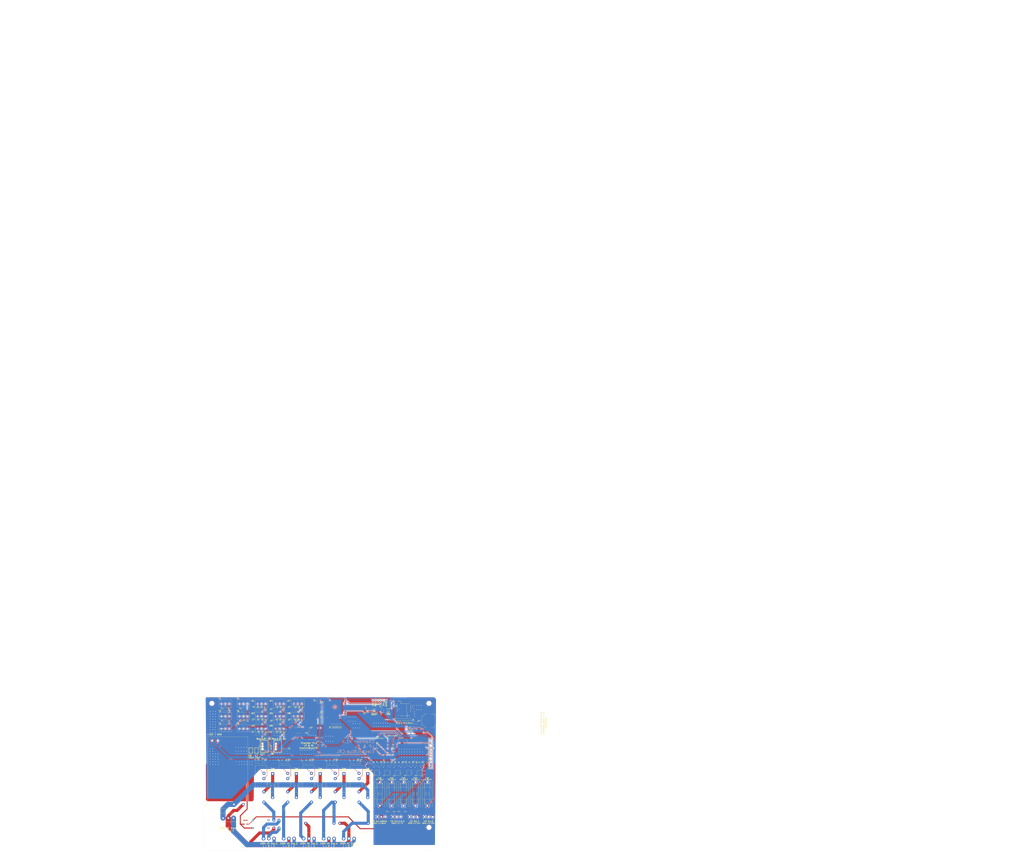
<source format=kicad_pcb>
(kicad_pcb (version 20221018) (generator pcbnew)
  (layers (0 "F.Cu" signal) (31 "B.Cu" signal) (34 "B.Paste" user) (35 "F.Paste" user) (36 "B.SilkS" user "B.Silkscreen") (37 "F.SilkS" user "F.Silkscreen") (38 "B.Mask" user) (39 "F.Mask" user) (44 "Edge.Cuts" user))
  (net 0 "")
  (net 1 "Net-(BT1-Pad+)")
  (net 2 "/12V_Filtered")
  (net 3 "Net-(IC2-REFIN{slash}REFOUT)")
  (net 4 "/Sensors/Water_Sensor_2")
  (net 5 "/Sensors/Water_Sensor_4")
  (net 6 "/Sensors/Water_Sensor_3")
  (net 7 "/AC_Live")
  (net 8 "Net-(D1-K)")
  (net 9 "Net-(F2-Pad2)")
  (net 10 "Net-(D3-K)")
  (net 11 "/Sensors/Water_Sensor_1")
  (net 12 "/MCP23017_Relays/12v_2")
  (net 13 "/MCP23017_Relays/12v_3")
  (net 14 "/MCP23017_Relays/12v_4")
  (net 15 "/MCP23017_Relays/12v_5")
  (net 16 "/SD_D2")
  (net 17 "/SPI_MOSI")
  (net 18 "/SPI_SCK")
  (net 19 "/SPI_MISO")
  (net 20 "/AC_Neutral")
  (net 21 "/MCP23017_Relays/AC_Live_Load_2")
  (net 22 "/MCP23017_Relays/AC_Live_Load_1")
  (net 23 "/SPI_CS_TFT")
  (net 24 "/DC_TFT")
  (net 25 "Net-(Q1-PadB)")
  (net 26 "Net-(Q2-PadB)")
  (net 27 "Net-(Q3-PadB)")
  (net 28 "Net-(Q4-PadB)")
  (net 29 "Net-(Q4-PadC)")
  (net 30 "Net-(Q5-PadC)")
  (net 31 "Net-(Q5-PadB)")
  (net 32 "Net-(Q8-PadB)")
  (net 33 "Net-(Q18-PadB)")
  (net 34 "Net-(U5-AC_2)")
  (net 35 "+12V")
  (net 36 "Net-(U6-AC_2)")
  (net 37 "Net-(U4-AC_2)")
  (net 38 "Net-(U7-AC_2)")
  (net 39 "Net-(U9-AC_2)")
  (net 40 "/1Wire_1")
  (net 41 "/1Wire_2")
  (net 42 "/1Wire_3")
  (net 43 "/1Wire_4")
  (net 44 "/1Wire_5")
  (net 47 "Net-(IC1-{slash}RST)")
  (net 52 "/AC_Earth")
  (net 53 "/MCP23017_Relays/AC_Live_Load_4")
  (net 54 "/MCP23017_Relays/AC_Live_Load_3")
  (net 55 "Net-(F8-Pad2)")
  (net 56 "Net-(F9-Pad2)")
  (net 57 "Net-(F10-Pad2)")
  (net 58 "Net-(F12-Pad2)")
  (net 63 "Net-(Q10-PadG)")
  (net 64 "Net-(Q9-PadB)")
  (net 65 "Net-(Q12-PadG)")
  (net 66 "Net-(Q14-PadC)")
  (net 67 "Net-(Q14-PadB)")
  (net 69 "/SD_D3")
  (net 70 "/I2C_SDA")
  (net 71 "/I2C_SCL")
  (net 72 "GND")
  (net 73 "/SD_CMD")
  (net 74 "/Sensors/Water_Sensor_5")
  (net 75 "/SD_CLC")
  (net 76 "/LED_12v_5")
  (net 77 "/LED_12v_4")
  (net 78 "/LED_12v_3")
  (net 79 "/LED_12v_2")
  (net 80 "/LED_12v_1")
  (net 81 "/LED_230v_4")
  (net 82 "/LED_230v_3")
  (net 83 "/LED_230v_2")
  (net 84 "/LED_230v_1")
  (net 85 "/Sensors/Water_Sensor_6")
  (net 86 "/SD_D0")
  (net 87 "Net-(U5-LED-)")
  (net 88 "Net-(U6-LED-)")
  (net 89 "Net-(U4-LED-)")
  (net 90 "Net-(Q11-PadB)")
  (net 91 "Net-(U7-LED-)")
  (net 92 "Net-(U9-LED-)")
  (net 93 "/MCP23017_Relays/AC_Live_Load_5")
  (net 94 "Net-(U2-VBACKUP)")
  (net 95 "Net-(U4-LED+)")
  (net 96 "Net-(U5-LED+)")
  (net 97 "/Sensors/Water_Sensor_8")
  (net 98 "/Sensors/Water_Sensor_7")
  (net 99 "Net-(U6-LED+)")
  (net 100 "Net-(U7-LED+)")
  (net 101 "Net-(U9-LED+)")
  (net 102 "/SD_D1")
  (net 103 "Net-(U3-IO12)")
  (net 104 "/SD_Detect")
  (net 105 "+3.3V")
  (net 106 "/RxD")
  (net 107 "/Int_Sw1")
  (net 108 "Net-(U3-IO19)")
  (net 109 "/TxD")
  (net 110 "/1Wire_6")
  (net 111 "/LED_230v_5")
  (net 113 "/RST")
  (net 114 "/IO0")
  (net 115 "/Sensors/ADC_Water_Sensor_1")
  (net 116 "/Sensors/ADC_Water_Sensor_2")
  (net 117 "/Sensors/ADC_Water_Sensor_3")
  (net 118 "/Sensors/ADC_Water_Sensor_4")
  (net 119 "/Sensors/ADC_Water_Sensor_5")
  (net 120 "/Sensors/ADC_Water_Sensor_6")
  (net 121 "/Sensors/ADC_Water_Sensor_7")
  (net 122 "/Sensors/ADC_Water_Sensor_8")
  (net 123 "/12v_1")
  (net 124 "/RTC Interrupt 1Hz")
  (net 125 "/Int_Sw2")
  (net 126 "Net-(U3-IO11)")
  (net 127 "Net-(U3-IO10)")
  (net 128 "Net-(U3-IO13)")
  (net 138 "/MCP23017_Relays/AC_Live_Load_1_")
  (net 139 "/MCP23017_Relays/Sensor_Indutivo_GND")
  (net 140 "Net-(D11-A)")
  (net 141 "/MCP23017_Relays/AC_Neutral_")
  (net 144 "+5V")
  (footprint "lsts-passives:R_0603" (layer "F.Cu") (at 85.895 99.05 -90)
    (fp_text reference "R17")
    (fp_text value "1k")
  )
  (footprint "lsts-passives:R_0603" (layer "F.Cu") (at 94.645 99.3 90)
    (fp_text reference "R18")
    (fp_text value "470R")
  )
  (footprint "lsts-passives:R_0603" (layer "F.Cu") (at 115.045 99.3 90)
    (fp_text reference "R19")
    (fp_text value "10k")
  )
  (footprint "lsts-passives:R_0603" (layer "F.Cu") (at 108.545 99.3 -90)
    (fp_text reference "R20")
    (fp_text value "1k")
  )
  (footprint "lsts-passives:R_0603" (layer "F.Cu") (at 117.545 99.3 90)
    (fp_text reference "R21")
    (fp_text value "470R")
  )
  (footprint "lsts-passives:R_0603" (layer "F.Cu") (at 138.045 99.3 90)
    (fp_text reference "R38")
    (fp_text value "10k")
  )
  (footprint "lsts-passives:R_0603" (layer "F.Cu") (at 131.545 99.3 -90)
    (fp_text reference "R40")
    (fp_text value "1k")
  )
  (footprint "lsts-passives:R_0603" (layer "F.Cu") (at 140.545 99.3 90)
    (fp_text reference "R42")
    (fp_text value "470R")
  )
  (footprint "lsts-discretes:SOT23_BC817" (layer "F.Cu") (at 111.545 99.3 180)
    (fp_text reference "Q2")
    (fp_text value "NPN_EBC" hide)
  )
  (footprint "lsts-discretes:SOT23_BC817" (layer "F.Cu") (at 134.545 99.3 180)
    (fp_text reference "Q18")
    (fp_text value "NPN_EBC" hide)
  )
  (footprint "lsts-passives:C_0603" (layer "F.Cu") (at 222 58 -90)
    (fp_text reference "C2")
    (fp_text value "0.1uF")
  )
  (footprint "lsts-passives:C_0603" (layer "F.Cu") (at 193.762 50.338 180)
    (fp_text reference "C3")
    (fp_text value "0.1uF")
  )
  (footprint "lsts-passives:R_0603" (layer "F.Cu") (at 208.262 50.338 180)
    (fp_text reference "R1")
    (fp_text value "10k")
  )
  (footprint "lsts-passives:R_0603" (layer "F.Cu") (at 193.762 48.338 180)
    (fp_text reference "R2")
    (fp_text value "4k7")
  )
  (footprint "lsts-passives:C_0603" (layer "F.Cu") (at 57.845 48.3 90)
    (fp_text reference "C8")
    (fp_text value "0.1uF")
  )
  (footprint "lsts-passives:R_0603" (layer "F.Cu") (at 57.845 60.3 90)
    (fp_text reference "R45")
    (fp_text value "4k7")
  )
  (footprint "lsts-passives:R_0603" (layer "F.Cu") (at 54.845 48.3 -90)
    (fp_text reference "R43")
    (fp_text value "4k7")
  )
  (footprint "lsts-passives:C_0603" (layer "F.Cu") (at 86 72.4 -90)
    (fp_text reference "C15")
    (fp_text value "100nF")
  )
  (footprint "lsts-passives:C_0603" (layer "F.Cu") (at 137.195 70.8 -90)
    (fp_text reference "C9")
    (fp_text value "100nF")
  )
  (footprint "lsts-passives:C_0603" (layer "F.Cu") (at 137.195 66.83 -90)
    (fp_text reference "C16")
    (fp_text value "100nF")
  )
  (footprint "lsts-passives:C_0603" (layer "F.Cu") (at 103.5 48.4 -90)
    (fp_text reference "C14")
    (fp_text value "100nF")
  )
  (footprint "lsts-conn:ClampTerminals_1x3_3.81mm_Straight" (layer "F.Cu") (at 108.845 66.8)
    (fp_text reference "P23" hide)
    (fp_text value "CONN_3x1")
  )
  (footprint "lsts-conn:ClampTerminals_1x3_3.81mm_Straight" (layer "F.Cu") (at 91.345 66.8)
    (fp_text reference "P21" hide)
    (fp_text value "CONN_3x1")
  )
  (footprint "lsts-passives:R_0603" (layer "F.Cu") (at 75.845 60.3 -90)
    (fp_text reference "R56")
    (fp_text value "4k7")
  )
  (footprint "lsts-passives:C_0603" (layer "F.Cu") (at 86 60.4 -90)
    (fp_text reference "C13")
    (fp_text value "100nF")
  )
  (footprint "lsts-passives:R_0603" (layer "F.Cu") (at 54.845 60.3 90)
    (fp_text reference "R44")
    (fp_text value "4k7")
  )
  (footprint "lsts-passives:R_0603" (layer "F.Cu") (at 72.845 48.3 -90)
    (fp_text reference "R46")
    (fp_text value "4k7")
  )
  (footprint "lsts-discretes:SOT23_BC817" (layer "F.Cu") (at 88.895 99.05 180)
    (fp_text reference "Q1")
    (fp_text value "NPN_EBC" hide)
  )
  (footprint "lsts-passives:C_0603" (layer "F.Cu") (at 208.262 48.338 180)
    (fp_text reference "C1")
    (fp_text value "0.1uF")
  )
  (footprint "lsts-passives:R_0603" (layer "F.Cu") (at 232 58 90)
    (fp_text reference "R3")
    (fp_text value "10k")
  )
  (footprint "lsts-passives:R_0603" (layer "F.Cu") (at 228 58 90)
    (fp_text reference "R4")
    (fp_text value "10k")
  )
  (footprint "lsts-passives:C_0603" (layer "F.Cu") (at 238.6 61.35 90)
    (fp_text reference "C12")
    (fp_text value "0.1uF")
  )
  (footprint "lsts-passives:C_0603" (layer "F.Cu") (at 235.6 66.35 -90)
    (fp_text reference "C11")
    (fp_text value "0.1uF")
  )
  (footprint "lsts-passives:R_0603" (layer "F.Cu") (at 241.35 61.338 -90)
    (fp_text reference "R6")
    (fp_text value "470R")
  )
  (footprint "lsts-devices:RV-3028-C7" (layer "F.Cu") (at 238.6 66.85 180)
    (fp_text reference "U2" hide)
    (fp_text value "RV-3032-C7")
  )
  (footprint "lsts-discretes:SOT23_BC817" (layer "F.Cu") (at 157.545 99.3 180)
    (fp_text reference "Q3")
    (fp_text value "NPN_EBC" hide)
  )
  (footprint "lsts-passives:R_0603" (layer "F.Cu") (at 161.045 99.3 90)
    (fp_text reference "R7")
    (fp_text value "10k")
  )
  (footprint "lsts-passives:R_0603" (layer "F.Cu") (at 163.545 99.288 90)
    (fp_text reference "R15")
    (fp_text value "470R")
  )
  (footprint "lsts-passives:R_0603" (layer "F.Cu") (at 154.545 99.3 -90)
    (fp_text reference "R10")
    (fp_text value "1k")
  )
  (footprint "lsts-passives:R_0603" (layer "F.Cu") (at 209.98 101.255 90)
    (fp_text reference "R9")
    (fp_text value "10k")
  )
  (footprint "lsts-passives:R_0603" (layer "F.Cu") (at 227.73 101.255 -90)
    (fp_text reference "R25")
    (fp_text value "100k")
  )
  (footprint "lsts-passives:R_0603" (layer "F.Cu") (at 220.48 101.255 90)
    (fp_text reference "R22")
    (fp_text value "10k")
  )
  (footprint "lsts-passives:R_0603" (layer "F.Cu") (at 231.48 101.405 90)
    (fp_text reference "R23")
    (fp_text value "10k")
  )
  (footprint "lsts-passives:R_0603" (layer "F.Cu") (at 237.98 101.255 -90)
    (fp_text reference "R26")
    (fp_text value "100k")
  )
  (footprint "lsts-passives:R_0603" (layer "F.Cu") (at 216.83 101.255 -90)
    (fp_text reference "R12")
    (fp_text value "100k")
  )
  (footprint "lsts-discretes:SOIC08N_IRF7425PBF" (layer "F.Cu") (at 234.18 109.405 180)
    (fp_text reference "Q12")
    (fp_text value "MOS_P" hide)
  )
  (footprint "lsts-discretes:SOT23_BC817" (layer "F.Cu") (at 203.33 101.255)
    (fp_text reference "Q4")
    (fp_text value "NPN_EBC" hide)
  )
  (footprint "lsts-discretes:SOIC08N_IRF7425PBF" (layer "F.Cu") (at 203.18 109.405 180)
    (fp_text reference "Q6")
    (fp_text value "MOS_P" hide)
  )
  (footprint "lsts-discretes:SOT23_BC817" (layer "F.Cu") (at 213.33 101.255)
    (fp_text reference "Q5")
    (fp_text value "NPN_EBC" hide)
  )
  (footprint "lsts-discretes:SOIC08N_IRF7425PBF" (layer "F.Cu") (at 244.18 109.405 180)
    (fp_text reference "Q16")
    (fp_text value "MOS_P" hide)
  )
  (footprint "lsts-discretes:SOT23_BC817" (layer "F.Cu") (at 244.33 101.255)
    (fp_text reference "Q14")
    (fp_text value "NPN_EBC" hide)
  )
  (footprint "lsts-discretes:SOIC08N_IRF7425PBF" (layer "F.Cu") (at 213.18 109.405 180)
    (fp_text reference "Q7")
    (fp_text value "MOS_P" hide)
  )
  (footprint "lsts-discretes:SOIC08N_IRF7425PBF" (layer "F.Cu") (at 223.18 109.405 180)
    (fp_text reference "Q10")
    (fp_text value "MOS_P" hide)
  )
  (footprint "lsts-discretes:SOT23_BC817" (layer "F.Cu") (at 234.33 101.255)
    (fp_text reference "Q9")
    (fp_text value "NPN_EBC" hide)
  )
  (footprint "lsts-discretes:SOT23_BC817" (layer "F.Cu") (at 224.23 101.255)
    (fp_text reference "Q8")
    (fp_text value "NPN_EBC" hide)
  )
  (footprint "lsts-passives:R_0603" (layer "F.Cu") (at 247.83 101.255 -90)
    (fp_text reference "R34")
    (fp_text value "100k")
  )
  (footprint "lsts-passives:R_0603" (layer "F.Cu") (at 200.48 101.405 90)
    (fp_text reference "R8")
    (fp_text value "10k")
  )
  (footprint "lsts-passives:R_0603" (layer "F.Cu") (at 241.48 101.255 90)
    (fp_text reference "R32")
    (fp_text value "10k")
  )
  (footprint "lsts-passives:R_0603" (layer "F.Cu") (at 207.23 101.255 -90)
    (fp_text reference "R11")
    (fp_text value "100k")
  )
  (footprint "lsts-conn:ClampTerminals_1x3_3.81mm_Straight" (layer "F.Cu") (at 108.845 42.8)
    (fp_text reference "P20" hide)
    (fp_text value "CONN_3x1")
  )
  (footprint "lsts-conn:ClampTerminals_1x3_3.81mm_Straight" (layer "F.Cu") (at 108.845 54.8)
    (fp_text reference "P22")
    (fp_text value "CONN_3x1")
  )
  (footprint "lsts-discretes:SOT23_BC817" (layer "F.Cu") (at 180.545 99.3 180)
    (fp_text reference "Q11")
    (fp_text value "NPN_EBC" hide)
  )
  (footprint "lsts-passives:R_0603" (layer "F.Cu") (at 184.045 99.3 90)
    (fp_text reference "R13")
    (fp_text value "10k")
  )
  (footprint "lsts-passives:R_0603" (layer "F.Cu") (at 177.545 99.3 -90)
    (fp_text reference "R14")
    (fp_text value "1k")
  )
  (footprint "lsts-passives:R_0603" (layer "F.Cu") (at 186.545 99.45 90)
    (fp_text reference "R24")
    (fp_text value "470R")
  )
  (footprint "lsts-devices:FUSE-HOLDER-5x20" (layer "F.Cu") (at 240.145 141.3 90)
    (fp_text reference "F10")
    (fp_text value "Fuse")
  )
  (footprint "lsts-discretes:SOD-123" (layer "F.Cu") (at 77.2 157.2 -90)
    (fp_text reference "D11")
    (fp_text value "MMSZ5233B")
  )
  (footprint "lsts-devices:R-785.0-1.0" (layer "F.Cu") (at 105.09454 83.9 -90)
    (fp_text reference "U8")
    (fp_text value "Reg.3.3V 1A")
  )
  (footprint "lsts-passives:R_0603" (layer "F.Cu") (at 89 60.4 -90)
    (fp_text reference "R37")
    (fp_text value "100k")
  )
  (footprint "lsts-passives:R_0603" (layer "F.Cu") (at 109.5 48.4 90)
    (fp_text reference "R39")
    (fp_text value "100k")
  )
  (footprint "lsts-passives:R_0603" (layer "F.Cu") (at 106.5 60.4 -90)
    (fp_text reference "R54")
    (fp_text value "100k")
  )
  (footprint "lsts-passives:R_0603" (layer "F.Cu") (at 95 72.4 90)
    (fp_text reference "R31")
    (fp_text value "1k")
  )
  (footprint "lsts-devices:FUSE-HOLDER-5x20" (layer "F.Cu") (at 171.045 110.4 -90)
    (fp_text reference "F4")
    (fp_text value "Fuse")
  )
  (footprint "lsts-conn:ClampTerminal_3P_5.08mm_Vertical" (layer "F.Cu") (at 56.590001 153.204999)
    (fp_text reference "P1")
    (fp_text value "CONN_3x1-lsts-conn" hide)
  )
  (footprint "lsts-devices:FUSE-HOLDER-5x20" (layer "F.Cu") (at 228.645 141.3 90)
    (fp_text reference "F9")
    (fp_text value "Fuse")
  )
  (footprint "lsts-passives:R_0603" (layer "F.Cu") (at 106.5 72.4 -90)
    (fp_text reference "R57")
    (fp_text value "100k")
  )
  (footprint "lsts-passives:R_0603" (layer "F.Cu") (at 112.5 48.4 90)
    (fp_text reference "R30")
    (fp_text value "1k")
  )
  (footprint "lsts-discretes:1N4448X" (layer "F.Cu") (at 218.186 146.978 -90)
    (fp_text reference "D2")
    (fp_text value "DIODE")
  )
  (footprint "lsts-ic:XCVR_ESP32-S3-WROOM-1U" (layer "F.Cu") (at 163.73 46.39)
    (fp_text reference "U3")
    (fp_text value "ESP32-S3-WROOM-1")
  )
  (footprint "lsts-passives:R_0603" (layer "F.Cu") (at 165.4 62.962 -90)
    (fp_text reference "R71")
    (fp_text value "0R")
  )
  (footprint "lsts-passives:R_0603" (layer "F.Cu") (at 163.4 63 -90)
    (fp_text reference "R70")
    (fp_text value "0R")
  )
  (footprint "lsts-passives:C_0603" (layer "F.Cu") (at 86 48.4 -90)
    (fp_text reference "C17")
    (fp_text value "100nF")
  )
  (footprint "lsts-passives:C_0603" (layer "F.Cu") (at 121 48.4 -90)
    (fp_text reference "C21")
    (fp_text value "100nF")
  )
  (footprint "lsts-devices:FUSE-HOLDER-5x20" (layer "F.Cu") (at 125.045 110.4 -90)
    (fp_text reference "F3")
    (fp_text value "Fuse")
  )
  (footprint "lsts-passives:R_0603" (layer "F.Cu") (at 89 48.4 -90)
    (fp_text reference "R35")
    (fp_text value "100k")
  )
  (footprint "lsts-passives:RLS126R" (layer "F.Cu") (at 84.03 81.44)
    (fp_text reference "L1")
    (fp_text value "12uH" hide)
  )
  (footprint "lsts-conn:Conn_3x12V_solder_Chamber" (layer "F.Cu") (at 205.2 152)
    (fp_text reference "P3" hide)
    (fp_text value "CONN_3x1")
  )
  (footprint "lsts-discretes:1N4448X" (layer "F.Cu") (at 214.376 146.9 90)
    (fp_text reference "D1")
    (fp_text value "DIODE")
  )
  (footprint "lsts-passives:C_0603" (layer "F.Cu") (at 103.5 60.4 -90)
    (fp_text reference "C18")
    (fp_text value "100nF")
  )
  (footprint "lsts-passives:R_0603" (layer "F.Cu") (at 112.5 72.4 90)
    (fp_text reference "R50")
    (fp_text value "1k")
  )
  (footprint "lsts-passives:R_0603" (layer "F.Cu") (at 127 60.4 90)
    (fp_text reference "R58")
    (fp_text value "100k")
  )
  (footprint "lsts-passives:C_0603" (layer "F.Cu") (at 100.37 85.638 90)
    (fp_text reference "C25")
    (fp_text value "10uF")
  )
  (footprint "lsts-devices:FUSE-HOLDER-5x20" (layer "F.Cu") (at 194.045 110.4 -90)
    (fp_text reference "F5")
    (fp_text value "Fuse")
  )
  (footprint "lsts-discretes:SOD-123" (layer "F.Cu") (at 74.3331 157.25 -90)
    (fp_text reference "D9")
    (fp_text value "1N4148")
  )
  (footprint "lsts-conn:Conn_3x12V_solder_Chamber" (layer "F.Cu") (at 220.3 152)
    (fp_text reference "P5" hide)
    (fp_text value "CONN_3x1")
  )
  (footprint "lsts-discretes:12VDC_Relay_hr502cd012" (layer "F.Cu") (at 97.5 159)
    (fp_text reference "U10")
    (fp_text value "hr502cd012")
  )
  (footprint "lsts-passives:R_0603" (layer "F.Cu") (at 146.6 52)
    (fp_text reference "R68")
    (fp_text value "10k")
  )
  (footprint "lsts-passives:R_0603" (layer "F.Cu") (at 234 58 90)
    (fp_text reference "R64")
    (fp_text value "10k")
  )
  (footprint "lsts-passives:R_0603" (layer "F.Cu") (at 130 48.4 90)
    (fp_text reference "R52")
    (fp_text value "1k")
  )
  (footprint "lsts-devices:SSR_RP1A23D5" (layer "F.Cu") (at 93.625 140.4 180)
    (fp_text reference "U5")
    (fp_text value "SSRelay_CPC40055ST")
  )
  (footprint "lsts-passives:R_0603" (layer "F.Cu") (at 109.5 60.4 90)
    (fp_text reference "R53")
    (fp_text value "100k")
  )
  (footprint "lsts-devices:SSR_RP1A23D5" (layer "F.Cu") (at 185.625 140.4 180)
    (fp_text reference "U7")
    (fp_text value "SSRelay_CPC40055ST")
  )
  (footprint "lsts-passives:C_1210" (layer "F.Cu") (at 80.95 87.9 -90)
    (fp_text reference "C6")
    (fp_text value "10uF")
  )
  (footprint "lsts-conn:ClampTerminals_1x3_3.81mm_Straight" (layer "F.Cu") (at 91.345 54.8)
    (fp_text reference "P19" hide)
    (fp_text value "CONN_3x1")
  )
  (footprint "lsts-conn:ClampTerminals_1x3_3.81mm_Straight" (layer "F.Cu") (at 73.845 54.8)
    (fp_text reference "P27" hide)
    (fp_text value "CONN_3x1")
  )
  (footprint "lsts-devices:FUSE-HOLDER-5x20" (layer "F.Cu") (at 102.045 110.4 -90)
    (fp_text reference "F1")
    (fp_text value "Fuse")
  )
  (footprint "lsts-passives:R_0603" (layer "F.Cu") (at 226 58 90)
    (fp_text reference "R62")
    (fp_text value "10k")
  )
  (footprint "lsts-passives:C_1210" (layer "F.Cu") (at 86.5 87.9 -90)
    (fp_text reference "C7")
    (fp_text value "10uF")
  )
  (footprint "lsts-passives:R_0603" (layer "F.Cu") (at 106.5 48.4 -90)
    (fp_text reference "R41")
    (fp_text value "100k")
  )
  (footprint "lsts-passives:R_0603" (layer "F.Cu") (at 124 60.4 -90)
    (fp_text reference "R59")
    (fp_text value "100k")
  )
  (footprint "lsts-conn:Conn_3x230V_solder_Chamber" (layer "F.Cu") (at 137.075 173)
    (fp_text reference "P25" hide)
    (fp_text value "CONN_3x1-lsts-conn")
  )
  (footprint "lsts-conn:ClampTerminals_1x3_3.81mm_Straight" (layer "F.Cu") (at 73.845 66.8)
    (fp_text reference "P11" hide)
    (fp_text value "CONN_3x1")
  )
  (footprint "lsts-conn:ClampTerminals_1x3_3.81mm_Straight" (layer "F.Cu") (at 126.345 42.8)
    (fp_text reference "P28" hide)
    (fp_text value "CONN_3x1")
  )
  (footprint "lsts-passives:R_0603" (layer "F.Cu") (at 159.4 63 90)
    (fp_text reference "R69")
    (fp_text value "10k")
  )
  (footprint "lsts-passives:R_0603" (layer "F.Cu") (at 224 58 90)
    (fp_text reference "R63")
    (fp_text value "10k")
  )
  (footprint "lsts-conn:PIN_ARRAY_6x1" (layer "F.Cu") (at 205.35 39.25 180)
    (fp_text reference "P26")
    (fp_text value "CONN_6x1" hide)
  )
  (footprint "lsts-passives:R_0603" (layer "F.Cu") (at 89 72.4 -90)
    (fp_text reference "R48")
    (fp_text value "100k")
  )
  (footprint "lsts-discretes:1N4448X" (layer "F.Cu") (at 225.298 146.9 90)
    (fp_text reference "D3")
    (fp_text value "DIODE")
  )
  (footprint "lsts-discretes:Snubber_B32924" (layer "F.Cu") (at 147.65 158.2)
    (fp_text reference "P12")
    (fp_text value "CONN_2x1")
  )
  (footprint "lsts-devices:FUSE-HOLDER-5x20" (layer "F.Cu") (at 148.045 110.4 -90)
    (fp_text reference "F7")
    (fp_text value "Fuse")
  )
  (footprint "lsts-passives:R_0603" (layer "F.Cu") (at 92.395 99.288 90)
    (fp_text reference "R16")
    (fp_text value "10k")
  )
  (footprint "lsts-ic:TSSOP-16_4.4x5mm_P0.65mm" (layer "F.Cu") (at 126.92 68.43)
    (fp_text reference "IC2")
    (fp_text value "ADS7828")
  )
  (footprint "lsts-passives:R_0603" (layer "F.Cu") (at 233.2 66.4 90)
    (fp_text reference "R67")
    (fp_text value "10k")
  )
  (footprint "lsts-passives:C_0603" (layer "F.Cu") (at 115.56 87.178 -90)
    (fp_text reference "C10")
    (fp_text value "10uF")
  )
  (footprint "lsts-passives:R_0603" (layer "F.Cu") (at 161.4 63 -90)
    (fp_text reference "R73")
    (fp_text value "0R")
  )
  (footprint "lsts-passives:C_0603" (layer "F.Cu") (at 146.2 39.6)
    (fp_text reference "C23")
    (fp_text value "100nF")
  )
  (footprint "lsts-devices:FUSE-HOLDER-5x20" (layer "F.Cu") (at 251.645 141.3 90)
    (fp_text reference "F12")
    (fp_text value "Fuse")
  )
  (footprint "lsts-devices:SSR_RP1A23D5" (layer "F.Cu") (at 116.625 140.4 180)
    (fp_text reference "U6")
    (fp_text value "SSRelay_CPC40055ST")
  )
  (footprint "lsts-conn:ClampTerminals_1x3_3.81mm_Straight" (layer "F.Cu") (at 73.845 42.8)
    (fp_text reference "P18" hide)
    (fp_text value "CONN_3x1")
  )
  (footprint "lsts-conn:Conn_3x230V_solder_Chamber" (layer "F.Cu") (at 117.725 173)
    (fp_text reference "P13" hide)
    (fp_text value "CONN_3x1-lsts-conn")
  )
  (footprint "lsts-conn:ClampTerminals_1x3_3.81mm_Straight" (layer "F.Cu") (at 56.345 54.8)
    (fp_text reference "P16" hide)
    (fp_text value "CONN_3x1")
  )
  (footprint "lsts-passives:R_0603" (layer "F.Cu") (at 230 58 90)
    (fp_text reference "R66")
    (fp_text value "10k")
  )
  (footprint "lsts-devices:Keystone_3000_1x12mm-CoinCell" (layer "F.Cu") (at 253.25 59 90)
    (fp_text reference "BT1" hide)
    (fp_text value "BATTERY_Keystone_3000" hide)
  )
  (footprint "lsts-conn:Conn_3x12V_solder_Chamber" (layer "F.Cu") (at 236.5 152)
    (fp_text reference "P30" hide)
    (fp_text value "CONN_3x1")
  )
  (footprint "lsts-conn:Conn_3x230V_solder_Chamber" (layer "F.Cu") (at 156.425 173)
    (fp_text reference "P2" hide)
    (fp_text value "CONN_3x1-lsts-conn")
  )
  (footprint "lsts-conn:PIN_ARRAY_12x2" (layer "F.Cu") (at 255.035 102.15 90)
    (fp_text reference "P10")
    (fp_text value "CONN_24x1" hide)
  )
  (footprint "lsts-passives:R_0603" (layer "F.Cu") (at 92 48.4 90)
    (fp_text reference "R33")
    (fp_text value "100k")
  )
  (footprint "lsts-discretes:EVQP2" (layer "F.Cu") (at 200.24 49.33 180)
    (fp_text reference "SW2" hide)
    (fp_text value "SW_PUSH" hide)
  )
  (footprint "lsts-passives:R_0603" (layer "F.Cu") (at 95 48.4 90)
    (fp_text reference "R27")
    (fp_text value "1k")
  )
  (footprint "lsts-discretes:1N4448X" (layer "F.Cu") (at 229.108 146.9 -90)
    (fp_text reference "D4")
    (fp_text value "DIODE")
  )
  (footprint "lsts-passives:R_0603" (layer "F.Cu") (at 92 72.4 90)
    (fp_text reference "R47")
    (fp_text value "100k")
  )
  (footprint "lsts-passives:C_0603" (layer "F.Cu") (at 218.9 75 -90)
    (fp_text reference "C22")
    (fp_text value "100nF")
  )
  (footprint "lsts-ic:SOIC28W" (layer "F.Cu") (at 211.44 83.27 90)
    (fp_text reference "IC1")
    (fp_text value "MCP23017")
  )
  (footprint "lsts-conn:ClampTerminals_1x3_3.81mm_Straight" (layer "F.Cu") (at 56.345 66.8)
    (fp_text reference "P17" hide)
    (fp_text value "CONN_3x1")
  )
  (footprint "lsts-passives:R_0603" (layer "F.Cu") (at 92 60.4 90)
    (fp_text reference "R36")
    (fp_text value "100k")
  )
  (footprint "lsts-passives:R_0603" (layer "F.Cu") (at 130 60.4 90)
    (fp_text reference "R51")
    (fp_text value "1k")
  )
  (footprint "lsts-conn:Conn_3x230V_solder_Chamber" (layer "F.Cu") (at 98.33 173)
    (fp_text reference "P4" hide)
    (fp_text value "CONN_3x1-lsts-conn")
  )
  (footprint "lsts-discretes:Snubber_B32924" (layer "F.Cu") (at 180.75 158.2)
    (fp_text reference "P6")
    (fp_text value "CONN_2x1")
  )
  (footprint "lsts-devices:R-785.0-1.0" (layer "F.Cu") (at 92.17454 83.9 -90)
    (fp_text reference "U11")
    (fp_text value "Reg.5.0V 1A")
  )
  (footprint "lsts-devices:SSR_RP1A23D5" (layer "F.Cu") (at 162.625 140.4 180)
    (fp_text reference "U4")
    (fp_text value "SSRelay_CPC40055ST")
  )
  (footprint "lsts-passives:C_0603" (layer "F.Cu") (at 146.238 41.8 180)
    (fp_text reference "C24")
    (fp_text value "10uF")
  )
  (footprint "lsts-passives:R_0603" (layer "F.Cu") (at 146.6 55.6 180)
    (fp_text reference "R72")
    (fp_text value "0R")
  )
  (footprint "lsts-conn:ClampTerminals_1x3_3.81mm_Straight" (layer "F.Cu") (at 91.345 42.8)
    (fp_text reference "P14")
    (fp_text value "CONN_3x1")
  )
  (footprint "lsts-discretes:EVQP2" (layer "F.Cu") (at 213.762 49.338 180)
    (fp_text reference "SW1")
    (fp_text value "SW_PUSH")
  )
  (footprint "lsts-passives:R_0603" (layer "F.Cu") (at 215.9 75 -90)
    (fp_text reference "R5")
    (fp_text value "10k")
  )
  (footprint "lsts-passives:R_0603" (layer "F.Cu") (at 72.845 60.3 90)
    (fp_text reference "R29")
    (fp_text value "4k7")
  )
  (footprint "lsts-passives:R_0603" (layer "F.Cu") (at 167.4 63 -90)
    (fp_text reference "R74")
    (fp_text value "0R")
  )
  (footprint "lsts-devices:CONV_PSK-40D-12" (layer "F.Cu") (at 58.61 109.1625 90)
    (fp_text reference "PS1")
    (fp_text value "PSK-40D-12")
  )
  (footprint "lsts-conn:Conn_3x230V_solder_Chamber" (layer "F.Cu") (at 175.775 173)
    (fp_text reference "P9" hide)
    (fp_text value "CONN_3x1-lsts-conn")
  )
  (footprint "lsts-passives:R_0603" (layer "F.Cu") (at 124 48.4 -90)
    (fp_text reference "R61")
    (fp_text value "100k")
  )
  (footprint "lsts-passives:R_0603" (layer "F.Cu") (at 127 48.4 90)
    (fp_text reference "R60")
    (fp_text value "100k")
  )
  (footprint "lsts-passives:C_0603" (layer "F.Cu") (at 121 60.4 -90)
    (fp_text reference "C20")
    (fp_text value "100nF")
  )
  (footprint "lsts-passives:C_0603" (layer "F.Cu") (at 103.5 72.4 -90)
    (fp_text reference "C19")
    (fp_text value "100nF")
  )
  (footprint "lsts-conn:ClampTerminals_1x3_3.81mm_Straight" (layer "F.Cu") (at 56.345 42.8)
    (fp_text reference "P15" hide)
    (fp_text value "CONN_3x1")
  )
  (footprint "lsts-conn:ClampTerminals_1x3_3.81mm_Straight" (layer "F.Cu") (at 126.345 54.8)
    (fp_text reference "P24" hide)
    (fp_text value "CONN_3x1")
  )
  (footprint "lsts-passives:R_0603" (layer "F.Cu") (at 112.5 60.4 90)
    (fp_text reference "R49")
    (fp_text value "1k")
  )
  (footprint "lsts-devices:FUSE-HOLDER-5x20" (layer "F.Cu") (at 205.645 141.3 90)
    (fp_text reference "F8")
    (fp_text value "Fuse")
  )
  (footprint "lsts-passives:R_0603" (layer "F.Cu") (at 109.5 72.4 90)
    (fp_text reference "R55")
    (fp_text value "100k")
  )
  (footprint "lsts-devices:FUSE-HOLDER-5x20" (layer "F.Cu") (at 217.145 141.3 90)
    (fp_text reference "F2")
    (fp_text value "Fuse")
  )
  (footprint "lsts-devices:SSR_RP1A23D5" (layer "F.Cu") (at 139.625 140.4 180)
    (fp_text reference "U9")
    (fp_text value "SSRelay_CPC40055ST")
  )
  (footprint "lsts-conn:uSD_503398-1892" (layer "F.Cu") (at 222.5 40)
    (fp_text reference "J1")
    (fp_text value "503398-1892" hide)
  )
  (footprint "lsts-conn:Conn_3x12V_solder_Chamber" (layer "F.Cu") (at 251.1 152)
    (fp_text reference "P8" hide)
    (fp_text value "CONN_3x1")
  )
  (footprint "lsts-passives:R_0603" (layer "F.Cu") (at 95 60.4 90)
    (fp_text reference "R28")
    (fp_text value "1k")
  )
  (footprint "lsts-passives:R_0603" (layer "F.Cu") (at 236 58 90)
    (fp_text reference "R65")
    (fp_text value "10k")
  )
  (gr_circle (center 43.25 42.21) (end 45.75 42.21) (stroke (width 0.05)) (fill none) (layer "Edge.Cuts"))
  (gr_line (start 261.041151 42.421114) (end 261.04 177.460001) (stroke (width 0.05)) (layer "Edge.Cuts"))
  (gr_circle (center 43.25 162.21) (end 45.75 162.21) (stroke (width 0.05)) (fill none) (layer "Edge.Cuts"))
  (gr_arc (start 261.04 177.460001) (mid 258.595757 182.881815) (end 253.038886 185.001151) (stroke (width 0.05)) (layer "Edge.Cuts"))
  (gr_line (start 43.461114 34.418849) (end 253.500001 34.42) (stroke (width 0.05)) (layer "Edge.Cuts"))
  (gr_circle (center 253.25 162.21) (end 255.75 162.21) (stroke (width 0.05)) (fill none) (layer "Edge.Cuts"))
  (gr_arc (start 35.46 41.959999) (mid 37.904243 36.538185) (end 43.461114 34.418849) (stroke (width 0.05)) (layer "Edge.Cuts"))
  (gr_arc (start 253.500001 34.42) (mid 258.921815 36.864243) (end 261.041151 42.421114) (stroke (width 0.05)) (layer "Edge.Cuts"))
  (gr_line (start 253.038886 185.001151) (end 43 184.999999) (stroke (width 0.05)) (layer "Edge.Cuts"))
  (gr_line (start 35.45885 176.998885) (end 35.46 41.959999) (stroke (width 0.05)) (layer "Edge.Cuts"))
  (gr_circle (center 253.25 42.21) (end 255.25 43.71) (stroke (width 0.05)) (fill none) (layer "Edge.Cuts"))
  (gr_arc (start 43 184.999999) (mid 37.578186 182.555756) (end 35.45885 176.998885) (stroke (width 0.05)) (layer "Edge.Cuts"))
  (gr_text "Chamber V1.4\nLP & BL\nElectricBlue,CRL" (at 200.6 84) (layer "B.SilkS") (effects (font (size 3 3) (thickness 0.3)) (justify left mirror)))
  (gr_text "T3" (at 51 61.8) (layer "F.SilkS") (effects (font (size 1.5 1.5) (thickness 0.3))))
  (gr_text "W1" (at 83 39.8) (layer "F.SilkS") (effects (font (size 1.5 1.5) (thickness 0.3))))
  (gr_text "W3" (at 83 63.8) (layer "F.SilkS") (effects (font (size 1.5 1.5) (thickness 0.3))))
  (gr_text "W4" (at 100.5 39.8) (layer "F.SilkS") (effects (font (size 1.5 1.5) (thickness 0.3))))
  (gr_text "www.electricblue.eu\nChamber_Back v1.1\nLPEREIRA" (at 364.1 61.2 90) (layer "F.SilkS") (effects (font (size 1.5 1.5) (thickness 0.3))))
  (gr_text "BOOT" (at 200.442 52.84) (layer "F.SilkS") (effects (font (size 1.5 1.5) (thickness 0.3))))
  (gr_text "Chamber V1.5\nLP & BL\nElectricBlue,CRL" (at 137.2 83) (layer "F.SilkS") (effects (font (size 1.5 1.5) (thickness 0.3))))
  (gr_text "T5" (at 68.5 49.8) (layer "F.SilkS") (effects (font (size 1.5 1.5) (thickness 0.3))))
  (gr_text "T1" (at 51 37.8) (layer "F.SilkS") (effects (font (size 1.5 1.5) (thickness 0.3))))
  (gr_text "230V AC Input\nL | N | E" (at 58.945 164) (layer "F.SilkS") (effects (font (size 1.5 1.5) (thickness 0.3))))
  (gr_text "+12V | GND " (at 46.28 72.26) (layer "F.SilkS") (effects (font (size 1.5 1.5) (thickness 0.3))))
  (gr_text "12V Out_4\nGND|+V|12V" (at 239 157.19) (layer "F.SilkS") (effects (font (size 1.2 1.2) (thickness 0.25))))
  (gr_text "12V Out_5\nGND|+V|12V" (at 252.6 157.2) (layer "F.SilkS") (effects (font (size 1.2 1.2) (thickness 0.25))))
  (gr_text "W2" (at 83 51.8) (layer "F.SilkS") (effects (font (size 1.5 1.5) (thickness 0.3))))
  (gr_text "Fuse\n12V Out_5" (at 251.645 115) (layer "F.SilkS") (effects (font (size 1 1) (thickness 0.25))))
  (gr_text "TX" (at 206.825 43.23 90) (layer "F.SilkS") (effects (font (size 1.5 1.5) (thickness 0.3))))
  (gr_text "Fuse\n230V Out_5" (at 194.045 106) (layer "F.SilkS") (effects (font (size 1 1) (thickness 0.25))))
  (gr_text "230V AC Out_3\nL | N | E" (at 136.995 179) (layer "F.SilkS") (effects (font (size 1.5 1.5) (thickness 0.3))))
  (gr_text "T2" (at 51 49.8) (layer "F.SilkS") (effects (font (size 1.5 1.5) (thickness 0.3))))
  (gr_text "W6" (at 100.5 63.8) (layer "F.SilkS") (effects (font (size 1.5 1.5) (thickness 0.3))))
  (gr_text "GND" (at 211.905 43.23 90) (layer "F.SilkS") (effects (font (size 1.5 1.5) (thickness 0.3))))
  (gr_text "Fuse\n230V Out_1" (at 102.045 106) (layer "F.SilkS") (effects (font (size 1 1) (thickness 0.25))))
  (gr_text "12V Out_1&Sens\nGND|+V|Sens" (at 205.2 157.19) (layer "F.SilkS") (effects (font (size 1.2 1.2) (thickness 0.25))))
  (gr_text "Fuse\n12V Out_2" (at 217.145 115) (layer "F.SilkS") (effects (font (size 1 1) (thickness 0.25))))
  (gr_text "W5" (at 100.5 51.8) (layer "F.SilkS") (effects (font (size 1.5 1.5) (thickness 0.3))))
  (gr_text "Fuse\n12V Out_3" (at 228.645 115) (layer "F.SilkS") (effects (font (size 1 1) (thickness 0.25))))
  (gr_text "12V Out_2_&_3\nGND|+V|+V" (at 222.6 157.19) (layer "F.SilkS") (effects (font (size 1.2 1.2) (thickness 0.25))))
  (gr_text "Fuse\n12V Out_1" (at 205.645 115) (layer "F.SilkS") (effects (font (size 1 1) (thickness 0.25))))
  (gr_text "230V AC Out_4\nL | N | E" (at 156.345 179) (layer "F.SilkS") (effects (font (size 1.5 1.5) (thickness 0.3))))
  (gr_text "T6\n" (at 68.5 61.8) (layer "F.SilkS") (effects (font (size 1.5 1.5) (thickness 0.3))))
  (gr_text "Fuse\n230V Out_3" (at 148.045 106) (layer "F.SilkS") (effects (font (size 1 1) (thickness 0.25))))
  (gr_text "Fuse\n230V Out_4" (at 171.045 106) (layer "F.SilkS") (effects (font (size 1 1) (thickness 0.25))))
  (gr_text "EN" (at 214.158 52.744) (layer "F.SilkS") (effects (font (size 1.5 1.5) (thickness 0.3))))
  (gr_text "RST" (at 201.745 43.23 90) (layer "F.SilkS") (effects (font (size 1.5 1.5) (thickness 0.3))))
  (gr_text "W8" (at 117.7 51.8) (layer "F.SilkS") (effects (font (size 1.5 1.5) (thickness 0.3))))
  (gr_text "EN" (at 199.205 43.23 90) (layer "F.SilkS") (effects (font (size 1.5 1.5) (thickness 0.3))))
  (gr_text "W7" (at 117.72 39.8) (layer "F.SilkS") (effects (font (size 1.5 1.5) (thickness 0.3))))
  (gr_text "230V AC Out_2\nL | N | E" (at 117.645 179) (layer "F.SilkS") (effects (font (size 1.5 1.5) (thickness 0.3))))
  (gr_text "-" (at 204.285 43.23 90) (layer "F.SilkS") (effects (font (size 1.5 1.5) (thickness 0.3))))
  (gr_text "T4" (at 68.5 37.8) (layer "F.SilkS") (effects (font (size 1.5 1.5) (thickness 0.3))))
  (gr_text "Fuse\n230V Out_2" (at 125.045 106) (layer "F.SilkS") (effects (font (size 1 1) (thickness 0.25))))
  (gr_text "230V AC Out_1\nL | N | E" (at 98.295 179) (layer "F.SilkS") (effects (font (size 1.5 1.5) (thickness 0.3))))
  (gr_text "Fuse\n12V Out_4" (at 240.145 115) (layer "F.SilkS") (effects (font (size 1 1) (thickness 0.25))))
  (gr_text "RX" (at 209.365 43.23 90) (layer "F.SilkS") (effects (font (size 1.5 1.5) (thickness 0.3))))
  (gr_text "230V AC Out_5\nL | N | E" (at 175.695 179) (layer "F.SilkS") (effects (font (size 1.5 1.5) (thickness 0.3))))
  (segment (start 253.25 51.1) (end 246.4 51.1) (width 0.3) (layer "F.Cu") (net 1))
  (segment (start 238.6 60.588) (end 241.338 60.588) (width 0.3) (layer "F.Cu") (net 1))
  (segment (start 243.3 54.2) (end 243.3 60.6) (width 0.3) (layer "F.Cu") (net 1))
  (segment (start 246.4 51.1) (end 243.3 54.2) (width 0.3) (layer "F.Cu") (net 1))
  (segment (start 243.276 60.576) (end 243.3 60.6) (width 0.3) (layer "F.Cu") (net 1))
  (segment (start 241.35 60.576) (end 243.276 60.576) (width 0.3) (layer "F.Cu") (net 1))
  (segment (start 245.8 66.9) (end 253.25 66.9) (width 0.3) (layer "F.Cu") (net 1))
  (segment (start 243.3 64.4) (end 245.8 66.9) (width 0.3) (layer "F.Cu") (net 1))
  (segment (start 241.338 60.588) (end 241.35 60.576) (width 0.3) (layer "F.Cu") (net 1))
  (segment (start 243.3 60.6) (end 243.3 64.4) (width 0.3) (layer "F.Cu") (net 1))
  (segment (start 105.02454 81.36) (end 105.09454 81.29) (width 0.3) (layer "F.Cu") (net 2))
  (segment (start 85.38 81.44) (end 92.09454 81.44) (width 1) (layer "F.Cu") (net 2))
  (segment (start 86.5 82.56) (end 85.38 81.44) (width 1) (layer "F.Cu") (net 2))
  (segment (start 92.17454 81.36) (end 105.02454 81.36) (width 1) (layer "F.Cu") (net 2))
  (segment (start 92.09454 81.44) (end 92.17454 81.36) (width 0.3) (layer "F.Cu") (net 2))
  (segment (start 86.5 86.50046) (end 86.5 82.56) (width 1) (layer "F.Cu") (net 2))
  (segment (start 137.195 70.038) (end 137.178 70.055) (width 0.3) (layer "F.Cu") (net 3))
  (segment (start 137.178 70.055) (end 129.87 70.055) (width 0.3) (layer "F.Cu") (net 3))
  (segment (start 91.345 58.983) (end 92 59.638) (width 0.3) (layer "F.Cu") (net 4))
  (segment (start 86 59.638) (end 95 59.638) (width 0.3) (layer "F.Cu") (net 4))
  (segment (start 91.345 54.8) (end 91.345 58.983) (width 0.3) (layer "F.Cu") (net 4))
  (segment (start 108.845 42.8) (end 108.845 46.983) (width 0.3) (layer "F.Cu") (net 5))
  (segment (start 108.845 46.983) (end 109.5 47.638) (width 0.3) (layer "F.Cu") (net 5))
  (segment (start 103.5 47.638) (end 112.5 47.638) (width 0.3) (layer "F.Cu") (net 5))
  (segment (start 86 71.638) (end 95 71.638) (width 0.3) (layer "F.Cu") (net 6))
  (segment (start 91.345 70.983) (end 92 71.638) (width 0.3) (layer "F.Cu") (net 6))
  (segment (start 91.345 66.8) (end 91.345 70.983) (width 0.3) (layer "F.Cu") (net 6))
  (segment (start 54.050001 144.599999) (end 58.7375 139.9125) (width 5) (layer "B.Cu") (net 7))
  (segment (start 148.045 133.30064) (end 148.045 121.66) (width 3) (layer "B.Cu") (net 7))
  (segment (start 148.045 121.66) (end 148.195 121.51) (width 3) (layer "B.Cu") (net 7))
  (segment (start 194.045 126.08) (end 189.005 121.04) (width 3) (layer "B.Cu") (net 7))
  (segment (start 171.045 133.30064) (end 171.045 122.23) (width 3) (layer "B.Cu") (net 7))
  (segment (start 54.050001 153.204999) (end 54.050001 144.599999) (width 5) (layer "B.Cu") (net 7))
  (segment (start 172.235 121.04) (end 189.005 121.04) (width 5) (layer "B.Cu") (net 7))
  (segment (start 101.905 133.16064) (end 101.905 121.97) (width 3) (layer "B.Cu") (net 7))
  (segment (start 102.045 133.30064) (end 101.905 133.16064) (width 3) (layer "B.Cu") (net 7))
  (segment (start 64.61 139.9125) (end 83.4825 121.04) (width 5) (layer "B.Cu") (net 7))
  (segment (start 125.085 133.26064) (end 125.085 122.06) (width 3) (layer "B.Cu") (net 7))
  (segment (start 171.045 122.23) (end 172.235 121.04) (width 3) (layer "B.Cu") (net 7))
  (segment (start 58.7375 139.9125) (end 64.61 139.9125) (width 5) (layer "B.Cu") (net 7))
  (segment (start 83.4825 121.04) (end 172.235 121.04) (width 5) (layer "B.Cu") (net 7))
  (segment (start 194.045 133.30064) (end 194.045 126.08) (width 3) (layer "B.Cu") (net 7))
  (segment (start 125.045 133.30064) (end 125.085 133.26064) (width 3) (layer "B.Cu") (net 7))
  (segment (start 214.6 151.414) (end 218.186 147.828) (width 0.5) (layer "F.Cu") (net 8))
  (segment (start 215.392 146.05) (end 217.092 147.75) (width 0.5) (layer "F.Cu") (net 8))
  (segment (start 226 155.8) (end 224 157.8) (width 0.5) (layer "F.Cu") (net 8))
  (segment (start 214.6 155.6) (end 214.6 151.414) (width 0.5) (layer "F.Cu") (net 8))
  (segment (start 214.376 146.05) (end 215.392 146.05) (width 0.5) (layer "F.Cu") (net 8))
  (segment (start 224 157.8) (end 216.8 157.8) (width 0.5) (layer "F.Cu") (net 8))
  (segment (start 226 152) (end 226 155.8) (width 0.5) (layer "F.Cu") (net 8))
  (segment (start 217.092 147.75) (end 218.186 147.75) (width 0.5) (layer "F.Cu") (net 8))
  (segment (start 216.8 157.8) (end 214.6 155.6) (width 0.5) (layer "F.Cu") (net 8))
  (segment (start 213.16 112.75) (end 213.14 112.73) (width 2) (layer "F.Cu") (net 9))
  (segment (start 213.16 116.325) (end 213.16 112.75) (width 2) (layer "F.Cu") (net 9))
  (segment (start 217.145 118.39936) (end 215.23436 118.39936) (width 2) (layer "F.Cu") (net 9))
  (segment (start 215.23436 118.39936) (end 213.16 116.325) (width 2) (layer "F.Cu") (net 9))
  (segment (start 211.275 112.58) (end 215.085 112.58) (width 1) (layer "F.Cu") (net 9))
  (segment (start 228.014 147.75) (end 226.314 146.05) (width 0.5) (layer "F.Cu") (net 10))
  (segment (start 222.2 149.148) (end 225.298 146.05) (width 0.5) (layer "F.Cu") (net 10))
  (segment (start 222.2 152) (end 222.2 149.148) (width 0.5) (layer "F.Cu") (net 10))
  (segment (start 229.108 147.75) (end 228.014 147.75) (width 0.5) (layer "F.Cu") (net 10))
  (segment (start 226.314 146.05) (end 225.298 146.05) (width 0.5) (layer "F.Cu") (net 10))
  (segment (start 86 47.638) (end 95 47.638) (width 0.3) (layer "F.Cu") (net 11))
  (segment (start 91.345 42.8) (end 91.345 46.983) (width 0.3) (layer "F.Cu") (net 11))
  (segment (start 91.345 46.983) (end 92 47.638) (width 0.3) (layer "F.Cu") (net 11))
  (segment (start 209.535 100.048) (end 209.98 100.493) (width 0.3) (layer "F.Cu") (net 12))
  (segment (start 209.535 87.97) (end 209.535 100.048) (width 0.3) (layer "F.Cu") (net 12))
  (segment (start 210.805 90.818) (end 220.48 100.493) (width 0.3) (layer "F.Cu") (net 13))
  (segment (start 210.805 87.97) (end 210.805 90.818) (width 0.3) (layer "F.Cu") (net 13))
  (segment (start 212.075 87.97) (end 212.075 90.195) (width 0.3) (layer "F.Cu") (net 14))
  (segment (start 219.28 97.4) (end 228.387 97.4) (width 0.3) (layer "F.Cu") (net 14))
  (segment (start 212.075 90.195) (end 219.28 97.4) (width 0.3) (layer "F.Cu") (net 14))
  (segment (start 228.387 97.4) (end 231.48 100.493) (width 0.3) (layer "F.Cu") (net 14))
  (segment (start 237.991447 96.846447) (end 241.48 100.335) (width 0.3) (layer "F.Cu") (net 15))
  (segment (start 203.2 80.77) (end 203.2 78.585) (width 0.3) (layer "F.Cu") (net 15))
  (segment (start 213.440688 90.359312) (end 214.779312 90.359312) (width 0.3) (layer "F.Cu") (net 15))
  (segment (start 214.779312 90.359312) (end 221.266447 96.846447) (width 0.3) (layer "F.Cu") (net 15))
  (segment (start 221.266447 96.846447) (end 237.991447 96.846447) (width 0.3) (layer "F.Cu") (net 15))
  (via (at 203.2 80.77) (size 1) (drill 0.6) (layers "F.Cu" "B.Cu") (net 15))
  (via (at 213.440688 90.359312) (size 1) (drill 0.6) (layers "F.Cu" "B.Cu") (net 15))
  (segment (start 212.789312 90.359312) (end 203.2 80.77) (width 0.3) (layer "B.Cu") (net 15))
  (segment (start 213.440688 90.359312) (end 212.789312 90.359312) (width 0.3) (layer "B.Cu") (net 15))
  (segment (start 226.67 54.568) (end 226.67 41.4) (width 0.3) (layer "F.Cu") (net 16))
  (segment (start 173.85 48.15) (end 172.5 48.15) (width 0.3) (layer "F.Cu") (net 16))
  (segment (start 226.67 42.33) (end 223.2 45.8) (width 0.3) (layer "F.Cu") (net 16))
  (segment (start 207.347916 45.8) (end 207.147916 46) (width 0.3) (layer "F.Cu") (net 16))
  (segment (start 226.67 41.4) (end 226.67 42.33) (width 0.3) (layer "F.Cu") (net 16))
  (segment (start 176 46) (end 173.85 48.15) (width 0.3) (layer "F.Cu") (net 16))
  (segment (start 224 57.238) (end 226.67 54.568) (width 0.3) (layer "F.Cu") (net 16))
  (segment (start 207.147916 46) (end 176 46) (width 0.3) (layer "F.Cu") (net 16))
  (segment (start 223.2 45.8) (end 207.347916 45.8) (width 0.3) (layer "F.Cu") (net 16))
  (segment (start 220.9 69.1) (end 174.7 69.1) (width 0.3) (layer "F.Cu") (net 17))
  (segment (start 168.6 63) (end 164.162 63) (width 0.3) (layer "F.Cu") (net 17))
  (segment (start 247.4 81.8) (end 246 80.4) (width 0.3) (layer "F.Cu") (net 17))
  (segment (start 232.2 80.4) (end 220.9 69.1) (width 0.3) (layer "F.Cu") (net 17))
  (segment (start 246 80.4) (end 232.2 80.4) (width 0.3) (layer "F.Cu") (net 17))
  (segment (start 253.765 84.37) (end 252.995 83.6) (width 0.3) (layer "F.Cu") (net 17))
  (segment (start 174.7 69.1) (end 168.6 63) (width 0.3) (layer "F.Cu") (net 17))
  (segment (start 247.4 81.829181) (end 247.4 81.8) (width 0.3) (layer "F.Cu") (net 17))
  (segment (start 252.995 83.6) (end 249.170819 83.6) (width 0.3) (layer "F.Cu") (net 17))
  (segment (start 164.162 63) (end 163.4 63.762) (width 0.3) (layer "F.Cu") (net 17))
  (segment (start 249.170819 83.6) (end 247.4 81.829181) (width 0.3) (layer "F.Cu") (net 17))
  (segment (start 220.3 70.3) (end 171.976 70.3) (width 0.3) (layer "F.Cu") (net 18))
  (segment (start 171.976 70.3) (end 165.4 63.724) (width 0.3) (layer "F.Cu") (net 18))
  (segment (start 249.954606 85.798) (end 245.756606 81.6) (width 0.3) (layer "F.Cu") (net 18))
  (segment (start 256.305 84.37) (end 254.877 85.798) (width 0.3) (layer "F.Cu") (net 18))
  (segment (start 254.877 85.798) (end 249.954606 85.798) (width 0.3) (layer "F.Cu") (net 18))
  (segment (start 231.6 81.6) (end 220.3 70.3) (width 0.3) (layer "F.Cu") (net 18))
  (segment (start 245.756606 81.6) (end 231.6 81.6) (width 0.3) (layer "F.Cu") (net 18))
  (segment (start 173.238 69.6) (end 167.4 63.762) (width 0.3) (layer "F.Cu") (net 19))
  (segment (start 232.192894 81.1) (end 220.692894 69.6) (width 0.3) (layer "F.Cu") (net 19))
  (segment (start 249.812213 84.9485) (end 245.963713 81.1) (width 0.3) (layer "F.Cu") (net 19))
  (segment (start 245.963713 81.1) (end 232.192894 81.1) (width 0.3) (layer "F.Cu") (net 19))
  (segment (start 250.4 84.9485) (end 249.812213 84.9485) (width 0.3) (layer "F.Cu") (net 19))
  (segment (start 256.305 86.91) (end 256.305 86.895) (width 0.3) (layer "F.Cu") (net 19))
  (segment (start 220.692894 69.6) (end 173.238 69.6) (width 0.3) (layer "F.Cu") (net 19))
  (segment (start 256.305 86.895) (end 257.6 85.6) (width 0.3) (layer "F.Cu") (net 19))
  (via (at 250.4 84.9485) (size 1) (drill 0.6) (layers "F.Cu" "B.Cu") (net 19))
  (via (at 257.6 85.6) (size 1) (drill 0.6) (layers "F.Cu" "B.Cu") (net 19))
  (segment (start 257.6 85.6) (end 251.0515 85.6) (width 0.3) (layer "B.Cu") (net 19))
  (segment (start 251.0515 85.6) (end 250.4 84.9485) (width 0.3) (layer "B.Cu") (net 19))
  (segment (start 103.16 164.44) (end 100 167.6) (width 3) (layer "F.Cu") (net 20))
  (segment (start 172.449873 178.8) (end 175.775 175.474873) (width 3) (layer "F.Cu") (net 20))
  (segment (start 117.725 173.05) (end 117.725 178.58) (width 3) (layer "F.Cu") (net 20))
  (segment (start 133.9 158.2) (end 137.075 161.375) (width 3) (layer "F.Cu") (net 20))
  (segment (start 59.130001 151.069999) (end 59.130001 153.204999) (width 3) (layer "F.Cu") (net 20))
  (segment (start 80.8 178.8) (end 149.8 178.8) (width 5) (layer "F.Cu") (net 20))
  (segment (start 103.16 162.81) (end 103.16 164.44) (width 3) (layer "F.Cu") (net 20))
  (segment (start 149.8 178.8) (end 156.4 178.8) (width 5) (layer "F.Cu") (net 20))
  (segment (start 100 167.6) (end 89.4 167.6) (width 3) (layer "F.Cu") (net 20))
  (segment (start 156.4 178.8) (end 172.449873 178.8) (width 5) (layer "F.Cu") (net 20))
  (segment (start 171.8 158.2) (end 175.775 162.175) (width 3) (layer "F.Cu") (net 20))
  (segment (start 80.8 176.2) (end 80.8 178.8) (width 3) (layer "F.Cu") (net 20))
  (segment (start 137.075 173.05) (end 137.075 179.17) (width 3) (layer "F.Cu") (net 20))
  (segment (start 167 158.2) (end 171.8 158.2) (width 3) (layer "F.Cu") (net 20))
  (segment (start 59.130001 160.530001) (end 77.4 178.8) (width 5) (layer "F.Cu") (net 20))
  (segment (start 137.075 161.375) (end 137.075 173) (width 3) (layer "F.Cu") (net 20))
  (segment (start 73.61 139.9125) (end 67.7225 145.8) (width 3) (layer "F.Cu") (net 20))
  (segment (start 77.4 178.8) (end 80.8 178.8) (width 5) (layer "F.Cu") (net 20))
  (segment (start 156.425 178.775) (end 156.4 178.8) (width 3) (layer "F.Cu") (net 20))
  (segment (start 175.775 175.474873) (end 175.775 173) (width 3) (layer "F.Cu") (net 20))
  (segment (start 89.4 167.6) (end 80.8 176.2) (width 3) (layer "F.Cu") (net 20))
  (segment (start 156.425 173) (end 156.425 178.775) (width 3) (layer "F.Cu") (net 20))
  (segment (start 59.130001 153.204999) (end 59.130001 160.530001) (width 5) (layer "F.Cu") (net 20))
  (segment (start 175.775 162.175) (end 175.775 173) (width 3) (layer "F.Cu") (net 20))
  (segment (start 67.7225 145.8) (end 64.4 145.8) (width 3) (layer "F.Cu") (net 20))
  (segment (start 64.4 145.8) (end 59.130001 151.069999) (width 3) (layer "F.Cu") (net 20))
  (segment (start 112.645 141.84) (end 116.625 137.86) (width 3) (layer "B.Cu") (net 21))
  (segment (start 112.645 173) (end 112.645 141.84) (width 3) (layer "B.Cu") (net 21))
  (segment (start 103.16 147.395) (end 93.625 137.86) (width 3) (layer "B.Cu") (net 22))
  (segment (start 103.16 155.25) (end 103.16 147.395) (width 3) (layer "B.Cu") (net 22))
  (segment (start 253.765 86.91) (end 250.3595 86.91) (width 0.3) (layer "F.Cu") (net 23))
  (segment (start 231.325 82.125) (end 220 70.8) (width 0.3) (layer "F.Cu") (net 23))
  (segment (start 220 70.8) (end 168.438 70.8) (width 0.3) (layer "F.Cu") (net 23))
  (segment (start 245.574501 82.125) (end 231.325 82.125) (width 0.3) (layer "F.Cu") (net 23))
  (segment (start 250.3595 86.91) (end 245.574501 82.125) (width 0.3) (layer "F.Cu") (net 23))
  (segment (start 168.438 70.8) (end 161.4 63.762) (width 0.3) (layer "F.Cu") (net 23))
  (segment (start 145.838 57.762) (end 145.838 55.6) (width 0.3) (layer "F.Cu") (net 24))
  (segment (start 145.8 57.8) (end 145.838 57.762) (width 0.3) (layer "F.Cu") (net 24))
  (via (at 145.8 57.8) (size 1) (drill 0.6) (layers "F.Cu" "B.Cu") (net 24))
  (segment (start 223.867918 92.58) (end 250.635 92.58) (width 0.3) (layer "B.Cu") (net 24))
  (segment (start 250.635 92.58) (end 253.765 89.45) (width 0.3) (layer "B.Cu") (net 24))
  (segment (start 189.95 92.55) (end 194.6 97.2) (width 0.3) (layer "B.Cu") (net 24))
  (segment (start 145.8 57.8) (end 145.8 88.6) (width 0.3) (layer "B.Cu") (net 24))
  (segment (start 219.247918 97.2) (end 223.867918 92.58) (width 0.3) (layer "B.Cu") (net 24))
  (segment (start 145.8 88.6) (end 149.75 92.55) (width 0.3) (layer "B.Cu") (net 24))
  (segment (start 149.75 92.55) (end 189.95 92.55) (width 0.3) (layer "B.Cu") (net 24))
  (segment (start 194.6 97.2) (end 219.247918 97.2) (width 0.3) (layer "B.Cu") (net 24))
  (segment (start 92.395 100.05) (end 89.945 100.05) (width 0.3) (layer "F.Cu") (net 25))
  (segment (start 114.857 100.25) (end 115.045 100.062) (width 0.3) (layer "F.Cu") (net 26))
  (segment (start 112.545 100.25) (end 114.857 100.25) (width 0.3) (layer "F.Cu") (net 26))
  (segment (start 158.545 100.25) (end 160.857 100.25) (width 0.3) (layer "F.Cu") (net 27))
  (segment (start 160.857 100.25) (end 161.045 100.062) (width 0.3) (layer "F.Cu") (net 27))
  (segment (start 200.48 102.155) (end 202.33 100.305) (width 0.3) (layer "F.Cu") (net 28))
  (segment (start 201.275 106.23) (end 201.275 105.115) (width 0.3) (layer "F.Cu") (net 29))
  (segment (start 201.275 105.115) (end 202.78 103.61) (width 0.3) (layer "F.Cu") (net 29))
  (segment (start 203.39 103.61) (end 204.33 102.67) (width 0.3) (layer "F.Cu") (net 29))
  (segment (start 202.78 103.61) (end 203.39 103.61) (width 0.3) (layer "F.Cu") (net 29))
  (segment (start 204.33 102.67) (end 204.33 101.255) (width 0.3) (layer "F.Cu") (net 29))
  (segment (start 205.392 100.493) (end 207.23 100.493) (width 0.3) (layer "F.Cu") (net 29))
  (segment (start 204.63 101.255) (end 205.392 100.493) (width 0.3) (layer "F.Cu") (net 29))
  (segment (start 213.34 103.64) (end 212.25 103.64) (width 0.3) (layer "F.Cu") (net 30))
  (segment (start 214.33 101.255) (end 215.13 101.255) (width 0.3) (layer "F.Cu") (net 30))
  (segment (start 214.33 102.65) (end 213.34 103.64) (width 0.3) (layer "F.Cu") (net 30))
  (segment (start 212.25 103.64) (end 211.275 104.615) (width 0.3) (layer "F.Cu") (net 30))
  (segment (start 215.13 101.255) (end 215.892 100.493) (width 0.3) (layer "F.Cu") (net 30))
  (segment (start 211.275 104.615) (end 211.275 106.23) (width 0.3) (layer "F.Cu") (net 30))
  (segment (start 214.33 101.255) (end 214.33 102.65) (width 0.3) (layer "F.Cu") (net 30))
  (segment (start 215.892 100.493) (end 216.83 100.493) (width 0.3) (layer "F.Cu") (net 30))
  (segment (start 209.98 102.017) (end 210.618 102.017) (width 0.3) (layer "F.Cu") (net 31))
  (segment (start 210.618 102.017) (end 212.33 100.305) (width 0.3) (layer "F.Cu") (net 31))
  (segment (start 221.518 102.017) (end 223.23 100.305) (width 0.3) (layer "F.Cu") (net 32))
  (segment (start 220.48 102.017) (end 221.518 102.017) (width 0.3) (layer "F.Cu") (net 32))
  (segment (start 135.545 100.25) (end 137.857 100.25) (width 0.3) (layer "F.Cu") (net 33))
  (segment (start 137.857 100.25) (end 138.045 100.062) (width 0.3) (layer "F.Cu") (net 33))
  (segment (start 93.625 127.7) (end 93.725 127.7) (width 3) (layer "F.Cu") (net 34))
  (segment (start 102.045 119.38) (end 102.045 110.4) (width 3) (layer "F.Cu") (net 34))
  (segment (start 93.725 127.7) (end 102.045 119.38) (width 3) (layer "F.Cu") (net 34))
  (segment (start 212.545 106.23) (end 215.085 106.23) (width 1) (layer "F.Cu") (net 35))
  (segment (start 216.83 102.017) (end 216.83 104.79) (width 0.3) (layer "F.Cu") (net 35))
  (segment (start 246 109.4) (end 244.695 109.4) (width 3) (layer "F.Cu") (net 35))
  (segment (start 251.85474 130.74526) (end 256.8 130.74526) (width 2) (layer "F.Cu") (net 35))
  (segment (start 227.73 102.017) (end 227.73 103.585) (width 0.3) (layer "F.Cu") (net 35))
  (segment (start 215.085 106.535) (end 215.085 109.315) (width 1) (layer "F.Cu") (net 35))
  (segment (start 256.8 114.45) (end 251.75 109.4) (width 2) (layer "F.Cu") (net 35))
  (segment (start 225 109.6) (end 225 106.24) (width 1) (layer "F.Cu") (net 35))
  (segment (start 237.83 102.017) (end 237.83 104.485) (width 0.3) (layer "F.Cu") (net 35))
  (segment (start 76.9431 162.81) (end 74.61 162.81) (width 1) (layer "F.Cu") (net 35))
  (segment (start 225 106.24) (end 225.01 106.23) (width 1) (layer "F.Cu") (net 35))
  (segment (start 43.59 78.4125) (end 47.5375 82.36) (width 2) (layer "F.Cu") (net 35))
  (segment (start 236.4 109.4) (end 233.36 109.4) (width 3) (layer "F.Cu") (net 35))
  (segment (start 70.8 151) (end 77.4 144.4) (width 1) (layer "F.Cu") (net 35))
  (segment (start 74.61 162.81) (end 70.8 159) (width 1) (layer "F.Cu") (net 35))
  (segment (start 233.36 109.4) (end 228.98 109.4) (width 3) (layer "F.Cu") (net 35))
  (segment (start 256.8 130.74526) (end 256.8 114.45) (width 2) (layer "F.Cu") (net 35))
  (segment (start 74.3331 159.1) (end 70.9 159.1) (width 1) (layer "F.Cu") (net 35))
  (segment (start 205.085 109.4) (end 205.085 106.23) (width 1) (layer "F.Cu") (net 35))
  (segment (start 70.8 159) (end 70.8 151) (width 1) (layer "F.Cu") (net 35))
  (segment (start 245.6 148.6) (end 245.6 137) (width 2) (layer "F.Cu") (net 35))
  (segment (start 81.76 82.36) (end 82.68 81.44) (width 2) (layer "F.Cu") (net 35))
  (segment (start 246.085 106.23) (end 246.085 109.315) (width 1) (layer "F.Cu") (net 35))
  (segment (start 247.98 102.017) (end 247.98 104.335) (width 0.3) (layer "F.Cu") (net 35))
  (segment (start 77.4 112.2225) (end 43.59 78.4125) (width 1) (layer "F.Cu") (net 35))
  (segment (start 80.95 86.50046) (end 80.95 83.17) (width 1) (layer "F.Cu") (net 35))
  (segment (start 242.2 152) (end 245.6 148.6) (width 2) (layer "F.Cu") (net 35))
  (segment (start 80.95 83.17) (end 82.68 81.44) (width 1) (layer "F.Cu") (net 35))
  (segment (start 236.085 106.23) (end 236.085 109.085) (width 1) (layer "F.Cu") (net 35))
  (segment (start 47.5375 82.36) (end 81.76 82.36) (width 2) (layer "F.Cu") (net 35))
  (segment (start 246.085 109.315) (end 246 109.4) (width 0.5) (layer "F.Cu") (net 35))
  (segment (start 236.085 109.085) (end 236.4 109.4) (width 0.5) (layer "F.Cu") (net 35))
  (segment (start 207.23 102.017) (end 207.23 104.085) (width 0.3) (layer "F.Cu") (net 35))
  (segment (start 202.545 106.23) (end 205.085 106.23) (width 1) (layer "F.Cu") (net 35))
  (segment (start 212.22 109.4) (end 200.98 109.4) (width 3) (layer "F.Cu") (net 35))
  (segment (start 251.75 109.4) (end 246 109.4) (width 3) (layer "F.Cu") (net 35))
  (segment (start 207.23 104.085) (end 205.085 106.23) (width 0.3) (layer "F.Cu") (net 35))
  (segment (start 233.545 106.23) (end 236.085 106.23) (width 1) (layer "F.Cu") (net 35))
  (segment (start 245.6 137) (end 251.85474 130.74526) (width 2) (layer "F.Cu") (net 35))
  (segment (start 244.695 109.4) (end 236.4 109.4) (width 3) (layer "F.Cu") (net 35))
  (segment (start 216.83 104.79) (end 215.085 106.535) (width 0.3) (layer "F.Cu") (net 35))
  (segment (start 228.98 109.4) (end 212.22 109.4) (width 3) (layer "F.Cu") (net 35))
  (segment (start 76.9431 162.81) (end 83 162.81) (width 1) (layer "F.Cu") (net 35))
  (segment (start 246.085 106.23) (end 243.545 106.23) (width 1) (layer "F.Cu") (net 35))
  (segment (start 77.4 144.4) (end 77.4 112.2225) (width 1) (layer "F.Cu") (net 35))
  (segment (start 237.83 104.485) (end 236.085 106.23) (width 0.3) (layer "F.Cu") (net 35))
  (segment (start 200.98 109.4) (end 192.76 101.18) (width 3) (layer "F.Cu") (net 35))
  (segment (start 225.01 106.23) (end 222.545 106.23) (width 1) (layer "F.Cu") (net 35))
  (segment (start 256.8 130.74526) (end 256.8 152) (width 2) (layer "F.Cu") (net 35))
  (segment (start 70.9 159.1) (end 70.8 159) (width 1) (layer "F.Cu") (net 35))
  (segment (start 227.73 103.585) (end 225.085 106.23) (width 0.3) (layer "F.Cu") (net 35))
  (segment (start 247.98 104.335) (end 246.085 106.23) (width 0.3) (layer "F.Cu") (net 35))
  (via (at 192.76 101.18) (size 2) (drill 1) (layers "F.Cu" "B.Cu") (net 35))
  (segment (start 192.73 101.18) (end 185.95 94.4) (width 3) (layer "B.Cu") (net 35))
  (segment (start 59.5775 94.4) (end 43.59 78.4125) (width 3) (layer "B.Cu") (net 35))
  (segment (start 192.76 101.18) (end 192.73 101.18) (width 2) (layer "B.Cu") (net 35))
  (segment (start 185.95 94.4) (end 59.5775 94.4) (width 3) (layer "B.Cu") (net 35))
  (segment (start 107.43 94.36) (end 104.89 94.36) (width 0.3) (layer "B.Cu") (net 35))
  (segment (start 125.045 110.4) (end 125.045 119.28) (width 3) (layer "F.Cu") (net 36))
  (segment (start 125.045 119.28) (end 116.625 127.7) (width 3) (layer "F.Cu") (net 36))
  (segment (start 171.045 110.4) (end 171.045 119.28) (width 3) (layer "F.Cu") (net 37))
  (segment (start 171.045 119.28) (end 162.625 127.7) (width 3) (layer "F.Cu") (net 37))
  (segment (start 194.045 119.28) (end 185.625 127.7) (width 3) (layer "F.Cu") (net 38))
  (segment (start 194.045 110.4) (end 194.045 119.28) (width 3) (layer "F.Cu") (net 38))
  (segment (start 139.635 127.7) (end 139.625 127.7) (width 3) (layer "F.Cu") (net 39))
  (segment (start 148.045 119.29) (end 139.635 127.7) (width 3) (layer "F.Cu") (net 39))
  (segment (start 148.045 110.4) (end 148.045 119.29) (width 3) (layer "F.Cu") (net 39))
  (segment (start 54.845 44.3) (end 56.345 42.8) (width 0.3) (layer "F.Cu") (net 40))
  (segment (start 155 41.8) (end 151.4 41.8) (width 0.3) (layer "F.Cu") (net 40))
  (segment (start 54.845 47.538) (end 54.845 44.3) (width 0.3) (layer "F.Cu") (net 40))
  (segment (start 150 43.2) (end 144.8 43.2) (width 0.3) (layer "F.Cu") (net 40))
  (segment (start 144.8 43.2) (end 139 37.4) (width 0.3) (layer "F.Cu") (net 40))
  (segment (start 151.4 41.8) (end 150 43.2) (width 0.3) (layer "F.Cu") (net 40))
  (segment (start 139 37.4) (end 61.745 37.4) (width 0.3) (layer "F.Cu") (net 40))
  (segment (start 61.745 37.4) (end 56.345 42.8) (width 0.3) (layer "F.Cu") (net 40))
  (segment (start 144.63934 44.453553) (end 138.585788 38.4) (width 0.3) (layer "F.Cu") (net 41))
  (segment (start 54.845 61.062) (end 53.707 61.062) (width 0.3) (layer "F.Cu") (net 41))
  (segment (start 80.031311 48.3945) (end 62.7505 48.3945) (width 0.3) (layer "F.Cu") (net 41))
  (segment (start 154.886447 44.453553) (end 144.63934 44.453553) (width 0.3) (layer "F.Cu") (net 41))
  (segment (start 90.025811 38.4) (end 80.031311 48.3945) (width 0.3) (layer "F.Cu") (net 41))
  (segment (start 53.21 57.935) (end 56.345 54.8) (width 0.3) (layer "F.Cu") (net 41))
  (segment (start 53.707 61.062) (end 53.21 60.565) (width 0.3) (layer "F.Cu") (net 41))
  (segment (start 53.21 60.565) (end 53.21 57.935) (width 0.3) (layer "F.Cu") (net 41))
  (segment (start 155 44.34) (end 154.886447 44.453553) (width 0.3) (layer "F.Cu") (net 41))
  (segment (start 62.7505 48.3945) (end 56.345 54.8) (width 0.3) (layer "F.Cu") (net 41))
  (segment (start 138.585788 38.4) (end 90.025811 38.4) (width 0.3) (layer "F.Cu") (net 41))
  (segment (start 66.355 76.81) (end 124.185787 76.81) (width 0.3) (layer "F.Cu") (net 42))
  (segment (start 134.8 59.365212) (end 134.8 52.2) (width 0.3) (layer "F.Cu") (net 42))
  (segment (start 56.345 66.8) (end 66.355 76.81) (width 0.3) (layer "F.Cu") (net 42))
  (segment (start 56.345 62.562) (end 57.845 61.062) (width 0.3) (layer "F.Cu") (net 42))
  (segment (start 127.7 73.724212) (end 127.7 66.465212) (width 0.3) (layer "F.Cu") (net 42))
  (segment (start 124.4 77.024213) (end 127.7 73.724212) (width 0.3) (layer "F.Cu") (net 42))
  (segment (start 127.7 66.465212) (end 134.8 59.365212) (width 0.3) (layer "F.Cu") (net 42))
  (segment (start 138.85 48.15) (end 155 48.15) (width 0.3) (layer "F.Cu") (net 42))
  (segment (start 56.345 66.8) (end 56.345 62.562) (width 0.3) (layer "F.Cu") (net 42))
  (segment (start 124.185787 76.81) (end 124.4 77.024213) (width 0.3) (layer "F.Cu") (net 42))
  (segment (start 134.8 52.2) (end 138.85 48.15) (width 0.3) (layer "F.Cu") (net 42))
  (segment (start 151.53 43.07) (end 150.8 43.8) (width 0.3) (layer "F.Cu") (net 43))
  (segment (start 72.845 43.605) (end 72.845 47.538) (width 0.3) (layer "F.Cu") (net 43))
  (segment (start 78.745 37.9) (end 73.845 42.8) (width 0.3) (layer "F.Cu") (net 43))
  (segment (start 155 43.07) (end 151.53 43.07) (width 0.3) (layer "F.Cu") (net 43))
  (segment (start 144.692894 43.8) (end 138.792894 37.9) (width 0.3) (layer "F.Cu") (net 43))
  (segment (start 150.8 43.8) (end 144.692894 43.8) (width 0.3) (layer "F.Cu") (net 43))
  (segment (start 138.792894 37.9) (end 78.745 37.9) (width 0.3) (layer "F.Cu") (net 43))
  (segment (start 73.65 42.8) (end 72.845 43.605) (width 0.3) (layer "F.Cu") (net 43))
  (segment (start 73.729 57.422) (end 73.729 54.916) (width 0.3) (layer "F.Cu") (net 44))
  (segment (start 66.8 61.845) (end 66.8 66.8) (width 0.3) (layer "F.Cu") (net 44))
  (segment (start 138.92 46.88) (end 155 46.88) (width 0.3) (layer "F.Cu") (net 44))
  (segment (start 73.845 54.8) (end 66.8 61.845) (width 0.3) (layer "F.Cu") (net 44))
  (segment (start 75.845 59.538) (end 73.729 57.422) (width 0.3) (layer "F.Cu") (net 44))
  (segment (start 127.2 66.258106) (end 134.3 59.158106) (width 0.3) (layer "F.Cu") (net 44))
  (segment (start 76.1 76.1) (end 124.617106 76.1) (width 0.3) (layer "F.Cu") (net 44))
  (segment (start 124.617106 76.1) (end 127.2 73.517106) (width 0.3) (layer "F.Cu") (net 44))
  (segment (start 134.3 51.5) (end 138.92 46.88) (width 0.3) (layer "F.Cu") (net 44))
  (segment (start 134.3 59.158106) (end 134.3 51.5) (width 0.3) (layer "F.Cu") (net 44))
  (segment (start 66.8 66.8) (end 76.1 76.1) (width 0.3) (layer "F.Cu") (net 44))
  (segment (start 127.2 73.517106) (end 127.2 66.258106) (width 0.3) (layer "F.Cu") (net 44))
  (segment (start 215.885 78.57) (end 215.885 75.777) (width 0.3) (layer "F.Cu") (net 47))
  (segment (start 64.2 153.2) (end 64.2 165.8) (width 5) (layer "B.Cu") (net 52))
  (segment (start 161.505 179.7) (end 161.505 173) (width 3) (layer "B.Cu") (net 52))
  (segment (start 180.855 173.05) (end 180.855 175.19) (width 3) (layer "B.Cu") (net 52))
  (segment (start 142.155 173.05) (end 142.155 179.61) (width 3) (layer "B.Cu") (net 52))
  (segment (start 64.2 165.8) (end 77.2 178.8) (width 5) (layer "B.Cu") (net 52))
  (segment (start 103.455 173.05) (end 103.455 179.31) (width 3) (layer "B.Cu") (net 52))
  (segment (start 122.805 173.05) (end 122.805 179.26) (width 3) (layer "B.Cu") (net 52))
  (segment (start 77.2 178.8) (end 177.245 178.8) (width 5) (layer "B.Cu") (net 52))
  (segment (start 180.855 175.19) (end 177.245 178.8) (width 3) (layer "B.Cu") (net 52))
  (segment (start 161.4 139.085) (end 162.625 137.86) (width 3) (layer "B.Cu") (net 53))
  (segment (start 159.145 137.86) (end 162.625 137.86) (width 3) (layer "B.Cu") (net 53))
  (segment (start 151.345 145.66) (end 159.145 137.86) (width 3) (layer "B.Cu") (net 53))
  (segment (start 161.4 158.2) (end 161.4 139.085) (width 3) (layer "B.Cu") (net 53))
  (segment (start 151.345 173) (end 151.345 145.66) (width 3) (layer "B.Cu") (net 53))
  (segment (start 131.995 173) (end 129.2 170.205) (width 3) (layer "B.Cu") (net 54))
  (segment (start 129.2 148.285) (end 139.625 137.86) (width 3) (layer "B.Cu") (net 54))
  (segment (start 129.2 170.205) (end 129.2 148.285) (width 3) (layer "B.Cu") (net 54))
  (segment (start 203.2 115.95436) (end 203.2 113.4) (width 3) (layer "F.Cu") (net 55))
  (segment (start 202.525 112.58) (end 205.085 112.58) (width 1) (layer "F.Cu") (net 55))
  (segment (start 201.275 112.58) (end 202.525 112.58) (width 1) (layer "F.Cu") (net 55))
  (segment (start 205.645 118.39936) (end 203.2 115.95436) (width 3) (layer "F.Cu") (net 55))
  (segment (start 222.91 112.58) (end 221.275 112.58) (width 1) (layer "F.Cu") (net 56))
  (segment (start 223.2 112.87) (end 223.49 112.58) (width 1) (layer "F.Cu") (net 56))
  (segment (start 223.49 112.58) (end 223.815 112.58) (width 1) (layer "F.Cu") (net 56))
  (segment (start 225.92436 118.39936) (end 228.645 118.39936) (width 2) (layer "F.Cu") (net 56))
  (segment (start 225.085 112.58) (end 223.815 112.58) (width 1) (layer "F.Cu") (net 56))
  (segment (start 223.2 115.675) (end 225.92436 118.39936) (width 2) (layer "F.Cu") (net 56))
  (segment (start 223.2 112.87) (end 222.91 112.58) (width 1) (layer "F.Cu") (net 56))
  (segment (start 223.2 112.87) (end 223.2 115.675) (width 2) (layer "F.Cu") (net 56))
  (segment (start 232.275 112.58) (end 236.085 112.58) (width 1) (layer "F.Cu") (net 57))
  (segment (start 240.145 118.39936) (end 237.75936 118.39936) (width 2) (layer "F.Cu") (net 57))
  (segment (start 237.75936 118.39936) (end 234.13 114.77) (width 2) (layer "F.Cu") (net 57))
  (segment (start 234.13 114.77) (end 234.13 112.81) (width 2) (layer "F.Cu") (net 57))
  (segment (start 244.17 112.85) (end 244.17 116.125) (width 2) (layer "F.Cu") (net 58))
  (segment (start 246.44436 118.39936) (end 251.645 118.39936) (width 2) (layer "F.Cu") (net 58))
  (segment (start 242.275 112.58) (end 246.085 112.58) (width 1) (layer "F.Cu") (net 58))
  (segment (start 244.17 116.125) (end 246.44436 118.39936) (width 2) (layer "F.Cu") (net 58))
  (segment (start 221.275 106.23) (end 221.275 105.325) (width 0.3) (layer "F.Cu") (net 63))
  (segment (start 225.23 101.255) (end 226.968 101.255) (width 0.3) (layer "F.Cu") (net 63))
  (segment (start 224.28 103.67) (end 225.23 102.72) (width 0.3) (layer "F.Cu") (net 63))
  (segment (start 222.93 103.67) (end 224.28 103.67) (width 0.3) (layer "F.Cu") (net 63))
  (segment (start 225.23 102.72) (end 225.23 101.255) (width 0.3) (layer "F.Cu") (net 63))
  (segment (start 226.968 101.255) (end 227.73 100.493) (width 0.3) (layer "F.Cu") (net 63))
  (segment (start 221.275 105.325) (end 222.93 103.67) (width 0.3) (layer "F.Cu") (net 63))
  (segment (start 231.618 102.017) (end 233.33 100.305) (width 0.3) (layer "F.Cu") (net 64))
  (segment (start 235.88 101.255) (end 236.48 100.655) (width 0.3) (layer "F.Cu") (net 65))
  (segment (start 232.275 104.885) (end 232.275 106.23) (width 0.3) (layer "F.Cu") (net 65))
  (segment (start 234.8 103.43) (end 233.73 103.43) (width 0.3) (layer "F.Cu") (net 65))
  (segment (start 235.33 101.255) (end 235.33 102.9) (width 0.3) (layer "F.Cu") (net 65))
  (segment (start 235.33 102.9) (end 234.8 103.43) (width 0.3) (layer "F.Cu") (net 65))
  (segment (start 236.48 100.655) (end 237.668 100.655) (width 0.3) (layer "F.Cu") (net 65))
  (segment (start 233.73 103.43) (end 232.275 104.885) (width 0.3) (layer "F.Cu") (net 65))
  (segment (start 246.98 100.405) (end 247.892 100.405) (width 0.3) (layer "F.Cu") (net 66))
  (segment (start 245.33 101.255) (end 246.13 101.255) (width 0.3) (layer "F.Cu") (net 66))
  (segment (start 245.33 101.255) (end 245.33 102.13) (width 0.3) (layer "F.Cu") (net 66))
  (segment (start 245.33 102.13) (end 242.275 105.185) (width 0.3) (layer "F.Cu") (net 66))
  (segment (start 246.13 101.255) (end 246.98 100.405) (width 0.3) (layer "F.Cu") (net 66))
  (segment (start 242.275 105.185) (end 242.275 106.23) (width 0.3) (layer "F.Cu") (net 66))
  (segment (start 243.33 100.317) (end 241.48 102.167) (width 0.3) (layer "F.Cu") (net 67))
  (segment (start 227.02 39.8) (end 227.77 40.55) (width 0.3) (layer "F.Cu") (net 69))
  (segment (start 216 45.3) (end 221.5 39.8) (width 0.3) (layer "F.Cu") (net 69))
  (segment (start 226 57.238) (end 227.2 56.038) (width 0.3) (layer "F.Cu") (net 69))
  (segment (start 227.77 40.55) (end 227.77 41.4) (width 0.3) (layer "F.Cu") (net 69))
  (segment (start 207.140809 45.3) (end 216 45.3) (width 0.3) (layer "F.Cu") (net 69))
  (segment (start 173.72 46.88) (end 175.2 45.4) (width 0.3) (layer "F.Cu") (net 69))
  (segment (start 227.2 56.038) (end 227.2 42.3) (width 0.3) (layer "F.Cu") (net 69))
  (segment (start 207.040809 45.4) (end 207.140809 45.3) (width 0.3) (layer "F.Cu") (net 69))
  (segment (start 227.2 42.3) (end 227.77 41.73) (width 0.3) (layer "F.Cu") (net 69))
  (segment (start 175.2 45.4) (end 207.040809 45.4) (width 0.3) (layer "F.Cu") (net 69))
  (segment (start 227.77 41.73) (end 227.77 41.4) (width 0.3) (layer "F.Cu") (net 69))
  (segment (start 172.5 46.88) (end 173.72 46.88) (width 0.3) (layer "F.Cu") (net 69))
  (segment (start 221.5 39.8) (end 227.02 39.8) (width 0.3) (layer "F.Cu") (net 69))
  (segment (start 147.362 52.238) (end 147.362 52) (width 0.3) (layer "F.Cu") (net 70))
  (segment (start 144.002082 53.8) (end 145.8 53.8) (width 0.3) (layer "F.Cu") (net 70))
  (segment (start 236.2 75.65) (end 236.2 75.25) (width 0.3) (layer "F.Cu") (net 70))
  (segment (start 145.8 53.8) (end 147.362 52.238) (width 0.3) (layer "F.Cu") (net 70))
  (segment (start 128.995 66.805) (end 128.2 67.6) (width 0.3) (layer "F.Cu") (net 70))
  (segment (start 231.4 63.2) (end 240.1 63.2) (width 0.3) (layer "F.Cu") (net 70))
  (segment (start 240.1 63.2) (end 241.15 64.25) (width 0.3) (layer "F.Cu") (net 70))
  (segment (start 242.442894 75.65) (end 248.592894 81.8) (width 0.3) (layer "F.Cu") (net 70))
  (segment (start 155.8 86.2) (end 201 86.2) (width 0.3) (layer "F.Cu") (net 70))
  (segment (start 218.425 91.775) (end 218.4 91.8) (width 0.3) (layer "F.Cu") (net 70))
  (segment (start 248.592894 81.8) (end 253.735 81.8) (width 0.3) (layer "F.Cu") (net 70))
  (segment (start 253.735 81.8) (end 253.765 81.83) (width 0.3) (layer "F.Cu") (net 70))
  (segment (start 230.4 64.2) (end 231.4 63.2) (width 0.3) (layer "F.Cu") (net 70))
  (segment (start 241.15 66.35) (end 240.2 67.3) (width 0.3) (layer "F.Cu") (net 70))
  (segment (start 155 51.96) (end 147.402 51.96) (width 0.3) (layer "F.Cu") (net 70))
  (segment (start 240.2 67.3) (end 239.2 67.3) (width 0.3) (layer "F.Cu") (net 70))
  (segment (start 147.402 51.96) (end 147.362 52) (width 0.5) (layer "F.Cu") (net 70))
  (segment (start 128.2 67.6) (end 128.2 73.4) (width 0.3) (layer "F.Cu") (net 70))
  (segment (start 129.87 66.805) (end 128.995 66.805) (width 0.3) (layer "F.Cu") (net 70))
  (segment (start 154.4 84.8) (end 155.8 86.2) (width 0.3) (layer "F.Cu") (net 70))
  (segment (start 218.425 87.97) (end 218.425 86.025) (width 0.3) (layer "F.Cu") (net 70))
  (segment (start 218.425 87.97) (end 218.425 91.775) (width 0.3) (layer "F.Cu") (net 70))
  (segment (start 218.425 86.025) (end 218.46 85.99) (width 0.3) (layer "F.Cu") (net 70))
  (segment (start 230.4 69.45) (end 230.4 64.2) (width 0.3) (layer "F.Cu") (net 70))
  (segment (start 128.2 73.4) (end 133.8 79) (width 0.3) (layer "F.Cu") (net 70))
  (segment (start 130.997082 66.805) (end 144.002082 53.8) (width 0.3) (layer "F.Cu") (net 70))
  (segment (start 133.8 79) (end 148.6 79) (width 0.3) (layer "F.Cu") (net 70))
  (segment (start 236.2 75.65) (end 242.442894 75.65) (width 0.3) (layer "F.Cu") (net 70))
  (segment (start 148.6 79) (end 154.4 84.8) (width 0.3) (layer "F.Cu") (net 70))
  (segment (start 236.2 75.25) (end 230.4 69.45) (width 0.3) (layer "F.Cu") (net 70))
  (segment (start 129.87 66.805) (end 130.997082 66.805) (width 0.3) (layer "F.Cu") (net 70))
  (segment (start 241.15 64.25) (end 241.15 66.35) (width 0.3) (layer "F.Cu") (net 70))
  (via (at 218.46 85.99) (size 1) (drill 0.6) (layers "F.Cu" "B.Cu") (net 70))
  (via (at 218.4 91.8) (size 1) (drill 0.6) (layers "F.Cu" "B.Cu") (net 70))
  (via (at 201 86.2) (size 1) (drill 0.6) (layers "F.Cu" "B.Cu") (net 70))
  (via (at 236.2 75.65) (size 1) (drill 0.6) (layers "F.Cu" "B.Cu") (net 70))
  (segment (start 236.2 75.65) (end 220.05 75.65) (width 0.3) (layer "B.Cu") (net 70))
  (segment (start 220.05 75.65) (end 218.46 77.24) (width 0.3) (layer "B.Cu") (net 70))
  (segment (start 218.46 77.24) (end 218.46 85.99) (width 0.3) (layer "B.Cu") (net 70))
  (segment (start 206.87 92.07) (end 218.13 92.07) (width 0.3) (layer "B.Cu") (net 70))
  (segment (start 201 86.2) (end 206.87 92.07) (width 0.3) (layer "B.Cu") (net 70))
  (segment (start 218.13 92.07) (end 218.4 91.8) (width 0.3) (layer "B.Cu") (net 70))
  (segment (start 223.6 80.4) (end 225 80.4) (width 0.3) (layer "F.Cu") (net 71))
  (segment (start 256.305 81.83) (end 255.077391 80.602391) (width 0.3) (layer "F.Cu") (net 71))
  (segment (start 238 70.5) (end 238.65 71.15) (width 0.3) (layer "F.Cu") (net 71))
  (segment (start 159.4 62.238) (end 159.4 55.845) (width 0.3) (layer "F.Cu") (net 71))
  (segment (start 159.4 55.845) (end 159.305 55.75) (width 0.5) (layer "F.Cu") (net 71))
  (segment (start 217.155 87.97) (end 217.155 86.015) (width 0.3) (layer "F.Cu") (net 71))
  (segment (start 181.61 74.23) (end 189.18 81.8) (width 0.3) (layer "F.Cu") (net 71))
  (segment (start 238 68.2) (end 238 70.5) (width 0.3) (layer "F.Cu") (net 71))
  (segment (start 222.2 81.8) (end 223.6 80.4) (width 0.3) (layer "F.Cu") (net 71))
  (segment (start 157.6 65.6) (end 166.23 74.23) (width 0.3) (layer "F.Cu") (net 71))
  (segment (start 159.4 62.238) (end 158.962 62.238) (width 0.3) (layer "F.Cu") (net 71))
  (segment (start 159.4 62.238) (end 136.762 62.238) (width 0.3) (layer "F.Cu") (net 71))
  (segment (start 131.545 67.455) (end 129.87 67.455) (width 0.3) (layer "F.Cu") (net 71))
  (segment (start 248.102391 80.602391) (end 238.65 71.15) (width 0.3) (layer "F.Cu") (net 71))
  (segment (start 136.762 62.238) (end 131.545 67.455) (width 0.3) (layer "F.Cu") (net 71))
  (segment (start 255.077391 80.602391) (end 248.102391 80.602391) (width 0.3) (layer "F.Cu") (net 71))
  (segment (start 166.23 74.23) (end 181.61 74.23) (width 0.3) (layer "F.Cu") (net 71))
  (segment (start 158.962 62.238) (end 157.6 63.6) (width 0.3) (layer "F.Cu") (net 71))
  (segment (start 157.6 63.6) (end 157.6 65.6) (width 0.3) (layer "F.Cu") (net 71))
  (segment (start 217.155 86.015) (end 217.15 86.01) (width 0.3) (layer "F.Cu") (net 71))
  (segment (start 189.18 81.8) (end 222.2 81.8) (width 0.3) (layer "F.Cu") (net 71))
  (via (at 217.15 86.01) (size 1) (drill 0.6) (layers "F.Cu" "B.Cu") (net 71))
  (via (at 225 80.4) (size 1) (drill 0.6) (layers "F.Cu" "B.Cu") (net 71))
  (segment (start 220.54 89.19) (end 222.33 87.4) (width 0.3) (layer "B.Cu") (net 71))
  (segment (start 254.875 80.4) (end 256.305 81.83) (width 0.3) (layer "B.Cu") (net 71))
  (segment (start 218.43 89.19) (end 220.54 89.19) (width 0.3) (layer "B.Cu") (net 71))
  (segment (start 254.225606 80.402) (end 254.227606 80.4) (width 0.3) (layer "B.Cu") (net 71))
  (segment (start 253.302394 80.4) (end 253.304394 80.402) (width 0.3) (layer "B.Cu") (net 71))
  (segment (start 225 80.4) (end 253.302394 80.4) (width 0.3) (layer "B.Cu") (net 71))
  (segment (start 217.15 87.91) (end 218.43 89.19) (width 0.3) (layer "B.Cu") (net 71))
  (segment (start 223.51 80.4) (end 225 80.4) (width 0.3) (layer "B.Cu") (net 71))
  (segment (start 254.227606 80.4) (end 254.875 80.4) (width 0.3) (layer "B.Cu") (net 71))
  (segment (start 217.15 86.01) (end 217.15 87.91) (width 0.3) (layer "B.Cu") (net 71))
  (segment (start 253.304394 80.402) (end 254.225606 80.402) (width 0.3) (layer "B.Cu") (net 71))
  (segment (start 222.33 87.4) (end 222.33 81.58) (width 0.3) (layer "B.Cu") (net 71))
  (segment (start 222.33 81.58) (end 223.51 80.4) (width 0.3) (layer "B.Cu") (net 71))
  (segment (start 102.61 97.15) (end 102.68 97.22) (width 0.3) (layer "F.Cu") (net 72))
  (segment (start 207.5 48.338) (end 207.5 46.849998) (width 0.3) (layer "F.Cu") (net 72))
  (segment (start 213.822 50.378) (end 211.37554 50.378) (width 0.3) (layer "F.Cu") (net 72))
  (segment (start 240.1 104) (end 241.535 104) (width 0.3) (layer "F.Cu") (net 72))
  (segment (start 90.67 98.1) (end 91.66 97.11) (width 0.3) (layer "F.Cu") (net 72))
  (segment (start 209.26 104) (end 210.535 104) (width 0.3) (layer "F.Cu") (net 72))
  (segment (start 143.8 97) (end 143.6 97) (width 0.5) (layer "F.Cu") (net 72))
  (segment (start 221.435 104) (end 223.23 102.205) (width 0.3) (layer "F.Cu") (net 72))
  (segment (start 210.535 104) (end 212.33 102.205) (width 0.3) (layer "F.Cu") (net 72))
  (segment (start 225.552 147.75) (end 225.46 147.842) (width 0.5) (layer "F.Cu") (net 72))
  (segment (start 216.145 90.2) (end 216.4 90.2) (width 0.5) (layer "F.Cu") (net 72))
  (segment (start 206.77628 54.928) (end 213.922 54.928) (width 0.3) (layer "F.Cu") (net 72))
  (segment (start 89.895 98.1) (end 90.67 98.1) (width 0.3) (layer "F.Cu") (net 72))
  (segment (start 202.83756 50.98928) (end 206.77628 54.928) (width 0.3) (layer "F.Cu") (net 72))
  (segment (start 214.615 88.67) (end 216.145 90.2) (width 0.5) (layer "F.Cu") (net 72))
  (segment (start 241.535 104) (end 243.33 102.205) (width 0.3) (layer "F.Cu") (net 72))
  (segment (start 231.535 104) (end 233.33 102.205) (width 0.3) (layer "F.Cu") (net 72))
  (segment (start 219.52 104) (end 221.435 104) (width 0.3) (layer "F.Cu") (net 72))
  (segment (start 202.83756 50.1889) (end 202.83756 50.98928) (width 0.3) (layer "F.Cu") (net 72))
  (segment (start 200.08 104) (end 200.535 104) (width 0.3) (layer "F.Cu") (net 72))
  (segment (start 145.8 91.4) (end 156.6 91.4) (width 0.5) (layer "F.Cu") (net 72))
  (segment (start 213.822 50.378) (end 216.14846 50.378) (width 0.3) (layer "F.Cu") (net 72))
  (segment (start 214.615 87.97) (end 214.615 88.67) (width 0.5) (layer "F.Cu") (net 72))
  (segment (start 99.54 97.15) (end 102.61 97.15) (width 0.3) (layer "F.Cu") (net 72))
  (segment (start 200.535 104) (end 202.33 102.205) (width 0.3) (layer "F.Cu") (net 72))
  (segment (start 235.6 65.588) (end 239.112 65.588) (width 0.3) (layer "F.Cu") (net 72))
  (segment (start 207.5 46.849998) (end 207.621998 46.728) (width 0.3) (layer "F.Cu") (net 72))
  (segment (start 229.84 104) (end 231.535 104) (width 0.3) (layer "F.Cu") (net 72))
  (segment (start 235.6 65.588) (end 235.6 64.6) (width 0.5) (layer "F.Cu") (net 72))
  (via (at 66.545 84.94) (size 1) (drill 0.6) (layers "F.Cu" "B.Cu") (net 72))
  (via (at 69.085 84.94) (size 1) (drill 0.6) (layers "F.Cu" "B.Cu") (net 72))
  (via (at 71.625 84.94) (size 1) (drill 0.6) (layers "F.Cu" "B.Cu") (net 72))
  (via (at 74.165 84.94) (size 1) (drill 0.6) (layers "F.Cu" "B.Cu") (net 72))
  (via (at 76.705 84.94) (size 1) (drill 0.6) (layers "F.Cu" "B.Cu") (net 72))
  (via (at 69.085 88.4) (size 1) (drill 0.6) (layers "F.Cu" "B.Cu") (net 72))
  (via (at 71.625 88.4) (size 1) (drill 0.6) (layers "F.Cu" "B.Cu") (net 72))
  (via (at 74.165 88.4) (size 1) (drill 0.6) (layers "F.Cu" "B.Cu") (net 72))
  (via (at 76.705 88.4) (size 1) (drill 0.6) (layers "F.Cu" "B.Cu") (net 72))
  (via (at 66.545 90.94) (size 1) (drill 0.6) (layers "F.Cu" "B.Cu") (net 72))
  (via (at 69.085 90.94) (size 1) (drill 0.6) (layers "F.Cu" "B.Cu") (net 72))
  (via (at 71.625 90.94) (size 1) (drill 0.6) (layers "F.Cu" "B.Cu") (net 72))
  (via (at 74.165 90.94) (size 1) (drill 0.6) (layers "F.Cu" "B.Cu") (net 72))
  (via (at 76.705 90.94) (size 1) (drill 0.6) (layers "F.Cu" "B.Cu") (net 72))
  (via (at 41.625 86.02) (size 1) (drill 0.6) (layers "F.Cu" "B.Cu") (net 72))
  (via (at 41.625 88.56) (size 1) (drill 0.6) (layers "F.Cu" "B.Cu") (net 72))
  (via (at 41.625 91.1) (size 1) (drill 0.6) (layers "F.Cu" "B.Cu") (net 72))
  (via (at 44.165 91.1) (size 1) (drill 0.6) (layers "F.Cu" "B.Cu") (net 72))
  (via (at 46.705 91.1) (size 1) (drill 0.6) (layers "F.Cu" "B.Cu") (net 72))
  (via (at 49.245 91.1) (size 1) (drill 0.6) (layers "F.Cu" "B.Cu") (net 72))
  (via (at 41.625 93.64) (size 1) (drill 0.6) (layers "F.Cu" "B.Cu") (net 72))
  (via (at 44.165 93.64) (size 1) (drill 0.6) (layers "F.Cu" "B.Cu") (net 72))
  (via (at 46.705 93.64) (size 1) (drill 0.6) (layers "F.Cu" "B.Cu") (net 72))
  (via (at 49.245 93.64) (size 1) (drill 0.6) (layers "F.Cu" "B.Cu") (net 72))
  (via (at 41.625 96.18) (size 1) (drill 0.6) (layers "F.Cu" "B.Cu") (net 72))
  (via (at 44.165 96.18) (size 1) (drill 0.6) (layers "F.Cu" "B.Cu") (net 72))
  (via (at 46.705 96.18) (size 1) (drill 0.6) (layers "F.Cu" "B.Cu") (net 72))
  (via (at 49.245 96.18) (size 1) (drill 0.6) (layers "F.Cu" "B.Cu") (net 72))
  (via (at 41.625 98.72) (size 1) (drill 0.6) (layers "F.Cu" "B.Cu") (net 72))
  (via (at 44.165 98.72) (size 1) (drill 0.6) (layers "F.Cu" "B.Cu") (net 72))
  (via (at 46.705 98.72) (size 1) (drill 0.6) (layers "F.Cu" "B.Cu") (net 72))
  (via (at 49.245 98.72) (size 1) (drill 0.6) (layers "F.Cu" "B.Cu") (net 72))
  (via (at 41.625 101.26) (size 1) (drill 0.6) (layers "F.Cu" "B.Cu") (net 72))
  (via (at 44.165 101.26) (size 1) (drill 0.6) (layers "F.Cu" "B.Cu") (net 72))
  (via (at 46.705 101.26) (size 1) (drill 0.6) (layers "F.Cu" "B.Cu") (net 72))
  (via (at 49.245 101.26) (size 1) (drill 0.6) (layers "F.Cu" "B.Cu") (net 72))
  (via (at 69.565 101.26) (size 1) (drill 0.6) (layers "F.Cu" "B.Cu") (net 72))
  (via (at 72.105 101.26) (size 1) (drill 0.6) (layers "F.Cu" "B.Cu") (net 72))
  (via (at 74.645 101.26) (size 1) (drill 0.6) (layers "F.Cu" "B.Cu") (net 72))
  (via (at 77.185 101.26) (size 1) (drill 0.6) (layers "F.Cu" "B.Cu") (net 72))
  (via (at 79.725 101.26) (size 1) (drill 0.6) (layers "F.Cu" "B.Cu") (net 72))
  (via (at 82.265 101.26) (size 1) (drill 0.6) (layers "F.Cu" "B.Cu") (net 72))
  (via (at 44.165 86.02) (size 1) (drill 0.6) (layers "F.Cu" "B.Cu") (net 72))
  (via (at 44.165 88.56) (size 1) (drill 0.6) (layers "F.Cu" "B.Cu") (net 72))
  (via (at 69.565 98.72) (size 1) (drill 0.6) (layers "F.Cu" "B.Cu") (net 72))
  (via (at 236.92 86.65) (size 1) (drill 0.6) (layers "F.Cu" "B.Cu") (net 72))
  (via (at 232.2 55) (size 1) (drill 0.6) (layers "F.Cu" "B.Cu") (net 72))
  (via (at 77.185 98.72) (size 1) (drill 0.6) (layers "F.Cu" "B.Cu") (net 72))
  (via (at 198.2 101.6) (size 1) (drill 0.6) (layers "F.Cu" "B.Cu") (net 72))
  (via (at 242 94.27) (size 1) (drill 0.6) (layers "F.Cu" "B.Cu") (net 72))
  (via (at 137.6 87.4) (size 1) (drill 0.6) (layers "F.Cu" "B.Cu") (net 72))
  (via (at 224.6 48) (size 1) (drill 0.6) (layers "F.Cu" "B.Cu") (net 72))
  (via (at 184.2 61.8) (size 1) (drill 0.6) (layers "F.Cu" "B.Cu") (net 72))
  (via (at 216.4 90.2) (size 1) (drill 0.6) (layers "F.Cu" "B.Cu") (net 72))
  (via (at 213.4 64.7) (size 1) (drill 0.6) (layers "F.Cu" "B.Cu") (net 72))
  (via (at 195.8 99.2) (size 1) (drill 0.6) (layers "F.Cu" "B.Cu") (net 72))
  (via (at 44.165 60.12) (size 1) (drill 0.6) (layers "F.Cu" "B.Cu") (net 72))
  (via (at 46.705 62.66) (size 1) (drill 0.6) (layers "F.Cu" "B.Cu") (net 72))
  (via (at 234.38 89.19) (size 1) (drill 0.6) (layers "F.Cu" "B.Cu") (net 72))
  (via (at 242.85 65.25) (size 1) (drill 0.6) (layers "F.Cu" "B.Cu") (net 72))
  (via (at 239.46 94.27) (size 1) (drill 0.6) (layers "F.Cu" "B.Cu") (net 72))
  (via (at 204.4 61.4) (size 1) (drill 0.6) (layers "F.Cu" "B.Cu") (net 72))
  (via (at 46.705 55.04) (size 1) (drill 0.6) (layers "F.Cu" "B.Cu") (net 72))
  (via (at 231.84 94.27) (size 1) (drill 0.6) (layers "F.Cu" "B.Cu") (net 72))
  (via (at 175.4 59.6) (size 1) (drill 0.6) (layers "F.Cu" "B.Cu") (net 72))
  (via (at 177.6 59.6) (size 1) (drill 0.6) (layers "F.Cu" "B.Cu") (net 72))
  (via (at 245.8 44.2) (size 1) (drill 0.6) (layers "F.Cu" "B.Cu") (net 72))
  (via (at 46.705 67.74) (size 1) (drill 0.6) (layers "F.Cu" "B.Cu") (net 72))
  (via (at 179.8 66) (size 1) (drill 0.6) (layers "F.Cu" "B.Cu") (net 72))
  (via (at 215.6 61.4) (size 1) (drill 0.6) (layers "F.Cu" "B.Cu") (net 72))
  (via (at 211.2 64.7) (size 1) (drill 0.6) (layers "F.Cu" "B.Cu") (net 72))
  (via (at 114.105 90.9) (size 1) (drill 0.6) (layers "F.Cu" "B.Cu") (net 72))
  (via (at 146.4 97) (size 1) (drill 0.6) (layers "F.Cu" "B.Cu") (net 72))
  (via (at 207.621998 46.728) (size 1) (drill 0.6) (layers "F.Cu" "B.Cu") (net 72))
  (via (at 46.705 65.2) (size 1) (drill 0.6) (layers "F.Cu" "B.Cu") (net 72))
  (via (at 128.8 87.4) (size 1) (drill 0.6) (layers "F.Cu" "B.Cu") (net 72))
  (via (at 46.705 49.96) (size 1) (drill 0.6) (layers "F.Cu" "B.Cu") (net 72))
  (via (at 226.76 94.27) (size 1) (drill 0.6) (layers "F.Cu" "B.Cu") (net 72))
  (via (at 106.485 90.9) (size 1) (drill 0.6) (layers "F.Cu" "B.Cu") (net 72))
  (via (at 236.92 94.27) (size 1) (drill 0.6) (layers "F.Cu" "B.Cu") (net 72))
  (via (at 179.8 55.4) (size 1) (drill 0.6) (layers "F.Cu" "B.Cu") (net 72))
  (via (at 127.6 97) (size 1) (drill 0.6) (layers "F.Cu" "B.Cu") (net 72))
  (via (at 231.84 86.65) (size 1) (drill 0.6) (layers "F.Cu" "B.Cu") (net 72))
  (via (at 111.565 90.9) (size 1) (drill 0.6) (layers "F.Cu" "B.Cu") (net 72))
  (via (at 213.922 54.928) (size 1) (drill 0.6) (layers "F.Cu" "B.Cu") (net 72))
  (via (at 141.6 87.4) (size 1) (drill 0.6) (layers "F.Cu" "B.Cu") (net 72))
  (via (at 200 64.7) (size 1) (drill 0.6) (layers "F.Cu" "B.Cu") (net 72))
  (via (at 179.8 59.6) (size 1) (drill 0.6) (layers "F.Cu" "B.Cu") (net 72))
  (via (at 232.2 51.8) (size 1) (drill 0.6) (layers "F.Cu" "B.Cu") (net 72))
  (via (at 139.2 77.4) (size 1) (drill 0.6) (layers "F.Cu" "B.Cu") (net 72))
  (via (at 175.4 55.4) (size 1) (drill 0.6) (layers "F.Cu" "B.Cu") (net 72))
  (via (at 157.95 74.03) (size 1) (drill 0.6) (layers "F.Cu" "B.Cu") (net 72))
  (via (at 41.625 70.28) (size 1) (drill 0.6) (layers "F.Cu" "B.Cu") (net 72))
  (via (at 44.165 62.66) (size 1) (drill 0.6) (layers "F.Cu" "B.Cu") (net 72))
  (via (at 137 73.2) (size 1) (drill 0.6) (layers "F.Cu" "B.Cu") (net 72))
  (via (at 209 61.4) (size 1) (drill 0.6) (layers "F.Cu" "B.Cu") (net 72))
  (via (at 223.6 78.4) (size 1) (drill 0.6) (layers "F.Cu" "B.Cu") (net 72))
  (via (at 239.2 51.8) (size 1) (drill 0.6) (layers "F.Cu" "B.Cu") (net 72))
  (via (at 44.165 67.74) (size 1) (drill 0.6) (layers "F.Cu" "B.Cu") (net 72))
  (via (at 202.2 61.4) (size 1) (drill 0.6) (layers "F.Cu" "B.Cu") (net 72))
  (via (at 137 77.4) (size 1) (drill 0.6) (layers "F.Cu" "B.Cu") (net 72))
  (via (at 239.2 44.2) (size 1) (drill 0.6) (layers "F.Cu" "B.Cu") (net 72))
  (via (at 244.54 94.27) (size 1) (drill 0.6) (layers "F.Cu" "B.Cu") (net 72))
  (via (at 205.22 104) (size 1) (drill 0.6) (layers "F.Cu" "B.Cu") (net 72))
  (via (at 167.4 97) (size 1) (drill 0.6) (layers "F.Cu" "B.Cu") (net 72))
  (via (at 133.2 91.6) (size 1) (drill 0.6) (layers "F.Cu" "B.Cu") (net 72))
  (via (at 44.165 52.5) (size 1) (drill 0.6) (layers "F.Cu" "B.Cu") (net 72))
  (via (at 231.2 77) (size 1) (drill 0.6) (layers "F.Cu" "B.Cu") (net 72))
  (via (at 247.08 94.27) (size 1) (drill 0.6) (layers "F.Cu" "B.Cu") (net 72))
  (via (at 243.6 48.4) (size 1) (drill 0.6) (layers "F.Cu" "B.Cu") (net 72))
  (via (at 206.6 61.4) (size 1) (drill 0.6) (layers "F.Cu" "B.Cu") (net 72))
  (via (at 102.35 94.36) (size 1) (drill 0.6) (layers "F.Cu" "B.Cu") (net 72))
  (via (at 234.38 86.65) (size 1) (drill 0.6) (layers "F.Cu" "B.Cu") (net 72))
  (via (at 67.025 98.72) (size 1) (drill 0.6) (layers "F.Cu" "B.Cu") (net 72))
  (via (at 237.4 44.4) (size 1) (drill 0.6) (layers "F.Cu" "B.Cu") (net 72))
  (via (at 238.6 48) (size 1) (drill 0.6) (layers "F.Cu" "B.Cu") (net 72))
  (via (at 226.76 89.19) (size 1) (drill 0.6) (layers "F.Cu" "B.Cu") (net 72))
  (via (at 244.54 91.73) (size 1) (drill 0.6) (layers "F.Cu" "B.Cu") (net 72))
  (via (at 231.6 48) (size 1) (drill 0.6) (layers "F.Cu" "B.Cu") (net 72))
  (via (at 104.89 94.36) (size 1) (drill 0.6) (layers "F.Cu" "B.Cu") (net 72))
  (via (at 46.705 70.28) (size 1) (drill 0.6) (layers "F.Cu" "B.Cu") (net 72))
  (via (at 182 66) (size 1) (drill 0.6) (layers "F.Cu" "B.Cu") (net 72))
  (via (at 179.8 61.8) (size 1) (drill 0.6) (layers "F.Cu" "B.Cu") (net 72))
  (via (at 231.6 44.4) (size 1) (drill 0.6) (layers "F.Cu" "B.Cu") (net 72))
  (via (at 155.75 74.03) (size 1) (drill 0.6) (layers "F.Cu" "B.Cu") (net 72))
  (via (at 239.46 86.65) (size 1) (drill 0.6) (layers "F.Cu" "B.Cu") (net 72))
  (via (at 133.2 87.4) (size 1) (drill 0.6) (layers "F.Cu" "B.Cu") (net 72))
  (via (at 44.165 70.28) (size 1) (drill 0.6) (layers "F.Cu" "B.Cu") (net 72))
  (via (at 137.6 91.6) (size 1) (drill 0.6) (layers "F.Cu" "B.Cu") (net 72))
  (via (at 202.345 98.1) (size 1) (drill 0.6) (layers "F.Cu" "B.Cu") (net 72))
  (via (at 139.6 91.6) (size 1) (drill 0.6) (layers "F.Cu" "B.Cu") (net 72))
  (via (at 169.2 97) (size 1) (drill 0.6) (layers "F.Cu" "B.Cu") (net 72))
  (via (at 116.645 90.9) (size 1) (drill 0.6) (layers "F.Cu" "B.Cu") (net 72))
  (via (at 119.185 90.9) (size 1) (drill 0.6) (layers "F.Cu" "B.Cu") (net 72))
  (via (at 186.4 61.8) (size 1) (drill 0.6) (layers "F.Cu" "B.Cu") (net 72))
  (via (at 112.51 94.36) (size 1) (drill 0.6) (layers "F.Cu" "B.Cu") (net 72))
  (via (at 224.22 86.65) (size 1) (drill 0.6) (layers "F.Cu" "B.Cu") (net 72))
  (via (at 229.3 94.27) (size 1) (drill 0.6) (layers "F.Cu" "B.Cu") (net 72))
  (via (at 141.4 77.4) (size 1) (drill 0.6) (layers "F.Cu" "B.Cu") (net 72))
  (via (at 229.3 89.19) (size 1) (drill 0.6) (layers "F.Cu" "B.Cu") (net 72))
  (via (at 186.4 66) (size 1) (drill 0.6) (layers "F.Cu" "B.Cu") (net 72))
  (via (at 156.6 91.4) (size 1) (drill 0.6) (layers "F.Cu" "B.Cu") (net 72))
  (via (at 211.2 61.4) (size 1) (drill 0.6) (layers "F.Cu" "B.Cu") (net 72))
  (via (at 99.81 94.36) (size 1) (drill 0.6) (layers "F.Cu" "B.Cu") (net 72))
  (via (at 200 61.4) (size 1) (drill 0.6) (layers "F.Cu" "B.Cu") (net 72))
  (via (at 145.8 91.4) (size 1) (drill 0.6) (layers "F.Cu" "B.Cu") (net 72))
  (via (at 242 86.65) (size 1) (drill 0.6) (layers "F.Cu" "B.Cu") (net 72))
  (via (at 72.105 98.72) (size 1) (drill 0.6) (layers "F.Cu" "B.Cu") (net 72))
  (via (at 44.165 49.96) (size 1) (drill 0.6) (layers "F.Cu" "B.Cu") (net 72))
  (via (at 160.2 79) (size 1) (drill 0.6) (layers "F.Cu" "B.Cu") (net 72))
  (via (at 173.2 97) (size 1) (drill 0.6) (layers "F.Cu" "B.Cu") (net 72))
  (via (at 41.625 65.2) (size 1) (drill 0.6) (layers "F.Cu" "B.Cu") (net 72))
  (via (at 41.625 60.12) (size 1) (drill 0.6) (layers "F.Cu" "B.Cu") (net 72))
  (via (at 143.6 73.2) (size 1) (drill 0.6) (layers "F.Cu" "B.Cu") (net 72))
  (via (at 231.6 46.2) (size 1) (drill 0.6) (layers "F.Cu" "B.Cu") (net 72))
  (via (at 200.08 104) (size 1) (drill 0.6) (layers "F.Cu" "B.Cu") (net 72))
  (via (at 160.15 74.03) (size 1) (drill 0.6) (layers "F.Cu" "B.Cu") (net 72))
  (via (at 66.545 88.4) (size 1) (drill 0.6) (layers "F.Cu" "B.Cu") (net 72))
  (via (at 41.625 57.58) (size 1) (drill 0.6) (layers "F.Cu" "B.Cu") (net 72))
  (via (at 223.6 77) (size 1) (drill 0.6) (layers "F.Cu" "B.Cu") (net 72))
  (via (at 102.68 97.22) (size 1) (drill 0.6) (layers "F.Cu" "B.Cu") (net 72))
  (via (at 240.1 104) (size 1) (drill 0.6) (layers "F.Cu" "B.Cu") (net 72))
  (via (at 239.2 50.2) (size 1) (drill 0.6) (layers "F.Cu" "B.Cu") (net 72))
  (via (at 158 79) (size 1) (drill 0.6) (layers "F.Cu" "B.Cu") (net 72))
  (via (at 109.97 94.36) (size 1) (drill 0.6) (layers "F.Cu" "B.Cu") (net 72))
  (via (at 135.4 87.4) (size 1) (drill 0.6) (layers "F.Cu" "B.Cu") (net 72))
  (via (at 243.6 44.2) (size 1) (drill 0.6) (layers "F.Cu" "B.Cu") (net 72))
  (via (at 247.08 89.19) (size 1) (drill 0.6) (layers "F.Cu" "B.Cu") (net 72))
  (via (at 241.4 48.4) (size 1) (drill 0.6) (layers "F.Cu" "B.Cu") (net 72))
  (via (at 41.625 67.74) (size 1) (drill 0.6) (layers "F.Cu" "B.Cu") (net 72))
  (via (at 224.22 91.73) (size 1) (drill 0.6) (layers "F.Cu" "B.Cu") (net 72))
  (via (at 215.6 64.7) (size 1) (drill 0.6) (layers "F.Cu" "B.Cu") (net 72))
  (via (at 107.43 94.36) (size 1) (drill 0.6) (layers "F.Cu" "B.Cu") (net 72))
  (via (at 239.2 55) (size 1) (drill 0.6) (layers "F.Cu" "B.Cu") (net 72))
  (via (at 242 89.19) (size 1) (drill 0.6) (layers "F.Cu" "B.Cu") (net 72))
  (via (at 155.8 79) (size 1) (drill 0.6) (layers "F.Cu" "B.Cu") (net 72))
  (via (at 245.36 104) (size 1) (drill 0.6) (layers "F.Cu" "B.Cu") (net 72))
  (via (at 231.6 50.2) (size 1) (drill 0.6) (layers "F.Cu" "B.Cu") (net 72))
  (via (at 229.84 104) (size 1) (drill 0.6) (layers "F.Cu" "B.Cu") (net 72))
  (via (at 235.9 104) (size 1) (drill 0.6) (layers "F.Cu" "B.Cu") (net 72))
  (via (at 213.822 50.378) (size 1) (drill 0.6) (layers "F.Cu" "B.Cu") (net 72))
  (via (at 153.6 79) (size 1) (drill 0.6) (layers "F.Cu" "B.Cu") (net 72))
  (via (at 231.84 89.19) (size 1) (drill 0.6) (layers "F.Cu" "B.Cu") (net 72))
  (via (at 236.92 89.19) (size 1) (drill 0.6) (layers "F.Cu" "B.Cu") (net 72))
  (via (at 204.4 64.7) (size 1) (drill 0.6) (layers "F.Cu" "B.Cu") (net 72))
  (via (at 245.8 48.4) (size 1) (drill 0.6) (layers "F.Cu" "B.Cu") (net 72))
  (via (at 234.38 94.27) (size 1) (drill 0.6) (layers "F.Cu" "B.Cu") (net 72))
  (via (at 44.165 65.2) (size 1) (drill 0.6) (layers "F.Cu" "B.Cu") (net 72))
  (via (at 171.2 97) (size 1) (drill 0.6) (layers "F.Cu" "B.Cu") (net 72))
  (via (at 182 59.6) (size 1) (drill 0.6) (layers "F.Cu" "B.Cu") (net 72))
  (via (at 224.22 89.19) (size 1) (drill 0.6) (layers "F.Cu" "B.Cu") (net 72))
  (via (at 239.2 53.4) (size 1) (drill 0.6) (layers "F.Cu" "B.Cu") (net 72))
  (via (at 202.2 64.7) (size 1) (drill 0.6) (layers "F.Cu" "B.Cu") (net 72))
  (via (at 197 100.4) (size 1) (drill 0.6) (layers "F.Cu" "B.Cu") (net 72))
  (via (at 177.6 55.4) (size 1) (drill 0.6) (layers "F.Cu" "B.Cu") (net 72))
  (via (at 141.6 91.6) (size 1) (drill 0.6) (layers "F.Cu" "B.Cu") (net 72))
  (via (at 74.645 98.72) (size 1) (drill 0.6) (layers "F.Cu" "B.Cu") (net 72))
  (via (at 219.52 104) (size 1) (drill 0.6) (layers "F.Cu" "B.Cu") (net 72))
  (via (at 128.8 91.6) (size 1) (drill 0.6) (layers "F.Cu" "B.Cu") (net 72))
  (via (at 79.725 98.72) (size 1) (drill 0.6) (layers "F.Cu" "B.Cu") (net 72))
  (via (at 135.4 91.6) (size 1) (drill 0.6) (layers "F.Cu" "B.Cu") (net 72))
  (via (at 247.08 91.73) (size 1) (drill 0.6) (layers "F.Cu" "B.Cu") (net 72))
  (via (at 141.4 73.2) (size 1) (drill 0.6) (layers "F.Cu" "B.Cu") (net 72))
  (via (at 82.265 98.72) (size 1) (drill 0.6) (layers "F.Cu" "B.Cu") (net 72))
  (via (at 131 87.4) (size 1) (drill 0.6) (layers "F.Cu" "B.Cu") (net 72))
  (via (at 46.705 60.12) (size 1) (drill 0.6) (layers "F.Cu" "B.Cu") (net 72))
  (via (at 151.4 97) (size 1) (drill 0.6) (layers "F.Cu" "B.Cu") (net 72))
  (via (at 226 104) (size 1) (drill 0.6) (layers "F.Cu" "B.Cu") (net 72))
  (via (at 44.165 57.58) (size 1) (drill 0.6) (layers "F.Cu" "B.Cu") (net 72))
  (via (at 241.4 44.2) (size 1) (drill 0.6) (layers "F.Cu" "B.Cu") (net 72))
  (via (at 41.625 62.66) (size 1) (drill 0.6) (layers "F.Cu" "B.Cu") (net 72))
  (via (at 239.46 91.73) (size 1) (drill 0.6) (layers "F.Cu" "B.Cu") (net 72))
  (via (at 139.6 87.4) (size 1) (drill 0.6) (layers "F.Cu" "B.Cu") (net 72))
  (via (at 234.38 91.73) (size 1) (drill 0.6) (layers "F.Cu" "B.Cu") (net 72))
  (via (at 143.6 77.4) (size 1) (drill 0.6) (layers "F.Cu" "B.Cu") (net 72))
  (via (at 153.55 74.03) (size 1) (drill 0.6) (layers "F.Cu" "B.Cu") (net 72))
  (via (at 182 61.8) (size 1) (drill 0.6) (layers "F.Cu" "B.Cu") (net 72))
  (via (at 213.4 61.4) (size 1) (drill 0.6) (layers "F.Cu" "B.Cu") (net 72))
  (via (at 244.54 89.19) (size 1) (drill 0.6) (layers "F.Cu" "B.Cu") (net 72))
  (via (at 105.09 97.21) (size 1) (drill 0.6) (layers "F.Cu" "B.Cu") (net 72))
  (via (at 232.4 78.4) (size 1) (drill 0.6) (layers "F.Cu" "B.Cu") (net 72))
  (via (at 226.76 91.73) (size 1) (drill 0.6) (layers "F.Cu" "B.Cu") (net 72))
  (via (at 41.625 49.96) (size 1) (drill 0.6) (layers "F.Cu" "B.Cu") (net 72))
  (via (at 232.2 53.4) (size 1) (drill 0.6) (layers "F.Cu" "B.Cu") (net 72))
  (via (at 131 91.6) (size 1) (drill 0.6) (layers "F.Cu" "B.Cu") (net 72))
  (via (at 184.2 66) (size 1) (drill 0.6) (layers "F.Cu" "B.Cu") (net 72))
  (via (at 143.6 97) (size 1) (drill 0.6) (layers "F.Cu" "B.Cu") (net 72))
  (via (at 46.705 52.5) (size 1) (drill 0.6) (layers "F.Cu" "B.Cu") (net 72))
  (via (at 242 91.73) (size 1) (drill 0.6) (layers "F.Cu" "B.Cu") (net 72))
  (via (at 231.84 91.73) (size 1) (drill 0.6) (layers "F.Cu" "B.Cu") (net 72))
  (via (at 235.6 64.6) (size 1) (drill 0.6) (layers "F.Cu" "B.Cu") (net 72))
  (via (at 206.6 64.7) (size 1) (drill 0.6) (layers "F.Cu" "B.Cu") (net 72))
  (via (at 229.3 91.73) (size 1) (drill 0.6) (layers "F.Cu" "B.Cu") (net 72))
  (via (at 103.945 90.9) (size 1) (drill 0.6) (layers "F.Cu" "B.Cu") (net 72))
  (via (at 109.025 90.9) (size 1) (drill 0.6) (layers "F.Cu" "B.Cu") (net 72))
  (via (at 41.625 55.04) (size 1) (drill 0.6) (layers "F.Cu" "B.Cu") (net 72))
  (via (at 237.4 46.2) (size 1) (drill 0.6) (layers "F.Cu" "B.Cu") (net 72))
  (via (at 46.705 57.58) (size 1) (drill 0.6) (layers "F.Cu" "B.Cu") (net 72))
  (via (at 99.54 97.15) (size 1) (drill 0.6) (layers "F.Cu" "B.Cu") (net 72))
  (via (at 209.26 104) (size 1) (drill 0.6) (layers "F.Cu" "B.Cu") (net 72))
  (via (at 239.46 89.19) (size 1) (drill 0.6) (layers "F.Cu" "B.Cu") (net 72))
  (via (at 244.54 86.65) (size 1) (drill 0.6) (layers "F.Cu" "B.Cu") (net 72))
  (via (at 209 64.7) (size 1) (drill 0.6) (layers "F.Cu" "B.Cu") (net 72))
  (via (at 44.165 55.04) (size 1) (drill 0.6) (layers "F.Cu" "B.Cu") (net 72))
  (via (at 226.76 86.65) (size 1) (drill 0.6) (layers "F.Cu" "B.Cu") (net 72))
  (via (at 91.66 97.11) (size 1) (drill 0.6) (layers "F.Cu" "B.Cu") (net 72))
  (via (at 41.625 52.5) (size 1) (drill 0.6) (layers "F.Cu" "B.Cu") (net 72))
  (via (at 182 55.4) (size 1) (drill 0.6) (layers "F.Cu" "B.Cu") (net 72))
  (via (at 149.2 97) (size 1) (drill 0.6) (layers "F.Cu" "B.Cu") (net 72))
  (via (at 215.27 104) (size 1) (drill 0.6) (layers "F.Cu" "B.Cu") (net 72))
  (via (at 236.92 91.73) (size 1) (drill 0.6) (layers "F.Cu" "B.Cu") (net 72))
  (via (at 229.3 86.65) (size 1) (drill 0.6) (layers "F.Cu" "B.Cu") (net 72))
  (via (at 139.2 73.2) (size 1) (drill 0.6) (layers "F.Cu" "B.Cu") (net 72))
  (segment (start 205.22 100.975) (end 202.345 98.1) (width 0.3) (layer "B.Cu") (net 72))
  (segment (start 137.6 91.6) (end 137.6 87.4) (width 0.5) (layer "B.Cu") (net 72))
  (segment (start 223.6 78.4) (end 232.4 78.4) (width 0.5) (layer "B.Cu") (net 72))
  (segment (start 242.85 65.25) (end 241.85 64.25) (width 0.5) (layer "B.Cu") (net 72))
  (segment (start 235.9 104) (end 235.9 95.29) (width 0.3) (layer "B.Cu") (net 72))
  (segment (start 141.6 91.6) (end 141.6 87.4) (width 0.5) (layer "B.Cu") (net 72))
  (segment (start 241.85 64.25) (end 235.95 64.25) (width 0.5) (layer "B.Cu") (net 72))
  (segment (start 216.4 90.2) (end 223.21 90.2) (width 0.5) (layer "B.Cu") (net 72))
  (segment (start 213.822 50.378) (end 211.271998 50.378) (width 0.3) (layer "B.Cu") (net 72))
  (segment (start 128.8 91.6) (end 128.8 87.4) (width 0.5) (layer "B.Cu") (net 72))
  (segment (start 247.08 94.27) (end 245.36 95.99) (width 0.3) (layer "B.Cu") (net 72))
  (segment (start 102.68 97.22) (end 105.08 97.22) (width 0.3) (layer "B.Cu") (net 72))
  (segment (start 231.6 44.4) (end 237.4 44.4) (width 0.5) (layer "B.Cu") (net 72))
  (segment (start 232.2 51.8) (end 239.2 51.8) (width 0.5) (layer "B.Cu") (net 72))
  (segment (start 99.5 97.11) (end 99.54 97.15) (width 0.3) (layer "B.Cu") (net 72))
  (segment (start 135.4 91.6) (end 135.4 87.4) (width 0.5) (layer "B.Cu") (net 72))
  (segment (start 223.21 90.2) (end 224.22 89.19) (width 0.5) (layer "B.Cu") (net 72))
  (segment (start 167.4 97) (end 151.4 97) (width 0.5) (layer "B.Cu") (net 72))
  (segment (start 223.6 77) (end 231.2 77) (width 0.5) (layer "B.Cu") (net 72))
  (segment (start 231.6 46.2) (end 237.4 46.2) (width 0.5) (layer "B.Cu") (net 72))
  (segment (start 231.6 50.2) (end 239.2 50.2) (width 0.5) (layer "B.Cu") (net 72))
  (segment (start 245.36 104) (end 205.22 104) (width 0.3) (layer "B.Cu") (net 72))
  (segment (start 91.66 97.11) (end 99.5 97.11) (width 0.3) (layer "B.Cu") (net 72))
  (segment (start 235.9 95.29) (end 236.92 94.27) (width 0.3) (layer "B.Cu") (net 72))
  (segment (start 205.22 104) (end 205.22 100.975) (width 0.3) (layer "B.Cu") (net 72))
  (segment (start 232.2 53.4) (end 239.2 53.4) (width 0.5) (layer "B.Cu") (net 72))
  (segment (start 213.822 54.828) (end 213.922 54.928) (width 0.3) (layer "B.Cu") (net 72))
  (segment (start 240.1 104) (end 240.1 96.17) (width 0.3) (layer "B.Cu") (net 72))
  (segment (start 109.025 90.9) (end 109.07 90.855) (width 0.3) (layer "B.Cu") (net 72))
  (segment (start 200.08 104) (end 205.22 104) (width 0.3) (layer "B.Cu") (net 72))
  (segment (start 229.84 96.27) (end 231.84 94.27) (width 0.3) (layer "B.Cu") (net 72))
  (segment (start 232.2 55) (end 239.2 55) (width 0.5) (layer "B.Cu") (net 72))
  (segment (start 245.36 95.99) (end 245.36 104) (width 0.3) (layer "B.Cu") (net 72))
  (segment (start 131 91.6) (end 131 87.4) (width 0.5) (layer "B.Cu") (net 72))
  (segment (start 224.6 48) (end 231.6 48) (width 0.5) (layer "B.Cu") (net 72))
  (segment (start 139.6 91.6) (end 139.6 87.4) (width 0.5) (layer "B.Cu") (net 72))
  (segment (start 133.2 91.6) (end 133.2 87.4) (width 0.5) (layer "B.Cu") (net 72))
  (segment (start 105.08 97.22) (end 105.09 97.21) (width 0.3) (layer "B.Cu") (net 72))
  (segment (start 143.6 97) (end 127.6 97) (width 0.5) (layer "B.Cu") (net 72))
  (segment (start 119.185 90.9) (end 121.7 88.385) (width 0.3) (layer "B.Cu") (net 72))
  (segment (start 235.95 64.25) (end 235.6 64.6) (width 0.5) (layer "B.Cu") (net 72))
  (segment (start 111.565 90.9) (end 109.025 90.9) (width 0.3) (layer "B.Cu") (net 72))
  (segment (start 211.271998 50.378) (end 207.621998 46.728) (width 0.3) (layer "B.Cu") (net 72))
  (segment (start 231.6 48) (end 238.6 48) (width 0.5) (layer "B.Cu") (net 72))
  (segment (start 213.822 50.378) (end 213.822 54.828) (width 0.3) (layer "B.Cu") (net 72))
  (segment (start 229.84 104) (end 229.84 96.27) (width 0.3) (layer "B.Cu") (net 72))
  (segment (start 121.7 88.385) (end 121.7 86.475) (width 0.3) (layer "B.Cu") (net 72))
  (segment (start 240.1 96.17) (end 242 94.27) (width 0.3) (layer "B.Cu") (net 72))
  (segment (start 173.99 45.61) (end 172.5 45.61) (width 0.3) (layer "F.Cu") (net 73))
  (segment (start 227.62 39.3) (end 221.1 39.3) (width 0.3) (layer "F.Cu") (net 73))
  (segment (start 174.8 44.8) (end 173.99 45.61) (width 0.3) (layer "F.Cu") (net 73))
  (segment (start 228.87 41.4) (end 228.87 40.55) (width 0.3) (layer "F.Cu") (net 73))
  (segment (start 228.87 52.308) (end 228.87 41.4) (width 0.3) (layer "F.Cu") (net 73))
  (segment (start 228.87 40.55) (end 227.62 39.3) (width 0.3) (layer "F.Cu") (net 73))
  (segment (start 221.1 39.3) (end 215.6 44.8) (width 0.3) (layer "F.Cu") (net 73))
  (segment (start 228 53.178) (end 228.87 52.308) (width 0.3) (layer "F.Cu") (net 73))
  (segment (start 215.6 44.8) (end 174.8 44.8) (width 0.3) (layer "F.Cu") (net 73))
  (segment (start 228 57.238) (end 228 53.178) (width 0.3) (layer "F.Cu") (net 73))
  (segment (start 108.845 58.983) (end 109.5 59.638) (width 0.3) (layer "F.Cu") (net 74))
  (segment (start 103.5 59.638) (end 112.5 59.638) (width 0.3) (layer "F.Cu") (net 74))
  (segment (start 108.845 54.8) (end 108.845 58.983) (width 0.3) (layer "F.Cu") (net 74))
  (segment (start 230.8 56.038) (end 230.8 53.13) (width 0.3) (layer "F.Cu") (net 75))
  (segment (start 229.8 43.6) (end 231.07 42.33) (width 0.3) (layer "F.Cu") (net 75))
  (segment (start 231.07 40.07) (end 231.07 41.4) (width 0.3) (layer "F.Cu") (net 75))
  (segment (start 230.8 53.13) (end 229.8 52.13) (width 0.3) (layer "F.Cu") (net 75))
  (segment (start 232 57.238) (end 230.8 56.038) (width 0.3) (layer "F.Cu") (net 75))
  (segment (start 172.64 44.2) (end 213.107106 44.2) (width 0.3) (layer "F.Cu") (net 75))
  (segment (start 231.07 42.33) (end 231.07 41.4) (width 0.3) (layer "F.Cu") (net 75))
  (segment (start 229 38) (end 231.07 40.07) (width 0.3) (layer "F.Cu") (net 75))
  (segment (start 229.8 52.13) (end 229.8 43.6) (width 0.3) (layer "F.Cu") (net 75))
  (segment (start 219.307106 38) (end 229 38) (width 0.3) (layer "F.Cu") (net 75))
  (segment (start 213.107106 44.2) (end 219.307106 38) (width 0.3) (layer "F.Cu") (net 75))
  (segment (start 172.5 44.34) (end 172.64 44.2) (width 0.3) (layer "F.Cu") (net 75))
  (segment (start 251.645 141.3) (end 251.645 150.645) (width 1) (layer "F.Cu") (net 76))
  (segment (start 251.645 150.645) (end 253 152) (width 1) (layer "F.Cu") (net 76))
  (segment (start 259 102.305) (end 259 133.945) (width 0.3) (layer "B.Cu") (net 76))
  (segment (start 259 133.945) (end 251.645 141.3) (width 0.3) (layer "B.Cu") (net 76))
  (segment (start 256.305 99.61) (end 259 102.305) (width 0.3) (layer "B.Cu") (net 76))
  (segment (start 238.4 152) (end 238.4 143.045) (width 1) (layer "F.Cu") (net 77))
  (segment (start 238.4 143.045) (end 240.145 141.3) (width 1) (layer "F.Cu") (net 77))
  (segment (start 240.145 124.355) (end 249 115.5) (width 0.3) (layer "B.Cu") (net 77))
  (segment (start 249 105.75) (end 252.6 102.15) (width 0.3) (layer "B.Cu") (net 77))
  (segment (start 252.6 102.15) (end 253.765 102.15) (width 0.3) (layer "B.Cu") (net 77))
  (segment (start 249 115.5) (end 249 105.75) (width 0.3) (layer "B.Cu") (net 77))
  (segment (start 240.145 141.3) (end 240.145 124.355) (width 0.3) (layer "B.Cu") (net 77))
  (segment (start 228.645 145.587) (end 229.108 146.05) (width 0.5) (layer "F.Cu") (net 78))
  (segment (start 228.645 141.3) (end 228.645 145.587) (width 0.5) (layer "F.Cu") (net 78))
  (segment (start 228.645 135.019212) (end 248.25 115.414213) (width 0.3) (layer "B.Cu") (net 78))
  (segment (start 248.25 115.414213) (end 248.25 105.125) (width 0.3) (layer "B.Cu") (net 78))
  (segment (start 248.25 105.125) (end 253.765 99.61) (width 0.3) (layer "B.Cu") (net 78))
  (segment (start 228.645 141.3) (end 228.645 135.019212) (width 0.3) (layer "B.Cu") (net 78))
  (segment (start 217.145 141.3) (end 217.145 145.009) (width 0.5) (layer "F.Cu") (net 79))
  (segment (start 217.145 145.009) (end 218.186 146.05) (width 0.5) (layer "F.Cu") (net 79))
  (segment (start 234.207106 128.75) (end 247.75 115.207106) (width 0.3) (layer "B.Cu") (net 79))
  (segment (start 217.145 138.605) (end 227 128.75) (width 0.3) (layer "B.Cu") (net 79))
  (segment (start 247.75 103.792106) (end 253.292106 98.25) (width 0.3) (layer "B.Cu") (net 79))
  (segment (start 227 128.75) (end 234.207106 128.75) (width 0.3) (layer "B.Cu") (net 79))
  (segment (start 217.145 141.3) (end 217.145 138.605) (width 0.3) (layer "B.Cu") (net 79))
  (segment (start 256.305 97.07) (end 255.125 98.25) (width 0.3) (layer "B.Cu") (net 79))
  (segment (start 247.75 115.207106) (end 247.75 103.792106) (width 0.3) (layer "B.Cu") (net 79))
  (segment (start 255.125 98.25) (end 253.292106 98.25) (width 0.3) (layer "B.Cu") (net 79))
  (segment (start 207.1 152) (end 207.045 151.945) (width 3) (layer "F.Cu") (net 80))
  (segment (start 207.045 151.945) (end 207.045 142.7) (width 3) (layer "F.Cu") (net 80))
  (segment (start 207.045 142.7) (end 205.645 141.3) (width 3) (layer "F.Cu") (net 80))
  (segment (start 234 128.25) (end 247.25 115) (width 0.3) (layer "B.Cu") (net 80))
  (segment (start 218.695 128.25) (end 234 128.25) (width 0.3) (layer "B.Cu") (net 80))
  (segment (start 247.25 103.585) (end 253.765 97.07) (width 0.3) (layer "B.Cu") (net 80))
  (segment (start 205.645 141.3) (end 218.695 128.25) (width 0.3) (layer "B.Cu") (net 80))
  (segment (start 247.25 115) (end 247.25 103.585) (width 0.3) (layer "B.Cu") (net 80))
  (segment (start 244.125 84.125) (end 253.418 93.418) (width 0.3) (layer "F.Cu") (net 81))
  (segment (start 206.995 87.97) (end 206.995 90.605) (width 0.3) (layer "F.Cu") (net 81))
  (segment (start 206 91.6) (end 167.983 91.6) (width 0.3) (layer "F.Cu") (net 81))
  (segment (start 206.995 87.97) (end 206.995 86.085) (width 0.3) (layer "F.Cu") (net 81))
  (segment (start 208.955 84.125) (end 244.125 84.125) (width 0.3) (layer "F.Cu") (net 81))
  (segment (start 206.995 90.605) (end 206 91.6) (width 0.3) (layer "F.Cu") (net 81))
  (segment (start 167.983 91.6) (end 161.045 98.538) (width 0.3) (layer "F.Cu") (net 81))
  (segment (start 206.995 86.085) (end 208.955 84.125) (width 0.3) (layer "F.Cu") (net 81))
  (segment (start 255.193 93.418) (end 256.305 94.53) (width 0.3) (layer "F.Cu") (net 81))
  (segment (start 253.418 93.418) (end 255.193 93.418) (width 0.3) (layer "F.Cu") (net 81))
  (segment (start 204.8 90.8) (end 167 90.8) (width 0.3) (layer "F.Cu") (net 82))
  (segment (start 252.882894 91.99) (end 253.765 91.99) (width 0.3) (layer "F.Cu") (net 82))
  (segment (start 244.517894 83.625) (end 252.882894 91.99) (width 0.3) (layer "F.Cu") (net 82))
  (segment (start 205.725 87.97) (end 205.725 89.875) (width 0.3) (layer "F.Cu") (net 82))
  (segment (start 205.725 85.125) (end 207.225 83.625) (width 0.3) (layer "F.Cu") (net 82))
  (segment (start 207.225 83.625) (end 244.517894 83.625) (width 0.3) (layer "F.Cu") (net 82))
  (segment (start 205.725 87.97) (end 205.725 85.125) (width 0.3) (layer "F.Cu") (net 82))
  (segment (start 144.183 92.4) (end 138.045 98.538) (width 0.3) (layer "F.Cu") (net 82))
  (segment (start 165.4 92.4) (end 144.183 92.4) (width 0.3) (layer "F.Cu") (net 82))
  (segment (start 205.725 89.875) (end 204.8 90.8) (width 0.3) (layer "F.Cu") (net 82))
  (segment (start 167 90.8) (end 165.4 92.4) (width 0.3) (layer "F.Cu") (net 82))
  (segment (start 244.725 83.125) (end 252.362391 90.762391) (width 0.3) (layer "F.Cu") (net 83))
  (segment (start 252.362391 90.762391) (end 255.077391 90.762391) (width 0.3) (layer "F.Cu") (net 83))
  (segment (start 203.8 90) (end 123.583 90) (width 0.3) (layer "F.Cu") (net 83))
  (segment (start 204.455 87.97) (end 204.455 84.685) (width 0.3) (layer "F.Cu") (net 83))
  (segment (start 204.455 84.685) (end 206.015 83.125) (width 0.3) (layer "F.Cu") (net 83))
  (segment (start 204.455 89.345) (end 203.8 90) (width 0.3) (layer "F.Cu") (net 83))
  (segment (start 255.077391 90.762391) (end 256.305 91.99) (width 0.3) (layer "F.Cu") (net 83))
  (segment (start 123.583 90) (end 115.045 98.538) (width 0.3) (layer "F.Cu") (net 83))
  (segment (start 206.015 83.125) (end 244.725 83.125) (width 0.3) (layer "F.Cu") (net 83))
  (segment (start 204.455 87.97) (end 204.455 89.345) (width 0.3) (layer "F.Cu") (net 83))
  (segment (start 201.665 89.49) (end 101.431 89.49) (width 0.3) (layer "F.Cu") (net 84))
  (segment (start 101.431 89.49) (end 92.395 98.526) (width 0.3) (layer "F.Cu") (net 84))
  (segment (start 245.367394 82.625) (end 250.992394 88.25) (width 0.3) (layer "F.Cu") (net 84))
  (segment (start 250.992394 88.25) (end 255.105 88.25) (width 0.3) (layer "F.Cu") (net 84))
  (segment (start 203.185 84.695) (end 205.255 82.625) (width 0.3) (layer "F.Cu") (net 84))
  (segment (start 203.185 87.97) (end 203.185 84.695) (width 0.3) (layer "F.Cu") (net 84))
  (segment (start 205.255 82.625) (end 245.367394 82.625) (width 0.3) (layer "F.Cu") (net 84))
  (segment (start 255.105 88.25) (end 256.305 89.45) (width 0.3) (layer "F.Cu") (net 84))
  (segment (start 203.185 87.97) (end 201.665 89.49) (width 0.3) (layer "F.Cu") (net 84))
  (segment (start 108.845 70.983) (end 109.5 71.638) (width 0.3) (layer "F.Cu") (net 85))
  (segment (start 108.845 66.8) (end 108.845 70.983) (width 0.3) (layer "F.Cu") (net 85))
  (segment (start 103.5 71.638) (end 112.5 71.638) (width 0.3) (layer "F.Cu") (net 85))
  (segment (start 219.1 37.5) (end 214 42.6) (width 0.3) (layer "F.Cu") (net 86))
  (segment (start 230.7 37.5) (end 219.1 37.5) (width 0.3) (layer "F.Cu") (net 86))
  (segment (start 233.416041 56.654041) (end 233.416041 41.546041) (width 0.3) (layer "F.Cu") (net 86))
  (segment (start 174.112894 40.53) (end 172.5 40.53) (width 0.3) (layer "F.Cu") (net 86))
  (segment (start 214 42.6) (end 176.182893 42.6) (width 0.3) (layer "F.Cu") (net 86))
  (segment (start 234 57.238) (end 233.416041 56.654041) (width 0.3) (layer "F.Cu") (net 86))
  (segment (start 233.27 41.4) (end 233.27 40.07) (width 0.3) (layer "F.Cu") (net 86))
  (segment (start 176.182893 42.6) (end 174.112894 40.53) (width 0.3) (layer "F.Cu") (net 86))
  (segment (start 233.27 40.07) (end 230.7 37.5) (width 0.3) (layer "F.Cu") (net 86))
  (segment (start 85.895 99.812) (end 87.133 99.812) (width 0.3) (layer "F.Cu") (net 87))
  (segment (start 85.895 102.19) (end 85.895 99.812) (width 0.3) (layer "F.Cu") (net 87))
  (segment (start 87.133 99.812) (end 87.895 99.05) (width 0.3) (layer "F.Cu") (net 87))
  (segment (start 93.625 109.92) (end 85.895 102.19) (width 0.3) (layer "F.Cu") (net 87))
  (segment (start 116.625 109.92) (end 108.545 101.84) (width 0.3) (layer "F.Cu") (net 88))
  (segment (start 108.545 100.062) (end 109.783 100.062) (width 0.3) (layer "F.Cu") (net 88))
  (segment (start 108.545 101.84) (end 108.545 100.062) (width 0.3) (layer "F.Cu") (net 88))
  (segment (start 109.783 100.062) (end 110.545 99.3) (width 0.3) (layer "F.Cu") (net 88))
  (segment (start 154.545 100.062) (end 155.783 100.062) (width 0.3) (layer "F.Cu") (net 89))
  (segment (start 155.783 100.062) (end 156.545 99.3) (width 0.3) (layer "F.Cu") (net 89))
  (segment (start 162.625 109.92) (end 154.545 101.84) (width 0.3) (layer "F.Cu") (net 89))
  (segment (start 154.545 101.84) (end 154.545 100.062) (width 0.3) (layer "F.Cu") (net 89))
  (segment (start 181.545 100.25) (end 183.857 100.25) (width 0.3) (layer "F.Cu") (net 90))
  (segment (start 183.857 100.25) (end 184.045 100.062) (width 0.3) (layer "F.Cu") (net 90))
  (segment (start 178.783 100.062) (end 179.545 99.3) (width 0.3) (layer "F.Cu") (net 91))
  (segment (start 177.545 100.062) (end 178.783 100.062) (width 0.3) (layer "F.Cu") (net 91))
  (segment (start 177.545 101.84) (end 177.545 100.062) (width 0.3) (layer "F.Cu") (net 91))
  (segment (start 185.625 109.92) (end 177.545 101.84) (width 0.3) (layer "F.Cu") (net 91))
  (segment (start 131.545 100.062) (end 132.783 100.062) (width 0.3) (layer "F.Cu") (net 92))
  (segment (start 132.783 100.062) (end 133.545 99.3) (width 0.3) (layer "F.Cu") (net 92))
  (segment (start 131.545 101.84) (end 131.545 100.062) (width 0.3) (layer "F.Cu") (net 92))
  (segment (start 139.625 109.92) (end 131.545 101.84) (width 0.3) (layer "F.Cu") (net 92))
  (segment (start 178.8 158.2) (end 170.695 166.305) (width 3) (layer "B.Cu") (net 93))
  (segment (start 194.5 158.2) (end 178.8 158.2) (width 3) (layer "B.Cu") (net 93))
  (segment (start 170.695 166.305) (end 170.695 173) (width 3) (layer "B.Cu") (net 93))
  (segment (start 194.5 146.735) (end 185.625 137.86) (width 3) (layer "B.Cu") (net 93))
  (segment (start 194.5 158.2) (end 194.5 146.735) (width 3) (layer "B.Cu") (net 93))
  (segment (start 241.75 67.275) (end 241.75 62.5) (width 0.3) (layer "F.Cu") (net 94))
  (segment (start 240.825 68.2) (end 241.75 67.275) (width 0.3) (layer "F.Cu") (net 94))
  (segment (start 241.75 62.5) (end 241.35 62.1) (width 0.3) (layer "F.Cu") (net 94))
  (segment (start 239.2 68.2) (end 240.825 68.2) (width 0.3) (layer "F.Cu") (net 94))
  (segment (start 165.955 111.67) (end 165.955 102.46) (width 0.3) (layer "F.Cu") (net 95))
  (segment (start 162.625 115) (end 165.955 111.67) (width 0.3) (layer "F.Cu") (net 95))
  (segment (start 165.955 102.46) (end 163.545 100.05) (width 0.3) (layer "F.Cu") (net 95))
  (segment (start 96.595 112.03) (end 96.595 102.012) (width 0.3) (layer "F.Cu") (net 96))
  (segment (start 93.625 115) (end 96.595 112.03) (width 0.3) (layer "F.Cu") (net 96))
  (segment (start 96.595 102.012) (end 94.645 100.062) (width 0.3) (layer "F.Cu") (net 96))
  (segment (start 126.345 58.983) (end 127 59.638) (width 0.3) (layer "F.Cu") (net 97))
  (segment (start 121 59.638) (end 130 59.638) (width 0.3) (layer "F.Cu") (net 97))
  (segment (start 126.345 54.8) (end 126.345 58.983) (width 0.3) (layer "F.Cu") (net 97))
  (segment (start 126.345 46.983) (end 127 47.638) (width 0.3) (layer "F.Cu") (net 98))
  (segment (start 126.345 42.8) (end 126.345 46.983) (width 0.3) (layer "F.Cu") (net 98))
  (segment (start 121 47.638) (end 130 47.638) (width 0.3) (layer "F.Cu") (net 98))
  (segment (start 119.605 102.15) (end 117.545 100.09) (width 0.3) (layer "F.Cu") (net 99))
  (segment (start 119.605 112.02) (end 119.605 102.15) (width 0.3) (layer "F.Cu") (net 99))
  (segment (start 116.625 115) (end 119.605 112.02) (width 0.3) (layer "F.Cu") (net 99))
  (segment (start 188.885 111.74) (end 188.885 102.552) (width 0.3) (layer "F.Cu") (net 100))
  (segment (start 188.885 102.552) (end 186.545 100.212) (width 0.3) (layer "F.Cu") (net 100))
  (segment (start 185.625 115) (end 188.885 111.74) (width 0.3) (layer "F.Cu") (net 100))
  (segment (start 142.595 112.03) (end 142.595 102.112) (width 0.3) (layer "F.Cu") (net 101))
  (segment (start 142.595 102.112) (end 140.545 100.062) (width 0.3) (layer "F.Cu") (net 101))
  (segment (start 139.625 115) (end 142.595 112.03) (width 0.3) (layer "F.Cu") (net 101))
  (segment (start 234.37 41.4) (end 234.37 46.77) (width 0.3) (layer "F.Cu") (net 102))
  (segment (start 236.6 49) (end 236.6 56.638) (width 0.3) (layer "F.Cu") (net 102))
  (segment (start 218.8 37) (end 213.7 42.1) (width 0.3) (layer "F.Cu") (net 102))
  (segment (start 231.6 37) (end 218.8 37) (width 0.3) (layer "F.Cu") (net 102))
  (segment (start 176.39 42.1) (end 173.55 39.26) (width 0.3) (layer "F.Cu") (net 102))
  (segment (start 234.37 46.77) (end 236.6 49) (width 0.3) (layer "F.Cu") (net 102))
  (segment (start 234.37 41.4) (end 234.37 39.77) (width 0.3) (layer "F.Cu") (net 102))
  (segment (start 213.7 42.1) (end 176.39 42.1) (width 0.3) (layer "F.Cu") (net 102))
  (segment (start 234.37 39.77) (end 231.6 37) (width 0.3) (layer "F.Cu") (net 102))
  (segment (start 173.55 39.26) (end 172.5 39.26) (width 0.3) (layer "F.Cu") (net 102))
  (segment (start 236.6 56.638) (end 236 57.238) (width 0.3) (layer "F.Cu") (net 102))
  (segment (start 163.115 59.915) (end 165.4 62.2) (width 0.3) (layer "F.Cu") (net 103))
  (segment (start 163.115 55.75) (end 163.115 59.915) (width 0.3) (layer "F.Cu") (net 103))
  (segment (start 188.82 49.42) (end 172.5 49.42) (width 0.3) (layer "F.Cu") (net 104))
  (segment (start 197.35 57.95) (end 188.82 49.42) (width 0.3) (layer "F.Cu") (net 104))
  (segment (start 230 57.238) (end 230 57.2555) (width 0.3) (layer "F.Cu") (net 104))
  (segment (start 230 54.795) (end 229.145 53.94) (width 0.3) (layer "F.Cu") (net 104))
  (segment (start 229.3055 57.95) (end 197.35 57.95) (width 0.3) (layer "F.Cu") (net 104))
  (segment (start 230 57.238) (end 230 54.795) (width 0.3) (layer "F.Cu") (net 104))
  (segment (start 230 57.2555) (end 229.3055 57.95) (width 0.3) (layer "F.Cu") (net 104))
  (segment (start 157.085 98.4) (end 157.995 99.31) (width 0.3) (layer "F.Cu") (net 105))
  (segment (start 219.199312 39.600688) (end 220.122183 38.677817) (width 0.5) (layer "F.Cu") (net 105))
  (segment (start 131.783 98.3) (end 134.025 98.3) (width 0.3) (layer "F.Cu") (net 105))
  (segment (start 75.845 61.062) (end 75.845 64.99) (width 0.5) (layer "F.Cu") (net 105))
  (segment (start 219.199312 39.999312) (end 219.199312 39.600688) (width 0.5) (layer "F.Cu") (net 105))
  (segment (start 176.245 72.8) (end 168.438 72.8) (width 0.3) (layer "F.Cu") (net 105))
  (segment (start 105.09454 86.44) (end 104.15 86.44) (width 0.3) (layer "F.Cu") (net 105))
  (segment (start 235.6 71.8) (end 235.6 67.112) (width 0.3) (layer "F.Cu") (net 105))
  (segment (start 220.122183 38.677817) (end 228.297817 38.677817) (width 0.5) (layer "F.Cu") (net 105))
  (segment (start 215.9 74.238) (end 218.9 74.238) (width 0.3) (layer "F.Cu") (net 105))
  (segment (start 213.345 86.015) (end 213.34 86.01) (width 0.3) (layer "F.Cu") (net 105))
  (segment (start 233.25 67.112) (end 233.2 67.162) (width 0.3) (layer "F.Cu") (net 105))
  (segment (start 75.845 61.062) (end 74.707 61.062) (width 0.3) (layer "F.Cu") (net 105))
  (segment (start 222 58.762) (end 220.438 58.762) (width 0.5) (layer "F.Cu") (net 105))
  (segment (start 157.995 99.31) (end 162.761 99.31) (width 0.3) (layer "F.Cu") (net 105))
  (segment (start 139.773 99.31) (end 140.545 98.538) (width 0.3) (layer "F.Cu") (net 105))
  (segment (start 105.09454 86.44) (end 102.90454 88.63) (width 0.3) (layer "F.Cu") (net 105))
  (segment (start 203.94 46.778) (end 207.5 50.338) (width 0.5) (layer "F.Cu") (net 105))
  (segment (start 193 48.338) (end 193 47.5) (width 0.5) (layer "F.Cu") (net 105))
  (segment (start 228.297817 38.677817) (end 229.97 40.35) (width 0.5) (layer "F.Cu") (net 105))
  (segment (start 193.722 46.778) (end 203.94 46.778) (width 0.5) (layer "F.Cu") (net 105))
  (segment (start 75.845 64.99) (end 77.655 66.8) (width 0.5) (layer "F.Cu") (net 105))
  (segment (start 236 58.762) (end 222 58.762) (width 0.3) (layer "F.Cu") (net 105))
  (segment (start 111.115 98.4) (end 112.005 99.29) (width 0.3) (layer "F.Cu") (net 105))
  (segment (start 181.165 99.37) (end 185.863 99.37) (width 0.3) (layer "F.Cu") (net 105))
  (segment (start 74.707 61.062) (end 73.183 59.538) (width 0.3) (layer "F.Cu") (net 105))
  (segment (start 148.6 39.26) (end 147.302 39.26) (width 1) (layer "F.Cu") (net 105))
  (segment (start 131.545 98.538) (end 131.783 98.3) (width 0.3) (layer "F.Cu") (net 105))
  (segment (start 154.545 98.538) (end 140.545 98.538) (width 0.3) (layer "F.Cu") (net 105))
  (segment (start 92 73.162) (end 92 74.3205) (width 0.3) (layer "F.Cu") (net 105))
  (segment (start 60.155 61.5) (end 58.193 59.538) (width 0.3) (layer "F.Cu") (net 105))
  (segment (start 147 39.638) (end 146.962 39.6) (width 0.5) (layer "F.Cu") (net 105))
  (segment (start 147 41.8) (end 147 39.638) (width 1) (layer "F.Cu") (net 105))
  (segment (start 147.302 39.26) (end 146.962 39.6) (width 0.5) (layer "F.Cu") (net 105))
  (segment (start 89.575 99.22) (end 93.963 99.22) (width 0.3) (layer "F.Cu") (net 105))
  (segment (start 177.545 98.538) (end 180.333 98.538) (width 0.3) (layer "F.Cu") (net 105))
  (segment (start 88.415 98.06) (end 89.575 99.22) (width 0.3) (layer "F.Cu") (net 105))
  (segment (start 222 58.762) (end 222 66.8) (width 0.5) (layer "F.Cu") (net 105))
  (segment (start 130.445 66.155) (end 129.87 66.155) (width 0.3) (layer "F.Cu") (net 105))
  (segment (start 235.6 67.112) (end 233.25 67.112) (width 0.3) (layer "F.Cu") (net 105))
  (segment (start 95.553 88.63) (end 85.895 98.288) (width 0.3) (layer "F.Cu") (net 105))
  (segment (start 72.845 49.062) (end 72.845 49.99) (width 0.3) (layer "F.Cu") (net 105))
  (segment (start 145.838 52) (end 144.6 52) (width 0.3) (layer "F.Cu") (net 105))
  (segment (start 60.103 49.062) (end 60.155 49.01) (width 0.3) (layer "F.Cu") (net 105))
  (segment (start 137.195 66.068) (end 148.332 66.068) (width 0.3) (layer "F.Cu") (net 105))
  (segment (start 222 66.8) (end 227 71.8) (width 0.5) (layer "F.Cu") (net 105))
  (segment (start 155 39.26) (end 148.6 39.26) (width 1) (layer "F.Cu") (net 105))
  (segment (start 92.01 49.1715) (end 92.01 50.33) (width 0.3) (layer "F.Cu") (net 105))
  (segment (start 163.545 98.526) (end 177.533 98.526) (width 0.3) (layer "F.Cu") (net 105))
  (segment (start 85.895 98.288) (end 86.123 98.06) (width 0.3) (layer "F.Cu") (net 105))
  (segment (start 220.438 58.762) (end 220.4 58.8) (width 0.3) (layer "F.Cu") (net 105))
  (segment (start 76.578 61.062) (end 77.655 59.985) (width 0.5) (layer "F.Cu") (net 105))
  (segment (start 112.005 99.29) (end 116.793 99.29) (width 0.3) (layer "F.Cu") (net 105))
  (segment (start 109.52 49.1715) (end 109.52 50.33) (width 0.3) (layer "F.Cu") (net 105))
  (segment (start 72.845 49.99) (end 77.655 54.8) (width 0.3) (layer "F.Cu") (net 105))
  (segment (start 131.4 65.2) (end 130.445 66.155) (width 0.3) (layer "F.Cu") (net 105))
  (segment (start 102.90454 88.63) (end 95.553 88.63) (width 0.3) (layer "F.Cu") (net 105))
  (segment (start 120.92 82.88) (end 150 82.88) (width 1) (layer "F.Cu") (net 105))
  (segment (start 229.97 40.35) (end 229.97 41.4) (width 0.5) (layer "F.Cu") (net 105))
  (segment (start 206.4 50.4) (end 207.438 50.4) (width 0.3) (layer "F.Cu") (net 105))
  (segment (start 116.793 99.29) (end 117.545 98.538) (width 0.3) (layer "F.Cu") (net 105))
  (segment (start 180.333 98.538) (end 181.165 99.37) (width 0.3) (layer "F.Cu") (net 105))
  (segment (start 168.438 72.8) (end 159.4 63.762) (width 0.3) (layer "F.Cu") (net 105))
  (segment (start 207.438 50.4) (end 207.5 50.338) (width 0.3) (layer "F.Cu") (net 105))
  (segment (start 134.025 98.3) (end 135.035 99.31) (width 0.3) (layer "F.Cu") (net 105))
  (segment (start 144.6 52) (end 131.4 65.2) (width 0.3) (layer "F.Cu") (net 105))
  (segment (start 77.655 59.985) (end 77.655 54.8) (width 0.5) (layer "F.Cu") (net 105))
  (segment (start 108.683 98.4) (end 111.115 98.4) (width 0.3) (layer "F.Cu") (net 105))
  (segment (start 235.6 67.112) (end 236.312 66.4) (width 0.3) (layer "F.Cu") (net 105))
  (segment (start 93.963 99.22) (end 94.645 98.538) (width 0.3) (layer "F.Cu") (net 105))
  (segment (start 148.332 66.068) (end 148.4 66) (width 0.3) (layer "F.Cu") (net 105))
  (segment (start 213.345 87.97) (end 213.345 86.015) (width 0.3) (layer "F.Cu") (net 105))
  (segment (start 185.863 99.37) (end 186.545 98.688) (width 0.3) (layer "F.Cu") (net 105))
  (segment (start 127 49.1915) (end 127 50.35) (width 0.3) (layer "F.Cu") (net 105))
  (segment (start 211.378 74.238) (end 209.9 72.76) (width 0.3) (layer "F.Cu") (net 105))
  (segment (start 193 47.5) (end 193.722 46.778) (width 0.5) (layer "F.Cu") (net 105))
  (segment (start 57.845 49.062) (end 60.103 49.062) (width 0.3) (layer "F.Cu") (net 105))
  (segment (start 109.52 61.1715) (end 109.52 62.33) (width 0.3) (layer "F.Cu") (net 105))
  (segment (start 236.312 66.4) (end 238 66.4) (width 0.3) (layer "F.Cu") (net 105))
  (segment (start 54.845 59.538) (end 57.845 59.538) (width 0.3) (layer "F.Cu") (net 105))
  (segment (start 117.36 86.44) (end 120.92 82.88) (width 1) (layer "F.Cu") (net 105))
  (segment (start 75.845 61.062) (end 76.578 61.062) (width 0.5) (layer "F.Cu") (net 105))
  (segment (start 109.51 73.2015) (end 109.51 74.36) (width 0.3) (layer "F.Cu") (net 105))
  (segment (start 86.123 98.06) (end 88.415 98.06) (width 0.3) (layer "F.Cu") (net 105))
  (segment (start 91.99 61.2015) (end 91.99 62.36) (width 0.3) (layer "F.Cu") (net 105))
  (segment (start 94.645 98.538) (end 108.545 98.538) (width 0.3) (layer "F.Cu") (net 105))
  (segment (start 154.683 98.4) (end 157.085 98.4) (width 0.3) (layer "F.Cu") (net 105))
  (segment (start 215.9 74.238) (end 211.378 74.238) (width 0.3) (layer "F.Cu") (net 105))
  (segment (start 176.245 72.8) (end 209.84 72.8) (width 1) (layer "F.Cu") (net 105))
  (segment (start 57.845 49.062) (end 54.845 49.062) (width 0.3) (layer "F.Cu") (net 105))
  (segment (start 105.09454 86.44) (end 117.36 86.44) (width 1) (layer "F.Cu") (net 105))
  (segment (start 162.761 99.31) (end 163.545 98.526) (width 0.3) (layer "F.Cu") (net 105))
  (segment (start 127.01 61.2015) (end 127.01 62.36) (width 0.3) (layer "F.Cu") (net 105))
  (segment (start 117.545 98.538) (end 131.545 98.538) (width 0.3) (layer "F.Cu") (net 105))
  (segment (start 135.035 99.31) (end 139.773 99.31) (width 0.3) (layer "F.Cu") (net 105))
  (via (at 109.52 50.33) (size 1) (drill 0.6) (layers "F.Cu" "B.Cu") (net 105))
  (via (at 60.155 49.01) (size 1) (drill 0.6) (layers "F.Cu" "B.Cu") (net 105))
  (via (at 219.199312 39.999312) (size 1) (drill 0.6) (layers "F.Cu" "B.Cu") (net 105))
  (via (at 127 50.35) (size 1) (drill 0.6) (layers "F.Cu" "B.Cu") (net 105))
  (via (at 109.51 74.36) (size 1) (drill 0.6) (layers "F.Cu" "B.Cu") (net 105))
  (via (at 92 74.3205) (size 1) (drill 0.6) (layers "F.Cu" "B.Cu") (net 105))
  (via (at 92.01 50.33) (size 1) (drill 0.6) (layers "F.Cu" "B.Cu") (net 105))
  (via (at 127.01 62.36) (size 1) (drill 0.6) (layers "F.Cu" "B.Cu") (net 105))
  (via (at 148.6 39.26) (size 1) (drill 0.6) (layers "F.Cu" "B.Cu") (net 105))
  (via (at 109.52 62.33) (size 1) (drill 0.6) (layers "F.Cu" "B.Cu") (net 105))
  (via (at 227 71.8) (size 1) (drill 0.6) (layers "F.Cu" "B.Cu") (net 105))
  (via (at 213.34 86.01) (size 1) (drill 0.6) (layers "F.Cu" "B.Cu") (net 105))
  (via (at 60.155 61.5) (size 1) (drill 0.6) (layers "F.Cu" "B.Cu") (net 105))
  (via (at 206.4 50.4) (size 1) (drill 0.6) (layers "F.Cu" "B.Cu") (net 105))
  (via (at 131.4 65.2) (size 1) (drill 0.6) (layers "F.Cu" "B.Cu") (net 105))
  (via (at 91.99 62.36) (size 1) (drill 0.6) (layers "F.Cu" "B.Cu") (net 105))
  (via (at 209.9 72.76) (size 1) (drill 0.6) (layers "F.Cu" "B.Cu") (net 105))
  (via (at 176.245 72.8) (size 1) (drill 0.6) (layers "F.Cu" "B.Cu") (net 105))
  (via (at 220.4 58.8) (size 1) (drill 0.6) (layers "F.Cu" "B.Cu") (net 105))
  (via (at 235.6 71.8) (size 1) (drill 0.6) (layers "F.Cu" "B.Cu") (net 105))
  (via (at 150 82.88) (size 1) (drill 0.6) (layers "F.Cu" "B.Cu") (net 105))
  (via (at 148.4 66) (size 1) (drill 0.6) (layers "F.Cu" "B.Cu") (net 105))
  (segment (start 219.199312 39.999312) (end 219.199312 57.599312) (width 0.5) (layer "B.Cu") (net 105))
  (segment (start 95.155 66.8) (end 93.125 64.77) (width 0.5) (layer "B.Cu") (net 105))
  (segment (start 95.145 59.205) (end 95.145 54.8395) (width 0.3) (layer "B.Cu") (net 105))
  (segment (start 236.75 72.95) (end 235.6 71.8) (width 0.3) (layer "B.Cu") (net 105))
  (segment (start 112.665 71.205) (end 112.665 66.8395) (width 0.3) (layer "B.Cu") (net 105))
  (segment (start 105.09454 86.44) (end 102.08 86.44) (width 0.5) (layer "B.Cu") (net 105))
  (segment (start 60.155 49.01) (end 60.155 42.8) (width 0.5) (layer "B.Cu") (net 105))
  (segment (start 220.4 58.8) (end 215.2 58.8) (width 0.5) (layer "B.Cu") (net 105))
  (segment (start 213.34 76.2) (end 209.97 72.83) (width 0.3) (layer "B.Cu") (net 105))
  (segment (start 71.345 58.4) (end 62.945 66.8) (width 0.5) (layer "B.Cu") (net 105))
  (segment (start 93.125 64.77) (end 79.685 64.77) (width 0.5) (layer "B.Cu") (net 105))
  (segment (start 99.03 70.675) (end 95.155 66.8) (width 0.5) (layer "B.Cu") (net 105))
  (segment (start 75.431 58.4) (end 71.345 58.4) (width 0.5) (layer "B.Cu") (net 105))
  (segment (start 219.199312 57.599312) (end 220.4 58.8) (width 0.5) (layer "B.Cu") (net 105))
  (segment (start 112.655 42.8) (end 112.655 66.8) (width 0.5) (layer "B.Cu") (net 105))
  (segment (start 148.4 66) (end 149.8 66) (width 0.3) (layer "B.Cu") (net 105))
  (segment (start 77.655 56.176) (end 75.431 58.4) (width 0.5) (layer "B.Cu") (net 105))
  (segment (start 127 50.35) (end 130.155 47.195) (width 0.3) (layer "B.Cu") (net 105))
  (segment (start 112.655 78.87954) (end 105.09454 86.44) (width 0.5) (layer "B.Cu") (net 105))
  (segment (start 112.675 47.175) (end 112.675 42.8095) (width 0.3) (layer "B.Cu") (net 105))
  (segment (start 77.539 42.916) (end 77.539 54.684) (width 0.5) (layer "B.Cu") (net 105))
  (segment (start 60.155 54.8) (end 60.155 49.01) (width 0.5) (layer "B.Cu") (net 105))
  (segment (start 209.97 72.83) (end 227 72.83) (width 1) (layer "B.Cu") (net 105))
  (segment (start 60.155 61.5) (end 60.155 54.8) (width 0.5) (layer "B.Cu") (net 105))
  (segment (start 109.52 62.33) (end 112.675 59.175) (width 0.3) (layer "B.Cu") (net 105))
  (segment (start 112.675 59.175) (end 112.675 54.8095) (width 0.3) (layer "B.Cu") (net 105))
  (segment (start 130.155 42.8) (end 130.155 54.8) (width 0.5) (layer "B.Cu") (net 105))
  (segment (start 227 71.8) (end 227 72.83) (width 0.5) (layer "B.Cu") (net 105))
  (segment (start 109.52 50.33) (end 112.675 47.175) (width 0.3) (layer "B.Cu") (net 105))
  (segment (start 95.155 42.8) (end 95.155 66.8) (width 0.5) (layer "B.Cu") (net 105))
  (segment (start 112.655 66.8) (end 112.655 78.87954) (width 0.5) (layer "B.Cu") (net 105))
  (segment (start 213.34 86.01) (end 213.34 76.2) (width 0.3) (layer "B.Cu") (net 105))
  (segment (start 113.7 65.755) (end 119.2 65.755) (width 0.3) (layer "B.Cu") (net 105))
  (segment (start 60.155 66.8) (end 60.155 61.5) (width 0.5) (layer "B.Cu") (net 105))
  (segment (start 79.685 64.77) (end 77.655 66.8) (width 0.5) (layer "B.Cu") (net 105))
  (segment (start 149.8 66) (end 149.8 40.46) (width 1) (layer "B.Cu") (net 105))
  (segment (start 227 72.83) (end 243.18 72.83) (width 1) (layer "B.Cu") (net 105))
  (segment (start 119.2 65.755) (end 130.155 54.8) (width 0.3) (layer "B.Cu") (net 105))
  (segment (start 91.99 62.36) (end 95.145 59.205) (width 0.3) (layer "B.Cu") (net 105))
  (segment (start 150 82.88) (end 166.165 82.88) (width 1) (layer "B.Cu") (net 105))
  (segment (start 166.165 82.88) (end 176.245 72.8) (width 1) (layer "B.Cu") (net 105))
  (segment (start 131.4 65.2) (end 129.85 65.2) (width 0.3) (layer "B.Cu") (net 105))
  (segment (start 243.2 72.85) (end 250.3 72.85) (width 1) (layer "B.Cu") (net 105))
  (segment (start 130.165 59.205) (end 130.165 54.8395) (width 0.3) (layer "B.Cu") (net 105))
  (segment (start 149.8 40.46) (end 148.6 39.26) (width 1) (layer "B.Cu") (net 105))
  (segment (start 62.945 66.8) (end 60.155 66.8) (width 0.5) (layer "B.Cu") (net 105))
  (segment (start 253.765 76.315) (end 253.765 76.75) (width 1) (layer "B.Cu") (net 105))
  (segment (start 112.655 66.8) (end 113.7 65.755) (width 0.3) (layer "B.Cu") (net 105))
  (segment (start 109.51 74.36) (end 112.665 71.205) (width 0.3) (layer "B.Cu") (net 105))
  (segment (start 215.2 58.8) (end 206.8 50.4) (width 0.5) (layer "B.Cu") (net 105))
  (segment (start 206.8 50.4) (end 206.4 50.4) (width 0.5) (layer "B.Cu") (net 105))
  (segment (start 129.85 65.2) (end 127.01 62.36) (width 0.3) (layer "B.Cu") (net 105))
  (segment (start 149.8 82.68) (end 149.8 66) (width 1) (layer "B.Cu") (net 105))
  (segment (start 92 74.3205) (end 95.155 71.1655) (width 0.5) (layer "B.Cu") (net 105))
  (segment (start 150 82.88) (end 149.8 82.68) (width 1) (layer "B.Cu") (net 105))
  (segment (start 95.165 47.175) (end 95.165 42.8095) (width 0.3) (layer "B.Cu") (net 105))
  (segment (start 127.01 62.36) (end 130.165 59.205) (width 0.3) (layer "B.Cu") (net 105))
  (segment (start 209.97 72.83) (end 209.9 72.76) (width 0.5) (layer "B.Cu") (net 105))
  (segment (start 99.03 83.39) (end 99.03 70.675) (width 0.5) (layer "B.Cu") (net 105))
  (segment (start 102.08 86.44) (end 99.03 83.39) (width 0.5) (layer "B.Cu") (net 105))
  (segment (start 130.155 47.195) (end 130.155 42.8295) (width 0.3) (layer "B.Cu") (net 105))
  (segment (start 77.655 54.8) (end 77.655 56.176) (width 0.5) (layer "B.Cu") (net 105))
  (segment (start 250.3 72.85) (end 253.765 76.315) (width 1) (layer "B.Cu") (net 105))
  (segment (start 95.155 71.1655) (end 95.155 66.8) (width 0.5) (layer "B.Cu") (net 105))
  (segment (start 92.01 50.33) (end 95.165 47.175) (width 0.3) (layer "B.Cu") (net 105))
  (segment (start 172.37 43.2) (end 172.5 43.07) (width 0.3) (layer "F.Cu") (net 106))
  (segment (start 171 43.2) (end 172.37 43.2) (width 0.3) (layer "F.Cu") (net 106))
  (via (at 171 43.2) (size 1) (drill 0.6) (layers "F.Cu" "B.Cu") (net 106))
  (segment (start 205.21 43.2) (end 171 43.2) (width 0.3) (layer "B.Cu") (net 106))
  (segment (start 209.16 39.25) (end 205.21 43.2) (width 0.3) (layer "B.Cu") (net 106))
  (segment (start 172.46 52) (end 172.5 51.96) (width 0.3) (layer "F.Cu") (net 107))
  (segment (start 171 52) (end 172.46 52) (width 0.3) (layer "F.Cu") (net 107))
  (via (at 171 52) (size 1) (drill 0.6) (layers "F.Cu" "B.Cu") (net 107))
  (segment (start 183.2 52) (end 171 52) (width 0.3) (layer "B.Cu") (net 107))
  (segment (start 246.3 66.3) (end 197.5 66.3) (width 0.3) (layer "B.Cu") (net 107))
  (segment (start 197.5 66.3) (end 183.2 52) (width 0.3) (layer "B.Cu") (net 107))
  (segment (start 258.2 77.395) (end 258.2 74.8) (width 0.3) (layer "B.Cu") (net 107))
  (segment (start 258.2 74.8) (end 253.34 69.94) (width 0.3) (layer "B.Cu") (net 107))
  (segment (start 249.94 69.94) (end 246.3 66.3) (width 0.3) (layer "B.Cu") (net 107))
  (segment (start 256.305 79.29) (end 258.2 77.395) (width 0.3) (layer "B.Cu") (net 107))
  (segment (start 253.34 69.94) (end 249.94 69.94) (width 0.3) (layer "B.Cu") (net 107))
  (segment (start 148.981 55.6) (end 151.381 53.2) (width 0.3) (layer "F.Cu") (net 108))
  (segment (start 154.97 53.2) (end 155 53.23) (width 0.5) (layer "F.Cu") (net 108))
  (segment (start 151.381 53.2) (end 154.97 53.2) (width 0.3) (layer "F.Cu") (net 108))
  (segment (start 147.362 55.6) (end 148.981 55.6) (width 0.3) (layer "F.Cu") (net 108))
  (segment (start 171 41.8) (end 172.5 41.8) (width 0.3) (layer "F.Cu") (net 109))
  (via (at 171 41.8) (size 1) (drill 0.6) (layers "F.Cu" "B.Cu") (net 109))
  (segment (start 204.07 41.8) (end 171 41.8) (width 0.3) (layer "B.Cu") (net 109))
  (segment (start 206.62 39.25) (end 204.07 41.8) (width 0.3) (layer "B.Cu") (net 109))
  (segment (start 73.845 62.062) (end 72.845 61.062) (width 0.3) (layer "F.Cu") (net 110))
  (segment (start 82.255 75.21) (end 124.8 75.21) (width 0.3) (layer "F.Cu") (net 110))
  (segment (start 133.8 58.951) (end 133.8 51) (width 0.3) (layer "F.Cu") (net 110))
  (segment (start 73.845 66.8) (end 73.845 62.062) (width 0.3) (layer "F.Cu") (net 110))
  (segment (start 126.7 66.051) (end 133.8 58.951) (width 0.3) (layer "F.Cu") (net 110))
  (segment (start 73.845 66.8) (end 82.255 75.21) (width 0.3) (layer "F.Cu") (net 110))
  (segment (start 139.19 45.61) (end 155 45.61) (width 0.3) (layer "F.Cu") (net 110))
  (segment (start 126.7 73.31) (end 126.7 66.051) (width 0.3) (layer "F.Cu") (net 110))
  (segment (start 124.8 75.21) (end 126.7 73.31) (width 0.3) (layer "F.Cu") (net 110))
  (segment (start 133.8 51) (end 139.19 45.61) (width 0.3) (layer "F.Cu") (net 110))
  (segment (start 206.12 94.39) (end 186.855 94.39) (width 0.3) (layer "F.Cu") (net 111))
  (segment (start 243.86 84.625) (end 253.765 94.53) (width 0.3) (layer "F.Cu") (net 111))
  (segment (start 209.965 84.625) (end 243.86 84.625) (width 0.3) (layer "F.Cu") (net 111))
  (segment (start 184.045 97.2) (end 184.045 98.538) (width 0.3) (layer "F.Cu") (net 111))
  (segment (start 208.265 87.97) (end 208.265 92.245) (width 0.3) (layer "F.Cu") (net 111))
  (segment (start 186.855 94.39) (end 184.045 97.2) (width 0.3) (layer "F.Cu") (net 111))
  (segment (start 208.265 87.97) (end 208.265 86.325) (width 0.3) (layer "F.Cu") (net 111))
  (segment (start 208.265 86.325) (end 209.965 84.625) (width 0.3) (layer "F.Cu") (net 111))
  (segment (start 208.265 92.245) (end 206.12 94.39) (width 0.3) (layer "F.Cu") (net 111))
  (segment (start 216.33756 48.4871) (end 216.33756 47.83244) (width 0.3) (layer "F.Cu") (net 113))
  (segment (start 216.33756 47.83244) (end 217.01 47.16) (width 0.3) (layer "F.Cu") (net 113))
  (segment (start 209.024 48.338) (end 211.03734 48.338) (width 0.3) (layer "F.Cu") (net 113))
  (segment (start 156.07 40.53) (end 155 40.53) (width 0.3) (layer "F.Cu") (net 113))
  (segment (start 209.024 50.338) (end 209.024 48.338) (width 0.3) (layer "F.Cu") (net 113))
  (segment (start 157.4 39.2) (end 156.07 40.53) (width 0.3) (layer "F.Cu") (net 113))
  (segment (start 211.18644 48.4871) (end 216.33756 48.4871) (width 0.3) (layer "F.Cu") (net 113))
  (via (at 217.01 47.16) (size 1) (drill 0.6) (layers "F.Cu" "B.Cu") (net 113))
  (via (at 157.4 39.2) (size 1) (drill 0.6) (layers "F.Cu" "B.Cu") (net 113))
  (segment (start 201.54 39.25) (end 200.09 37.8) (width 0.3) (layer "B.Cu") (net 113))
  (segment (start 217.01 40.37) (end 214.38 37.74) (width 0.3) (layer "B.Cu") (net 113))
  (segment (start 199.8 37.8) (end 158.8 37.8) (width 0.3) (layer "B.Cu") (net 113))
  (segment (start 217.01 47.16) (end 217.01 40.37) (width 0.3) (layer "B.Cu") (net 113))
  (segment (start 214.38 37.74) (end 203.05 37.74) (width 0.3) (layer "B.Cu") (net 113))
  (segment (start 203.05 37.74) (end 201.54 39.25) (width 0.3) (layer "B.Cu") (net 113))
  (segment (start 200.09 37.8) (end 199.8 37.8) (width 0.3) (layer "B.Cu") (net 113))
  (segment (start 158.8 37.8) (end 157.4 39.2) (width 0.3) (layer "B.Cu") (net 113))
  (segment (start 170.2 54.4) (end 172.4 54.4) (width 0.3) (layer "F.Cu") (net 114))
  (segment (start 198.9791 48.4791) (end 197.66444 48.4791) (width 0.3) (layer "F.Cu") (net 114))
  (segment (start 197.68644 48.4871) (end 202.83756 48.4871) (width 0.3) (layer "F.Cu") (net 114))
  (segment (start 194.524 50.338) (end 194.524 48.338) (width 0.3) (layer "F.Cu") (net 114))
  (segment (start 200.03 49.53) (end 198.9791 48.4791) (width 0.3) (layer "F.Cu") (net 114))
  (segment (start 172.4 54.4) (end 172.5 54.5) (width 0.3) (layer "F.Cu") (net 114))
  (segment (start 169.2 53.4) (end 170.2 54.4) (width 0.3) (layer "F.Cu") (net 114))
  (segment (start 194.524 48.338) (end 197.53734 48.338) (width 0.3) (layer "F.Cu") (net 114))
  (via (at 200.03 49.53) (size 1) (drill 0.6) (layers "F.Cu" "B.Cu") (net 114))
  (via (at 169.2 53.4) (size 1) (drill 0.6) (layers "F.Cu" "B.Cu") (net 114))
  (segment (start 169.2 53.4) (end 169.2 51.197918) (width 0.3) (layer "B.Cu") (net 114))
  (segment (start 169.2 51.197918) (end 170.867918 49.53) (width 0.3) (layer "B.Cu") (net 114))
  (segment (start 169.2 53.4) (end 169.2 40.4) (width 0.3) (layer "B.Cu") (net 114))
  (segment (start 170.867918 49.53) (end 200.03 49.53) (width 0.3) (layer "B.Cu") (net 114))
  (segment (start 170.35 39.25) (end 199 39.25) (width 0.3) (layer "B.Cu") (net 114))
  (segment (start 169.2 40.4) (end 170.35 39.25) (width 0.3) (layer "B.Cu") (net 114))
  (segment (start 99.78 47.32) (end 99.78 41.76) (width 0.3) (layer "F.Cu") (net 115))
  (segment (start 115.28 39.1) (end 118.39 42.21) (width 0.3) (layer "F.Cu") (net 115))
  (segment (start 122.165 66.155) (end 123.97 66.155) (width 0.3) (layer "F.Cu") (net 115))
  (segment (start 102.44 39.1) (end 115.28 39.1) (width 0.3) (layer "F.Cu") (net 115))
  (segment (start 118.39 62.38) (end 122.165 66.155) (width 0.3) (layer "F.Cu") (net 115))
  (segment (start 97.938 49.162) (end 99.78 47.32) (width 0.3) (layer "F.Cu") (net 115))
  (segment (start 95 49.162) (end 97.938 49.162) (width 0.3) (layer "F.Cu") (net 115))
  (segment (start 118.39 42.21) (end 118.39 62.38) (width 0.3) (layer "F.Cu") (net 115))
  (segment (start 99.78 41.76) (end 102.44 39.1) (width 0.3) (layer "F.Cu") (net 115))
  (segment (start 100.28 41.967106) (end 102.597106 39.65) (width 0.3) (layer "F.Cu") (net 116))
  (segment (start 122.107894 66.805) (end 123.97 66.805) (width 0.3) (layer "F.Cu") (net 116))
  (segment (start 115.122894 39.65) (end 117.89 42.417106) (width 0.3) (layer "F.Cu") (net 116))
  (segment (start 100.28 58.45) (end 100.28 41.967106) (width 0.3) (layer "F.Cu") (net 116))
  (segment (start 95 61.162) (end 97.568 61.162) (width 0.3) (layer "F.Cu") (net 116))
  (segment (start 117.89 62.587106) (end 122.107894 66.805) (width 0.3) (layer "F.Cu") (net 116))
  (segment (start 102.597106 39.65) (end 115.122894 39.65) (width 0.3) (layer "F.Cu") (net 116))
  (segment (start 97.568 61.162) (end 100.28 58.45) (width 0.3) (layer "F.Cu") (net 116))
  (segment (start 117.89 42.417106) (end 117.89 62.587106) (width 0.3) (layer "F.Cu") (net 116))
  (segment (start 117.39 62.794212) (end 122.050788 67.455) (width 0.3) (layer "F.Cu") (net 117))
  (segment (start 100.95 67.212) (end 100.95 42.004212) (width 0.3) (layer "F.Cu") (net 117))
  (segment (start 100.95 42.004212) (end 102.804212 40.15) (width 0.3) (layer "F.Cu") (net 117))
  (segment (start 102.804212 40.15) (end 114.915788 40.15) (width 0.3) (layer "F.Cu") (net 117))
  (segment (start 95 73.162) (end 100.95 67.212) (width 0.3) (layer "F.Cu") (net 117))
  (segment (start 122.050788 67.455) (end 123.97 67.455) (width 0.3) (layer "F.Cu") (net 117))
  (segment (start 114.915788 40.15) (end 117.39 42.624212) (width 0.3) (layer "F.Cu") (net 117))
  (segment (start 117.39 42.624212) (end 117.39 62.794212) (width 0.3) (layer "F.Cu") (net 117))
  (segment (start 112.5 49.162) (end 115.242 49.162) (width 0.3) (layer "F.Cu") (net 118))
  (segment (start 121.993682 68.105) (end 123.97 68.105) (width 0.3) (layer "F.Cu") (net 118))
  (segment (start 116.89 63.001318) (end 121.993682 68.105) (width 0.3) (layer "F.Cu") (net 118))
  (segment (start 115.242 49.162) (end 116.89 50.81) (width 0.3) (layer "F.Cu") (net 118))
  (segment (start 116.89 50.81) (end 116.89 63.001318) (width 0.3) (layer "F.Cu") (net 118))
  (segment (start 121.936576 68.755) (end 123.97 68.755) (width 0.3) (layer "F.Cu") (net 119))
  (segment (start 112.5 61.162) (end 114.343576 61.162) (width 0.3) (layer "F.Cu") (net 119))
  (segment (start 114.343576 61.162) (end 121.936576 68.755) (width 0.3) (layer "F.Cu") (net 119))
  (segment (start 112.5 73.162) (end 117.088 73.162) (width 0.3) (layer "F.Cu") (net 120))
  (segment (start 120.845 69.405) (end 123.97 69.405) (width 0.3) (layer "F.Cu") (net 120))
  (segment (start 117.088 73.162) (end 120.845 69.405) (width 0.3) (layer "F.Cu") (net 120))
  (segment (start 125.6 65.8) (end 124.33 64.53) (width 0.3) (layer "F.Cu") (net 121))
  (segment (start 120.235 52.015) (end 127.147 52.015) (width 0.3) (layer "F.Cu") (net 121))
  (segment (start 124.33 64.53) (end 121.247106 64.53) (width 0.3) (layer "F.Cu") (net 121))
  (segment (start 127.147 52.015) (end 130 49.162) (width 0.3) (layer "F.Cu") (net 121))
  (segment (start 121.247106 64.53) (end 118.89 62.172894) (width 0.3) (layer "F.Cu") (net 121))
  (segment (start 125.6 69.475) (end 125.6 65.8) (width 0.3) (layer "F.Cu") (net 121))
  (segment (start 125.02 70.055) (end 125.6 69.475) (width 0.3) (layer "F.Cu") (net 121))
  (segment (start 118.89 62.172894) (end 118.89 53.36) (width 0.3) (layer "F.Cu") (net 121))
  (segment (start 123.97 70.055) (end 125.02 70.055) (width 0.3) (layer "F.Cu") (net 121))
  (segment (start 118.89 53.36) (end 120.235 52.015) (width 0.3) (layer "F.Cu") (net 121))
  (segment (start 126.2 64.8) (end 126.2 69.62) (width 0.3) (layer "F.Cu") (net 122))
  (segment (start 130 61.162) (end 129.838 61.162) (width 0.3) (layer "F.Cu") (net 122))
  (segment (start 126.2 69.62) (end 125.115 70.705) (width 0.3) (layer "F.Cu") (net 122))
  (segment (start 125.115 70.705) (end 123.97 70.705) (width 0.3) (layer "F.Cu") (net 122))
  (segment (start 129.838 61.162) (end 126.2 64.8) (width 0.3) (layer "F.Cu") (net 122))
  (segment (start 195.2 95.2395) (end 195.2 95.363) (width 0.3) (layer "F.Cu") (net 123))
  (segment (start 167 55.675) (end 166.925 55.75) (width 0.3) (layer "F.Cu") (net 123))
  (segment (start 195.2 95.363) (end 200.48 100.643) (width 0.3) (layer "F.Cu") (net 123))
  (segment (start 167 54) (end 167 55.675) (width 0.3) (layer "F.Cu") (net 123))
  (via (at 167 54) (size 1) (drill 0.6) (layers "F.Cu" "B.Cu") (net 123))
  (via (at 195.2 95.2395) (size 1) (drill 0.6) (layers "F.Cu" "B.Cu") (net 123))
  (segment (start 167 57.4) (end 167 54) (width 0.3) (layer "B.Cu") (net 123))
  (segment (start 177.54 77.5795) (end 177.54 67.94) (width 0.3) (layer "B.Cu") (net 123))
  (segment (start 195.2 95.2395) (end 177.54 77.5795) (width 0.3) (layer "B.Cu") (net 123))
  (segment (start 177.54 67.94) (end 167 57.4) (width 0.3) (layer "B.Cu") (net 123))
  (segment (start 233.2 64.6) (end 233.2 65.638) (width 0.3) (layer "F.Cu") (net 124))
  (segment (start 240.6 64.407106) (end 239.892894 63.7) (width 0.3) (layer "F.Cu") (net 124))
  (segment (start 232.538 65.638) (end 233.2 65.638) (width 0.3) (layer "F.Cu") (net 124))
  (segment (start 239.2 66.4) (end 239.8 66.4) (width 0.3) (layer "F.Cu") (net 124))
  (segment (start 239.892894 63.7) (end 234.1 63.7) (width 0.3) (layer "F.Cu") (net 124))
  (segment (start 234.1 63.7) (end 233.2 64.6) (width 0.3) (layer "F.Cu") (net 124))
  (segment (start 231.95 65.05) (end 232.538 65.638) (width 0.3) (layer "F.Cu") (net 124))
  (segment (start 240.6 65.6) (end 240.6 64.407106) (width 0.3) (layer "F.Cu") (net 124))
  (segment (start 172.41 50.6) (end 172.5 50.69) (width 0.3) (layer "F.Cu") (net 124))
  (segment (start 239.8 66.4) (end 240.6 65.6) (width 0.3) (layer "F.Cu") (net 124))
  (segment (start 171 50.6) (end 172.41 50.6) (width 0.3) (layer "F.Cu") (net 124))
  (via (at 171 50.6) (size 1) (drill 0.6) (layers "F.Cu" "B.Cu") (net 124))
  (via (at 231.95 65.05) (size 1) (drill 0.6) (layers "F.Cu" "B.Cu") (net 124))
  (segment (start 214 60.2) (end 204.4 50.6) (width 0.3) (layer "B.Cu") (net 124))
  (segment (start 226.4 60.2) (end 214 60.2) (width 0.3) (layer "B.Cu") (net 124))
  (segment (start 231.25 65.05) (end 226.4 60.2) (width 0.3) (layer "B.Cu") (net 124))
  (segment (start 204.4 50.6) (end 171 50.6) (width 0.3) (layer "B.Cu") (net 124))
  (segment (start 231.95 65.05) (end 231.25 65.05) (width 0.3) (layer "B.Cu") (net 124))
  (segment (start 171.03 53.23) (end 171 53.2) (width 0.3) (layer "F.Cu") (net 125))
  (segment (start 172.5 53.23) (end 171.03 53.23) (width 0.3) (layer "F.Cu") (net 125))
  (via (at 171 53.2) (size 1) (drill 0.6) (layers "F.Cu" "B.Cu") (net 125))
  (segment (start 232.95 66.8) (end 231.35 68.4) (width 0.3) (layer "B.Cu") (net 125))
  (segment (start 255 72.307106) (end 253.132894 70.44) (width 0.3) (layer "B.Cu") (net 125))
  (segment (start 249.732893 70.44) (end 246.092894 66.8) (width 0.3) (layer "B.Cu") (net 125))
  (segment (start 231.35 68.4) (end 198.2 68.4) (width 0.3) (layer "B.Cu") (net 125))
  (segment (start 246.092894 66.8) (end 232.95 66.8) (width 0.3) (layer "B.Cu") (net 125))
  (segment (start 198.2 68.4) (end 183 53.2) (width 0.3) (layer "B.Cu") (net 125))
  (segment (start 253.765 79.29) (end 255 78.055) (width 0.3) (layer "B.Cu") (net 125))
  (segment (start 253.132894 70.44) (end 249.732893 70.44) (width 0.3) (layer "B.Cu") (net 125))
  (segment (start 183 53.2) (end 171 53.2) (width 0.3) (layer "B.Cu") (net 125))
  (segment (start 255 78.055) (end 255 72.307106) (width 0.3) (layer "B.Cu") (net 125))
  (segment (start 161.845 55.75) (end 161.845 59.845) (width 0.3) (layer "F.Cu") (net 126))
  (segment (start 161.845 59.845) (end 163.4 61.4) (width 0.3) (layer "F.Cu") (net 126))
  (segment (start 163.4 61.4) (end 163.4 62.238) (width 0.3) (layer "F.Cu") (net 126))
  (segment (start 160.575 55.75) (end 160.575 59.775) (width 0.3) (layer "F.Cu") (net 127))
  (segment (start 161.4 60.6) (end 161.4 62.238) (width 0.3) (layer "F.Cu") (net 127))
  (segment (start 160.575 59.775) (end 161.4 60.6) (width 0.3) (layer "F.Cu") (net 127))
  (segment (start 164.4 59.8) (end 164.4 55.765) (width 0.3) (layer "F.Cu") (net 128))
  (segment (start 167.4 62.238) (end 166.838 62.238) (width 0.3) (layer "F.Cu") (net 128))
  (segment (start 166.838 62.238) (end 164.4 59.8) (width 0.3) (layer "F.Cu") (net 128))
  (segment (start 164.4 55.765) (end 164.385 55.75) (width 0.5) (layer "F.Cu") (net 128))
  (segment (start 93.25 162.21) (end 93.25 173) (width 3) (layer "B.Cu") (net 138))
  (segment (start 96.51 158.95) (end 93.25 162.21) (width 3) (layer "B.Cu") (net 138))
  (segment (start 108.2 156.59) (end 105.84 158.95) (width 3) (layer "B.Cu") (net 138))
  (segment (start 108.2 155.25) (end 108.2 156.59) (width 3) (layer "B.Cu") (net 138))
  (segment (start 105.84 158.95) (end 96.51 158.95) (width 3) (layer "B.Cu") (net 138))
  (segment (start 86.25 152) (end 83 155.25) (width 1) (layer "F.Cu") (net 139))
  (segment (start 186.6 163.4) (end 175.2 152) (width 1) (layer "F.Cu") (net 139))
  (segment (start 175.2 152) (end 86.25 152) (width 1) (layer "F.Cu") (net 139))
  (segment (start 206.6 163.4) (end 186.6 163.4) (width 1) (layer "F.Cu") (net 139))
  (segment (start 79.2 159.05) (end 83 155.25) (width 0.5) (layer "F.Cu") (net 139))
  (segment (start 210.9 159.1) (end 206.6 163.4) (width 1) (layer "F.Cu") (net 139))
  (segment (start 77.2 159.05) (end 79.2 159.05) (width 0.5) (layer "F.Cu") (net 139))
  (segment (start 210.9 152) (end 210.9 159.1) (width 1) (layer "F.Cu") (net 139))
  (segment (start 77.2 155.35) (end 74.3831 155.35) (width 0.5) (layer "F.Cu") (net 140))
  (segment (start 74.3831 155.35) (end 74.3331 155.4) (width 0.5) (layer "F.Cu") (net 140))
  (segment (start 101.6 166.98) (end 98.31 170.27) (width 3) (layer "B.Cu") (net 141))
  (segment (start 98.31 173) (end 98.33 173) (width 0.5) (layer "B.Cu") (net 141))
  (segment (start 105.48 166.98) (end 101.6 166.98) (width 3) (layer "B.Cu") (net 141))
  (segment (start 108.2 164.26) (end 105.48 166.98) (width 3) (layer "B.Cu") (net 141))
  (segment (start 108.2 162.81) (end 108.2 164.26) (width 3) (layer "B.Cu") (net 141))
  (segment (start 98.31 170.27) (end 98.31 173) (width 3) (layer "B.Cu") (net 141))
  (segment (start 93.13454 87.4) (end 99.37 87.4) (width 0.3) (layer "F.Cu") (net 144))
  (segment (start 252.8 70.44) (end 256.305 73.945) (width 0.5) (layer "F.Cu") (net 144))
  (segment (start 247.98 70.44) (end 252.8 70.44) (width 0.5) (layer "F.Cu") (net 144))
  (segment (start 256.305 73.945) (end 256.305 76.75) (width 0.5) (layer "F.Cu") (net 144))
  (segment (start 178.92 76.15) (end 178.17 75.4) (width 0.5) (layer "F.Cu") (net 144))
  (segment (start 178.17 75.4) (end 144 75.4) (width 0.5) (layer "F.Cu") (net 144))
  (segment (start 92.17454 86.44) (end 93.13454 87.4) (width 0.3) (layer "F.Cu") (net 144))
  (segment (start 99.37 87.4) (end 100.37 86.4) (width 0.3) (layer "F.Cu") (net 144))
  (via (at 178.92 76.15) (size 1) (drill 0.6) (layers "F.Cu" "B.Cu") (net 144))
  (via (at 247.98 70.44) (size 1) (drill 0.6) (layers "F.Cu" "B.Cu") (net 144))
  (via (at 144 75.4) (size 1) (drill 0.6) (layers "F.Cu" "B.Cu") (net 144))
  (segment (start 207.38 70.44) (end 247.98 70.44) (width 0.5) (layer "B.Cu") (net 144))
  (segment (start 94.65454 88.92) (end 109.42 88.92) (width 0.5) (layer "B.Cu") (net 144))
  (segment (start 109.42 88.92) (end 122.94 75.4) (width 0.5) (layer "B.Cu") (net 144))
  (segment (start 201.67 76.15) (end 207.38 70.44) (width 0.5) (layer "B.Cu") (net 144))
  (segment (start 178.92 76.15) (end 201.67 76.15) (width 0.5) (layer "B.Cu") (net 144))
  (segment (start 122.94 75.4) (end 144 75.4) (width 0.5) (layer "B.Cu") (net 144))
  (segment (start 92.17454 86.44) (end 94.65454 88.92) (width 0.5) (layer "B.Cu") (net 144))
  (zone (net 72) (net_name "GND") (layer "F.Cu") (connect_pads (clearance 0.508)) (min_thickness 0.254) (fill yes (thermal_gap 0.508) (thermal_bridge_width 0.508) (smoothing fillet) (radius 2))
    (polygon (pts (xy 84.04 101.2) (xy 83.69 136.99) (xy 37.58 136.87) (xy 37.46 100.97)))
  )
  (zone (net 72) (net_name "GND") (layer "F.Cu") (connect_pads (clearance 0.508)) (min_thickness 0.254) (fill yes (thermal_gap 0.508) (thermal_bridge_width 0.508) (smoothing fillet) (radius 2))
    (polygon (pts (xy 259 179.2) (xy 199.6 179.2) (xy 199.725 109.65) (xy 195.625 105.4) (xy 38.56 105.875) (xy 37.46 36.42) (xy 260 36.42)))
  )
  (zone (net 72) (net_name "GND") (layer "B.Cu") (connect_pads (clearance 0.508)) (min_thickness 0.254) (fill yes (thermal_gap 0.508) (thermal_bridge_width 0.508) (smoothing fillet))
    (polygon (pts (xy 259 179.2) (xy 199.6 179.2) (xy 199.45 109.55) (xy 195.525 105.55) (xy 37.96 105.75) (xy 37.26 36.42) (xy 259.8 36.42)))
  )
  (zone (net 72) (net_name "GND") (layer "B.Cu") (connect_pads (clearance 0.508)) (min_thickness 0.254) (fill yes (thermal_gap 0.508) (thermal_bridge_width 0.508) (smoothing fillet) (radius 2))
    (polygon (pts (xy 90.175 99.675) (xy 90.235 105.7) (xy 62.25 134.625) (xy 38.25 134.325) (xy 38.1 126.83) (xy 38.01 99.73)))
  )
)
</source>
